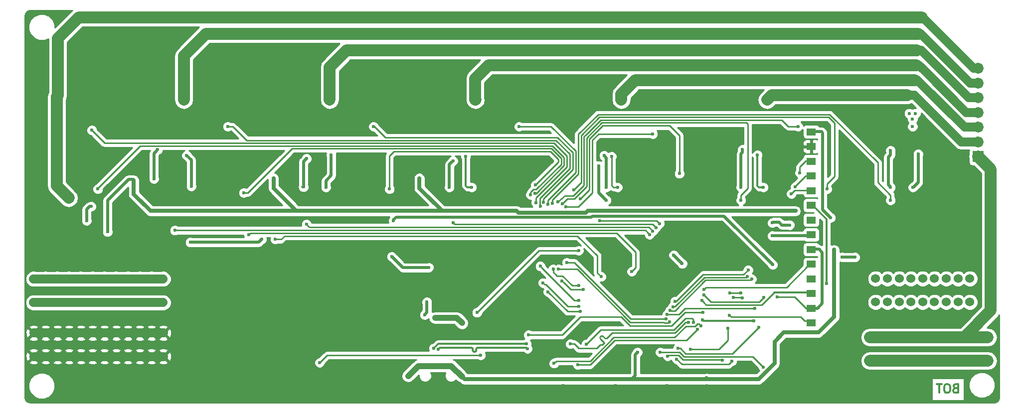
<source format=gbl>
G04 #@! TF.FileFunction,Copper,L2,Bot,Signal*
%FSLAX46Y46*%
G04 Gerber Fmt 4.6, Leading zero omitted, Abs format (unit mm)*
G04 Created by KiCad (PCBNEW 4.0.6) date 09/11/17 10:51:36*
%MOMM*%
%LPD*%
G01*
G04 APERTURE LIST*
%ADD10C,0.100000*%
%ADD11C,0.300000*%
%ADD12C,1.524000*%
%ADD13R,1.850000X1.850000*%
%ADD14C,1.850000*%
%ADD15R,1.600000X1.200000*%
%ADD16C,0.600000*%
%ADD17C,1.200000*%
%ADD18C,1.500000*%
%ADD19C,0.500000*%
%ADD20C,0.270000*%
%ADD21C,0.700000*%
%ADD22C,1.000000*%
%ADD23C,2.000000*%
%ADD24C,0.254000*%
G04 APERTURE END LIST*
D10*
D11*
X223754000Y-95269857D02*
X223539714Y-95341286D01*
X223468286Y-95412714D01*
X223396857Y-95555571D01*
X223396857Y-95769857D01*
X223468286Y-95912714D01*
X223539714Y-95984143D01*
X223682572Y-96055571D01*
X224254000Y-96055571D01*
X224254000Y-94555571D01*
X223754000Y-94555571D01*
X223611143Y-94627000D01*
X223539714Y-94698429D01*
X223468286Y-94841286D01*
X223468286Y-94984143D01*
X223539714Y-95127000D01*
X223611143Y-95198429D01*
X223754000Y-95269857D01*
X224254000Y-95269857D01*
X222468286Y-94555571D02*
X222182572Y-94555571D01*
X222039714Y-94627000D01*
X221896857Y-94769857D01*
X221825429Y-95055571D01*
X221825429Y-95555571D01*
X221896857Y-95841286D01*
X222039714Y-95984143D01*
X222182572Y-96055571D01*
X222468286Y-96055571D01*
X222611143Y-95984143D01*
X222754000Y-95841286D01*
X222825429Y-95555571D01*
X222825429Y-95055571D01*
X222754000Y-94769857D01*
X222611143Y-94627000D01*
X222468286Y-94555571D01*
X221396857Y-94555571D02*
X220539714Y-94555571D01*
X220968285Y-96055571D02*
X220968285Y-94555571D01*
D12*
X67184000Y-80708000D03*
X69184000Y-80708000D03*
X71184000Y-80708000D03*
X73184000Y-80708000D03*
X75184000Y-80708000D03*
X77184000Y-80708000D03*
X79184000Y-80708000D03*
X81184000Y-80708000D03*
X83184000Y-80708000D03*
X85184000Y-80708000D03*
X87184000Y-80708000D03*
X89184000Y-80708000D03*
X89184000Y-76708000D03*
X87184000Y-76708000D03*
X85184000Y-76708000D03*
X83184000Y-76708000D03*
X81184000Y-76708000D03*
X79184000Y-76708000D03*
X77184000Y-76708000D03*
X75184000Y-76708000D03*
X73184000Y-76708000D03*
X71184000Y-76708000D03*
X69184000Y-76708000D03*
X67184000Y-76708000D03*
D13*
X227584000Y-55927000D03*
D14*
X227584000Y-53427000D03*
X227584000Y-50927000D03*
X227584000Y-48427000D03*
X227584000Y-45927000D03*
X227584000Y-43427000D03*
X227584000Y-40927000D03*
D12*
X210187000Y-80645000D03*
X212187000Y-80645000D03*
X214187000Y-80645000D03*
X216187000Y-80645000D03*
X218187000Y-80645000D03*
X220187000Y-80645000D03*
X222187000Y-80645000D03*
X224187000Y-80645000D03*
X226187000Y-80645000D03*
X226187000Y-76645000D03*
X224187000Y-76645000D03*
X222187000Y-76645000D03*
X220187000Y-76645000D03*
X218187000Y-76645000D03*
X216187000Y-76645000D03*
X214187000Y-76645000D03*
X212187000Y-76645000D03*
X210187000Y-76645000D03*
X67232000Y-89884000D03*
X69232000Y-89884000D03*
X71232000Y-89884000D03*
X73232000Y-89884000D03*
X75232000Y-89884000D03*
X77232000Y-89884000D03*
X79232000Y-89884000D03*
X81232000Y-89884000D03*
X83232000Y-89884000D03*
X85232000Y-89884000D03*
X87232000Y-89884000D03*
X89232000Y-89884000D03*
X89232000Y-85884000D03*
X87232000Y-85884000D03*
X85232000Y-85884000D03*
X83232000Y-85884000D03*
X81232000Y-85884000D03*
X79232000Y-85884000D03*
X77232000Y-85884000D03*
X75232000Y-85884000D03*
X73232000Y-85884000D03*
X71232000Y-85884000D03*
X69232000Y-85884000D03*
X67232000Y-85884000D03*
X209235000Y-90614000D03*
X211235000Y-90614000D03*
X213235000Y-90614000D03*
X215235000Y-90614000D03*
X217235000Y-90614000D03*
X219235000Y-90614000D03*
X221235000Y-90614000D03*
X223235000Y-90614000D03*
X225235000Y-90614000D03*
X227235000Y-90614000D03*
X229235000Y-90614000D03*
X209235000Y-86614000D03*
X211235000Y-86614000D03*
X213235000Y-86614000D03*
X215235000Y-86614000D03*
X217235000Y-86614000D03*
X219235000Y-86614000D03*
X221235000Y-86614000D03*
X223235000Y-86614000D03*
X225235000Y-86614000D03*
X227235000Y-86614000D03*
X229235000Y-86614000D03*
D15*
X199263000Y-51696600D03*
X199263000Y-54196600D03*
X199263000Y-56696600D03*
X199263000Y-59196600D03*
X199263000Y-61696600D03*
X199263000Y-64196600D03*
X199263000Y-66696600D03*
X199263000Y-69196600D03*
X199263000Y-71696600D03*
X199263000Y-74196600D03*
X199263000Y-76696600D03*
X199263000Y-79196600D03*
X199263000Y-81696600D03*
X199263000Y-84196600D03*
D16*
X216979500Y-48577500D03*
X215900000Y-48577500D03*
X216471500Y-49530000D03*
X216471500Y-49530000D03*
X216471500Y-50800000D03*
X136144000Y-93471994D03*
X143256000Y-86741000D03*
X165735000Y-90297000D03*
X167556000Y-89154000D03*
X176276000Y-45847000D03*
X73152012Y-59436000D03*
X80645000Y-60452000D03*
X129667000Y-57912000D03*
X104521001Y-57784999D03*
X120904000Y-87376000D03*
X122428000Y-87376000D03*
X187198000Y-91186000D03*
X197612000Y-63754000D03*
X165760400Y-89204800D03*
X152146000Y-90109000D03*
X174815500Y-94869000D03*
X183515000Y-92583000D03*
X197104000Y-89535000D03*
X199009000Y-86995000D03*
X199009000Y-88646000D03*
X220218000Y-63330000D03*
X203708000Y-63246000D03*
X189611000Y-52197000D03*
X187452000Y-51587000D03*
X163576000Y-53213006D03*
X159639000Y-49695010D03*
X116713000Y-58674000D03*
X111011000Y-62484000D03*
X166052500Y-94869000D03*
X157162500Y-94868990D03*
X170180000Y-63330000D03*
X197104000Y-87757000D03*
X197104000Y-86995000D03*
X197104000Y-88646000D03*
X199009000Y-87757000D03*
X199009000Y-89598500D03*
X203454000Y-67142000D03*
X197294500Y-52197000D03*
X168402000Y-73660000D03*
X171132500Y-73152000D03*
X131440000Y-87895000D03*
X193040000Y-63330000D03*
X194691000Y-62230000D03*
X177990500Y-76962000D03*
X122428000Y-88392000D03*
X195326000Y-89852500D03*
X195326000Y-87312500D03*
X195326000Y-88582500D03*
X140340000Y-96145000D03*
X111411000Y-96139000D03*
X158115000Y-88806000D03*
X151511000Y-84963000D03*
X179451000Y-92202000D03*
X205400000Y-69908000D03*
X205400000Y-68628000D03*
X205400000Y-67358000D03*
X107950000Y-71501000D03*
X191008000Y-69426000D03*
X195580000Y-72931000D03*
X161333000Y-86360000D03*
X161333000Y-84836000D03*
X153543000Y-57150000D03*
X188849000Y-68834000D03*
X185166000Y-73193000D03*
X176997000Y-68961000D03*
X179197000Y-67183000D03*
X168275000Y-63330000D03*
X146685000Y-59370000D03*
X147615000Y-63500000D03*
X143510000Y-63330000D03*
X179356000Y-59563000D03*
X125984000Y-73867000D03*
X116586000Y-79588000D03*
X126078000Y-85344000D03*
X214630000Y-52390000D03*
X218440000Y-63330000D03*
X214630000Y-58735000D03*
X207010000Y-63690000D03*
X204470000Y-58547000D03*
X196215000Y-59370000D03*
X191135000Y-58885000D03*
X175260000Y-52875000D03*
X171450000Y-59370000D03*
X173355000Y-52875000D03*
X166370000Y-58885000D03*
X152400000Y-49530000D03*
X139700000Y-58735000D03*
X141605000Y-58885000D03*
X132715000Y-63595000D03*
X120904000Y-88392000D03*
X128905000Y-96985000D03*
X131440000Y-96145000D03*
X135368000Y-86462000D03*
X107950000Y-63595000D03*
X127492000Y-49657000D03*
X122850000Y-63500000D03*
X109898000Y-85598000D03*
X103632000Y-84582000D03*
X106091500Y-79616000D03*
X105632000Y-76454000D03*
X105664000Y-73914000D03*
X98890000Y-67310000D03*
X102743000Y-49784000D03*
X114935000Y-58735000D03*
X114935000Y-52197000D03*
X121920000Y-59370000D03*
X118745000Y-63330000D03*
X86490000Y-68580000D03*
X88265000Y-68750000D03*
X97155000Y-59370000D03*
X74295000Y-52875000D03*
X76200000Y-52875000D03*
X90170000Y-52390000D03*
X90170000Y-58735000D03*
X92075000Y-58885000D03*
X93980000Y-63330000D03*
X98890000Y-63500000D03*
X131440000Y-96145000D03*
X152400000Y-82931000D03*
X136572000Y-77470000D03*
X149606000Y-95250000D03*
X149860000Y-73565000D03*
X143510000Y-74100000D03*
X147574000Y-71925000D03*
X201422000Y-50292000D03*
X216535000Y-52240000D03*
X77978000Y-50165000D03*
X93980000Y-60959984D03*
X93195011Y-55713786D03*
X117729000Y-55626008D03*
X116840000Y-61130000D03*
X140589000Y-55880000D03*
X141605000Y-61130000D03*
X165354000Y-55880000D03*
X166370000Y-61130000D03*
X190119000Y-55626000D03*
X191135000Y-61130000D03*
X217424000Y-55499000D03*
X216535000Y-61130000D03*
X196596000Y-65151000D03*
X149225000Y-65151000D03*
X161290000Y-65151000D03*
X186055000Y-65151000D03*
X84201000Y-59944000D03*
X132715000Y-59595000D03*
X107950000Y-59595000D03*
X79756000Y-68707000D03*
X135382000Y-83312000D03*
X139954000Y-84201000D03*
X169756000Y-89154000D03*
X202565000Y-66294000D03*
X203136500Y-71748500D03*
X199263000Y-69175000D03*
X177355500Y-74104500D03*
X175895000Y-72644000D03*
X192659000Y-69383000D03*
X153162000Y-93726000D03*
X160020000Y-93726000D03*
X163830000Y-93726000D03*
X172339000Y-93726000D03*
X181483004Y-93599000D03*
X130810000Y-93218000D03*
X150876000Y-87741990D03*
X135128000Y-88519000D03*
X151066493Y-88554487D03*
X135917117Y-88650519D03*
D17*
X71120000Y-45719958D03*
X73152000Y-62945000D03*
D16*
X71120000Y-50800000D03*
D17*
X92710000Y-46275000D03*
X117475000Y-46275000D03*
X142176500Y-46211500D03*
X167005000Y-46275000D03*
X191770000Y-46275000D03*
D16*
X153237970Y-74540928D03*
X159790000Y-80367000D03*
X152526996Y-63754000D03*
X77089000Y-51435000D03*
X153707981Y-77356294D03*
X159806000Y-81367000D03*
X153230020Y-64320980D03*
X100160000Y-50800000D03*
X160020000Y-82231990D03*
X154547835Y-78878165D03*
X153797012Y-63717035D03*
X124925000Y-50800000D03*
X154524693Y-64049450D03*
X149647000Y-50800000D03*
X174601848Y-83504673D03*
X157734000Y-73914000D03*
X157610919Y-64452698D03*
X172353041Y-52063444D03*
X156250784Y-63625055D03*
X197020000Y-50800000D03*
X175212807Y-84021149D03*
X156336995Y-75056995D03*
X164465000Y-63330000D03*
X163195000Y-57467500D03*
X212725000Y-61130000D03*
X212725000Y-54864000D03*
X187579000Y-54737000D03*
X187325000Y-61130000D03*
X164081551Y-55735052D03*
X164465000Y-61130000D03*
X138430000Y-56642000D03*
X137795000Y-61130000D03*
X113538000Y-56261000D03*
X113030008Y-61087000D03*
X88265000Y-54737010D03*
X87630000Y-59690000D03*
X163385500Y-66802000D03*
X173481996Y-67310000D03*
X172916306Y-68002694D03*
X138430000Y-67183000D03*
X113538000Y-67436996D03*
X172350612Y-68568388D03*
X171798105Y-69146968D03*
X91186000Y-68453000D03*
X152442177Y-60709504D03*
X127635000Y-61425000D03*
X151587043Y-62410067D03*
X102870000Y-62060000D03*
X152366985Y-62142831D03*
X78105000Y-61425000D03*
X158963751Y-61545710D03*
X201930000Y-61425000D03*
X160067890Y-63077741D03*
X176868000Y-58801000D03*
X155448000Y-75057000D03*
X159766000Y-77851000D03*
X155291185Y-63820301D03*
X212725000Y-63330000D03*
X156972010Y-63971228D03*
X156932741Y-77015518D03*
X160527999Y-78502000D03*
X187325000Y-63330000D03*
X168783000Y-75438000D03*
X103759000Y-69215000D03*
X76962000Y-64389000D03*
X76200000Y-66802000D03*
X105918000Y-69977000D03*
X93810000Y-70485000D03*
X159639000Y-91313000D03*
X179953372Y-85230053D03*
X155574996Y-91059000D03*
X180523208Y-84668532D03*
X185801000Y-90678000D03*
X176403000Y-90334979D03*
X184213500Y-90551010D03*
X174879000Y-89826979D03*
X185102500Y-85090000D03*
X178744587Y-88632752D03*
X180848000Y-82422986D03*
X151257000Y-86233000D03*
X133604000Y-82804000D03*
X133985000Y-80645000D03*
X191233214Y-79839246D03*
X193484500Y-79756000D03*
X181038500Y-79438500D03*
X201866500Y-77470000D03*
X199263000Y-79175000D03*
X180721000Y-80391000D03*
X187543930Y-79890487D03*
X186055000Y-79819500D03*
X199326500Y-66675000D03*
X199072500Y-74168000D03*
X181038500Y-78486000D03*
X197294500Y-58674000D03*
X189166500Y-76708000D03*
X175267296Y-82084503D03*
X196561074Y-61039990D03*
X188404500Y-76263500D03*
X175777080Y-81467949D03*
X195897500Y-62230000D03*
X188544198Y-75184000D03*
X176129633Y-80498633D03*
X189674500Y-81724510D03*
X199211487Y-76623487D03*
X174791131Y-82727376D03*
X173609000Y-89153972D03*
X191135000Y-91694000D03*
X187325012Y-79121010D03*
X185444400Y-79075166D03*
X185356500Y-82867500D03*
X206692500Y-73025000D03*
X204533500Y-73025000D03*
X192722500Y-74295000D03*
X128333500Y-66802000D03*
X128016000Y-72898000D03*
X134315200Y-74777600D03*
X192659000Y-67183000D03*
X195580000Y-67531000D03*
X180784500Y-83693000D03*
X189547500Y-83802499D03*
X176612819Y-88518990D03*
X190373000Y-84920000D03*
X163576000Y-76327000D03*
X108245000Y-69977000D03*
X142494000Y-82423000D03*
X115760500Y-90932000D03*
X143129000Y-89662000D03*
X159766000Y-71892694D03*
X158369000Y-87757000D03*
X178434901Y-84073996D03*
X161099500Y-87780019D03*
X179234010Y-84111979D03*
D18*
X67232000Y-89884000D02*
X89232000Y-89884000D01*
X67232000Y-85884000D02*
X89232000Y-85884000D01*
D19*
X129667000Y-58336264D02*
X129667000Y-57912000D01*
X130175000Y-58844264D02*
X129667000Y-58336264D01*
X121920000Y-59436000D02*
X121920000Y-59309000D01*
X121920000Y-59309000D02*
X121920000Y-59370000D01*
X149606000Y-95250000D02*
X149860000Y-95504000D01*
X93980000Y-56498775D02*
X93980000Y-60535720D01*
X93980000Y-60535720D02*
X93980000Y-60959984D01*
X93195011Y-55713786D02*
X93980000Y-56498775D01*
X116840000Y-60030000D02*
X117729000Y-59141000D01*
X117729000Y-59141000D02*
X117729000Y-55626008D01*
X116840000Y-61130000D02*
X116840000Y-60030000D01*
D11*
X140589000Y-55880000D02*
X140589000Y-60864000D01*
X140589000Y-60864000D02*
X140855000Y-61130000D01*
X140855000Y-61130000D02*
X141605000Y-61130000D01*
D20*
X165354000Y-55880000D02*
X165354000Y-60834000D01*
X165354000Y-60834000D02*
X165650000Y-61130000D01*
X165650000Y-61130000D02*
X166370000Y-61130000D01*
D11*
X190119000Y-55626000D02*
X190119000Y-60864000D01*
X190119000Y-60864000D02*
X190385000Y-61130000D01*
X190385000Y-61130000D02*
X191135000Y-61130000D01*
D19*
X217424000Y-55499000D02*
X217424000Y-60325000D01*
X216619000Y-61130000D02*
X216535000Y-61130000D01*
X217424000Y-60325000D02*
X216619000Y-61130000D01*
D21*
X186055000Y-65151000D02*
X196596000Y-65151000D01*
X161290000Y-65151000D02*
X160990001Y-65450999D01*
X149524999Y-65450999D02*
X149225000Y-65151000D01*
X160990001Y-65450999D02*
X149524999Y-65450999D01*
X137541000Y-65151000D02*
X149225000Y-65151000D01*
X161290000Y-65151000D02*
X161874990Y-65151000D01*
X161874990Y-65151000D02*
X186055000Y-65151000D01*
D19*
X79756000Y-68707000D02*
X79756000Y-63373000D01*
X79756000Y-63373000D02*
X83312000Y-59817000D01*
X83312000Y-59817000D02*
X84201000Y-59817000D01*
D21*
X84201000Y-59944000D02*
X84201000Y-62311000D01*
X84201000Y-62311000D02*
X87041000Y-65151000D01*
X87041000Y-65151000D02*
X112649000Y-65151000D01*
X161874990Y-65151000D02*
X161936994Y-65151000D01*
X132715000Y-59595000D02*
X132715000Y-61295000D01*
X132715000Y-61295000D02*
X136571000Y-65151000D01*
X112649000Y-65151000D02*
X137541000Y-65151000D01*
X136571000Y-65151000D02*
X137541000Y-65151000D01*
X111806000Y-65151000D02*
X112649000Y-65151000D01*
X107950000Y-59595000D02*
X107950000Y-61295000D01*
X107950000Y-61295000D02*
X111806000Y-65151000D01*
D22*
X135806264Y-83312000D02*
X135382000Y-83312000D01*
X139065000Y-83312000D02*
X135806264Y-83312000D01*
X139954000Y-84201000D02*
X139065000Y-83312000D01*
D19*
X175895000Y-72644000D02*
X177355500Y-74104500D01*
X168783000Y-93726000D02*
X169375000Y-93134000D01*
X169375000Y-93134000D02*
X169375000Y-89578000D01*
X169375000Y-89578000D02*
X169756000Y-89197000D01*
X169756000Y-89197000D02*
X169756000Y-89154000D01*
D21*
X139954000Y-93306998D02*
X140373002Y-93726000D01*
X140373002Y-93726000D02*
X153162000Y-93726000D01*
X181483004Y-93599000D02*
X181356004Y-93726000D01*
X181356004Y-93726000D02*
X172339000Y-93726000D01*
X181483004Y-93599000D02*
X181610004Y-93726000D01*
X193040000Y-87376000D02*
X194627500Y-85788500D01*
X181610004Y-93726000D02*
X190361002Y-93726000D01*
X190361002Y-93726000D02*
X193040000Y-91047002D01*
X193040000Y-91047002D02*
X193040000Y-87376000D01*
X194627500Y-85788500D02*
X200533000Y-85788500D01*
X200533000Y-85788500D02*
X203136500Y-83185000D01*
X203136500Y-83185000D02*
X203136500Y-71748500D01*
D19*
X199263000Y-51675000D02*
X200987498Y-51675000D01*
X200987498Y-51675000D02*
X201179999Y-51867501D01*
X202565000Y-66294000D02*
X201179999Y-64908999D01*
X201179999Y-64908999D02*
X201179999Y-51867501D01*
D22*
X139954000Y-93306998D02*
X138150502Y-91503500D01*
X138150502Y-91503500D02*
X132524500Y-91503500D01*
X132524500Y-91503500D02*
X130810000Y-93218000D01*
D19*
X192659000Y-69383000D02*
X199055000Y-69383000D01*
X199055000Y-69383000D02*
X199263000Y-69175000D01*
D21*
X160020000Y-93726000D02*
X153162000Y-93726000D01*
D19*
X168971000Y-93726000D02*
X168783000Y-93726000D01*
X168783000Y-93726000D02*
X167767000Y-93726000D01*
D21*
X160782000Y-93726000D02*
X160020000Y-93726000D01*
X160782000Y-93726000D02*
X163830000Y-93726000D01*
X163830000Y-93726000D02*
X167767000Y-93726000D01*
X167767000Y-93726000D02*
X172339000Y-93726000D01*
X172466000Y-93726000D02*
X172339000Y-93726000D01*
X172212000Y-93726000D02*
X172339000Y-93726000D01*
D19*
X162451000Y-93726000D02*
X160782000Y-93726000D01*
D23*
X229235000Y-90614000D02*
X209235000Y-90614000D01*
X209235000Y-86614000D02*
X229235000Y-86614000D01*
X227584000Y-84201000D02*
X227584000Y-84265000D01*
X227584000Y-84265000D02*
X225235000Y-86614000D01*
X227584000Y-55927000D02*
X229743000Y-58086000D01*
X229743000Y-58086000D02*
X229743000Y-82042000D01*
X229743000Y-82042000D02*
X227584000Y-84201000D01*
D11*
X150451736Y-87741990D02*
X150876000Y-87741990D01*
X135128000Y-88519000D02*
X135905010Y-87741990D01*
X135905010Y-87741990D02*
X150451736Y-87741990D01*
X135917117Y-88650519D02*
X136175636Y-88392000D01*
X136175636Y-88392000D02*
X141478000Y-88392000D01*
X142490953Y-88457450D02*
X142547834Y-88421709D01*
X141478000Y-88392000D02*
X141544756Y-88399521D01*
X141544756Y-88399521D02*
X141608165Y-88421709D01*
X141890953Y-89021396D02*
X141947834Y-89057137D01*
X142370478Y-88853603D02*
X142378000Y-88786847D01*
X141608165Y-88421709D02*
X141665046Y-88457450D01*
X141665046Y-88457450D02*
X141712549Y-88504953D01*
X142443450Y-88504953D02*
X142490953Y-88457450D01*
X141712549Y-88504953D02*
X141748290Y-88561834D01*
X141748290Y-88561834D02*
X141770478Y-88625243D01*
X141785521Y-88853603D02*
X141807709Y-88917012D01*
X141770478Y-88625243D02*
X141778000Y-88692000D01*
X141778000Y-88692000D02*
X141778000Y-88786847D01*
X141947834Y-89057137D02*
X142011243Y-89079325D01*
X141778000Y-88786847D02*
X141785521Y-88853603D01*
X150904006Y-88392000D02*
X151066493Y-88554487D01*
X142208165Y-89057137D02*
X142265046Y-89021396D01*
X141807709Y-88917012D02*
X141843450Y-88973893D01*
X141843450Y-88973893D02*
X141890953Y-89021396D01*
X142011243Y-89079325D02*
X142078000Y-89086847D01*
X142378000Y-88692000D02*
X142385521Y-88625243D01*
X142078000Y-89086847D02*
X142144756Y-89079325D01*
X142144756Y-89079325D02*
X142208165Y-89057137D01*
X142265046Y-89021396D02*
X142312549Y-88973893D01*
X142348290Y-88917012D02*
X142370478Y-88853603D01*
X142407709Y-88561834D02*
X142443450Y-88504953D01*
X142385521Y-88625243D02*
X142407709Y-88561834D01*
X142312549Y-88973893D02*
X142348290Y-88917012D01*
X142378000Y-88786847D02*
X142378000Y-88692000D01*
X142611243Y-88399521D02*
X142678000Y-88392000D01*
X142547834Y-88421709D02*
X142611243Y-88399521D01*
X142678000Y-88392000D02*
X150904006Y-88392000D01*
D23*
X218059000Y-32258000D02*
X74866500Y-32258000D01*
X74866500Y-32258000D02*
X71310500Y-35814000D01*
X71310500Y-35814000D02*
X71310500Y-45529458D01*
X71310500Y-45529458D02*
X71120000Y-45719958D01*
D18*
X227584000Y-40927000D02*
X226855000Y-40927000D01*
X226855000Y-40927000D02*
X218186000Y-32258000D01*
X218186000Y-32258000D02*
X217932000Y-32258000D01*
D23*
X71120000Y-46144222D02*
X71120000Y-45719958D01*
X73152000Y-62945000D02*
X71120000Y-60913000D01*
X71120000Y-60913000D02*
X71120000Y-50800000D01*
X71120000Y-50800000D02*
X71120000Y-46144222D01*
X217424000Y-35052000D02*
X96456500Y-35052000D01*
X96456500Y-35052000D02*
X92710000Y-38798500D01*
X92710000Y-38798500D02*
X92710000Y-46275000D01*
D18*
X227584000Y-43427000D02*
X226275853Y-43427000D01*
X226275853Y-43427000D02*
X217900853Y-35052000D01*
X217900853Y-35052000D02*
X217551000Y-35052000D01*
D23*
X217170000Y-37846000D02*
X216154000Y-37846000D01*
X216154000Y-37846000D02*
X120332500Y-37846000D01*
D18*
X217932000Y-37846000D02*
X216154000Y-37846000D01*
X217932000Y-37846000D02*
X217424000Y-37846000D01*
D23*
X120332500Y-37846000D02*
X117475000Y-40703500D01*
X117475000Y-40703500D02*
X117475000Y-42275000D01*
X117475000Y-42275000D02*
X117475000Y-46275000D01*
D18*
X227584000Y-45927000D02*
X226013000Y-45927000D01*
X226013000Y-45927000D02*
X217932000Y-37846000D01*
D23*
X217106500Y-40386000D02*
X144462500Y-40386000D01*
X144462500Y-40386000D02*
X142176500Y-42672000D01*
X142176500Y-42672000D02*
X142176500Y-46211500D01*
D18*
X218440000Y-41275000D02*
X217551000Y-40386000D01*
X217551000Y-40386000D02*
X216281000Y-40386000D01*
X227584000Y-48427000D02*
X225592000Y-48427000D01*
X225592000Y-48427000D02*
X218440000Y-41275000D01*
D23*
X142176500Y-46211500D02*
X142240000Y-46275000D01*
D18*
X227584000Y-50927000D02*
X225298000Y-50927000D01*
X225298000Y-50927000D02*
X217297000Y-42926000D01*
X217297000Y-42926000D02*
X215646000Y-42926000D01*
D23*
X216852500Y-42926000D02*
X215646000Y-42926000D01*
X215646000Y-42926000D02*
X169354500Y-42926000D01*
X169354500Y-42926000D02*
X167005000Y-45275500D01*
X167005000Y-45275500D02*
X167005000Y-46275000D01*
D18*
X215582500Y-45466000D02*
X216789000Y-45466000D01*
X224750000Y-53427000D02*
X226275853Y-53427000D01*
X216789000Y-45466000D02*
X224750000Y-53427000D01*
X226275853Y-53427000D02*
X227584000Y-53427000D01*
D23*
X215582500Y-45466000D02*
X192579000Y-45466000D01*
X192579000Y-45466000D02*
X191770000Y-46275000D01*
D20*
X159064042Y-80367000D02*
X153537969Y-74840927D01*
X153537969Y-74840927D02*
X153237970Y-74540928D01*
X159790000Y-80367000D02*
X159064042Y-80367000D01*
X152526996Y-63329736D02*
X152526996Y-63754000D01*
X152526996Y-62908268D02*
X152526996Y-63329736D01*
X157747033Y-57688231D02*
X152526996Y-62908268D01*
X77089000Y-51435000D02*
X79261033Y-53607033D01*
X157747033Y-55766032D02*
X157747033Y-57688231D01*
X79261033Y-53607033D02*
X155588034Y-53607033D01*
X155588034Y-53607033D02*
X157747033Y-55766032D01*
X154007980Y-77656293D02*
X153707981Y-77356294D01*
X154223989Y-77656293D02*
X154007980Y-77656293D01*
X157934696Y-81367000D02*
X154223989Y-77656293D01*
X159806000Y-81367000D02*
X157934696Y-81367000D01*
X153162000Y-62992000D02*
X153162000Y-64252960D01*
X158242000Y-55499000D02*
X158242000Y-57912000D01*
X103367022Y-53137022D02*
X155880022Y-53137022D01*
X155880022Y-53137022D02*
X158242000Y-55499000D01*
X158242000Y-57912000D02*
X153162000Y-62992000D01*
X101030000Y-50800000D02*
X103367022Y-53137022D01*
X153162000Y-64252960D02*
X153230020Y-64320980D01*
X100160000Y-50800000D02*
X101030000Y-50800000D01*
X159595736Y-82231990D02*
X160020000Y-82231990D01*
X157901660Y-82231990D02*
X159595736Y-82231990D01*
X154547835Y-78878165D02*
X157901660Y-82231990D01*
X158750000Y-55245000D02*
X158750000Y-58122736D01*
X156158982Y-52653982D02*
X158750000Y-55245000D01*
X143518368Y-52653982D02*
X156158982Y-52653982D01*
X153797012Y-63075724D02*
X153797012Y-63292771D01*
X158750000Y-58122736D02*
X153797012Y-63075724D01*
X153797012Y-63292771D02*
X153797012Y-63717035D01*
X143518368Y-52653982D02*
X143518370Y-52653982D01*
X126928980Y-52653980D02*
X143518368Y-52653982D01*
X124925000Y-50800000D02*
X125075000Y-50800000D01*
X125075000Y-50800000D02*
X126928980Y-52653980D01*
X149647000Y-50800000D02*
X155067000Y-50800000D01*
X159257998Y-58600921D02*
X154524693Y-63334226D01*
X154524693Y-63334226D02*
X154524693Y-63625186D01*
X154524693Y-63625186D02*
X154524693Y-64049450D01*
X159257998Y-54990998D02*
X159257998Y-58600921D01*
X155067000Y-50800000D02*
X159257998Y-54990998D01*
X168624367Y-83504673D02*
X174177584Y-83504673D01*
X159033694Y-73914000D02*
X168624367Y-83504673D01*
X157734000Y-73914000D02*
X159033694Y-73914000D01*
X174177584Y-83504673D02*
X174601848Y-83504673D01*
X162078060Y-62058921D02*
X159684283Y-64452698D01*
X163133944Y-52063444D02*
X162078060Y-53119328D01*
X172353041Y-52063444D02*
X163133944Y-52063444D01*
X162078060Y-53119328D02*
X162078060Y-62058921D01*
X159684283Y-64452698D02*
X158035183Y-64452698D01*
X158035183Y-64452698D02*
X157610919Y-64452698D01*
X157405136Y-62598300D02*
X156250784Y-63625055D01*
X156337000Y-63666436D02*
X156292165Y-63666436D01*
X156292165Y-63666436D02*
X156250784Y-63625055D01*
X158850963Y-62598300D02*
X157405136Y-62598300D01*
X160668031Y-52535274D02*
X160668029Y-60781234D01*
X160668029Y-60781234D02*
X158850963Y-62598300D01*
X197020000Y-50800000D02*
X195369180Y-50800000D01*
X195369180Y-50800000D02*
X194264171Y-49694991D01*
X194264171Y-49694991D02*
X163508314Y-49694991D01*
X163508314Y-49694991D02*
X160934400Y-52268905D01*
X160934400Y-52268905D02*
X160668031Y-52535274D01*
X175094282Y-84139674D02*
X175212807Y-84021149D01*
X174231373Y-84074000D02*
X174297047Y-84139674D01*
X168529000Y-84074000D02*
X174231373Y-84074000D01*
X159511995Y-75056995D02*
X168529000Y-84074000D01*
X174297047Y-84139674D02*
X175094282Y-84139674D01*
X156336995Y-75056995D02*
X159511995Y-75056995D01*
D19*
X163195000Y-62103000D02*
X164422000Y-63330000D01*
X164422000Y-63330000D02*
X164465000Y-63330000D01*
X163195000Y-57467500D02*
X163195000Y-62103000D01*
X212725000Y-54864000D02*
X212725000Y-55626000D01*
X212725000Y-55626000D02*
X212344000Y-56007000D01*
X212344000Y-56007000D02*
X212344000Y-60706000D01*
X212344000Y-60706000D02*
X212725000Y-61087000D01*
X212725000Y-61087000D02*
X212725000Y-61130000D01*
X187325000Y-61130000D02*
X187325000Y-55499000D01*
X187325000Y-55499000D02*
X187579000Y-55245000D01*
X187579000Y-55245000D02*
X187579000Y-54737000D01*
X164381550Y-56035051D02*
X164081551Y-55735052D01*
X164465000Y-56118501D02*
X164381550Y-56035051D01*
X164465000Y-61130000D02*
X164465000Y-56118501D01*
X138130001Y-56941999D02*
X138430000Y-56642000D01*
X137795000Y-57277000D02*
X138130001Y-56941999D01*
X137795000Y-61130000D02*
X137795000Y-57277000D01*
X113030008Y-56768992D02*
X113538000Y-56261000D01*
X113030008Y-61087000D02*
X113030008Y-56768992D01*
X113030008Y-56768992D02*
X113111001Y-56687999D01*
X112903000Y-61087000D02*
X113030008Y-61087000D01*
X87630000Y-55372010D02*
X87965001Y-55037009D01*
X87630000Y-59690000D02*
X87630000Y-55372010D01*
X87965001Y-55037009D02*
X88265000Y-54737010D01*
D20*
X163809764Y-66802000D02*
X163385500Y-66802000D01*
X172973996Y-66802000D02*
X163809764Y-66802000D01*
X173481996Y-67310000D02*
X172973996Y-66802000D01*
X138684000Y-67437000D02*
X172350612Y-67437000D01*
X138430000Y-67183000D02*
X138684000Y-67437000D01*
X172350612Y-67437000D02*
X172616307Y-67702695D01*
X172616307Y-67702695D02*
X172916306Y-68002694D01*
X114046004Y-67945000D02*
X113837999Y-67736995D01*
X171727224Y-67945000D02*
X114046004Y-67945000D01*
X172350612Y-68568388D02*
X171727224Y-67945000D01*
X113837999Y-67736995D02*
X113538000Y-67436996D01*
X91186000Y-68453000D02*
X171104137Y-68453000D01*
X171498106Y-68846969D02*
X171798105Y-69146968D01*
X171104137Y-68453000D02*
X171498106Y-68846969D01*
X154936372Y-55017066D02*
X156337000Y-56417694D01*
X127635000Y-61425000D02*
X127635000Y-55766030D01*
X156337000Y-56417694D02*
X156337000Y-56814681D01*
X152742176Y-60409505D02*
X152442177Y-60709504D01*
X127635000Y-55766030D02*
X128383964Y-55017066D01*
X128383964Y-55017066D02*
X154936372Y-55017066D01*
X156337000Y-56814681D02*
X152742176Y-60409505D01*
X103590000Y-62060000D02*
X111102945Y-54547055D01*
X156807011Y-56223010D02*
X156807011Y-57242710D01*
X152066870Y-61505976D02*
X151587043Y-61985803D01*
X102870000Y-62060000D02*
X103590000Y-62060000D01*
X156807011Y-57242710D02*
X152543745Y-61505976D01*
X152543745Y-61505976D02*
X152066870Y-61505976D01*
X111102945Y-54547055D02*
X155131056Y-54547055D01*
X155131056Y-54547055D02*
X156807011Y-56223010D01*
X151587043Y-61985803D02*
X151587043Y-62410067D01*
X85302956Y-54077044D02*
X155325740Y-54077044D01*
X157277022Y-56028326D02*
X157277022Y-57437394D01*
X155325740Y-54077044D02*
X157277022Y-56028326D01*
X157277022Y-57437394D02*
X152571585Y-62142831D01*
X152571585Y-62142831D02*
X152366985Y-62142831D01*
X78105000Y-61275000D02*
X85302956Y-54077044D01*
X78105000Y-61425000D02*
X78105000Y-61275000D01*
X152527000Y-62230000D02*
X152454154Y-62230000D01*
X152454154Y-62230000D02*
X152366985Y-62142831D01*
X160198020Y-60311441D02*
X159263750Y-61245711D01*
X160198020Y-52302674D02*
X160198020Y-60311441D01*
X163275714Y-49224980D02*
X160198020Y-52302674D01*
X202183781Y-49224979D02*
X163275714Y-49224980D01*
X203200000Y-50241198D02*
X202183781Y-49224979D01*
X159263750Y-61245711D02*
X158963751Y-61545710D01*
X201930000Y-60555000D02*
X203200000Y-59285000D01*
X203200000Y-59285000D02*
X203200000Y-50241198D01*
X201930000Y-61425000D02*
X201930000Y-60555000D01*
X163859694Y-50673000D02*
X161608050Y-52924644D01*
X160367889Y-62777742D02*
X160067890Y-63077741D01*
X161608050Y-61537581D02*
X160367889Y-62777742D01*
X169926000Y-50673000D02*
X163859694Y-50673000D01*
X161608050Y-52924644D02*
X161608050Y-61537581D01*
X169926000Y-50673000D02*
X169799000Y-50673000D01*
X171577000Y-50673000D02*
X169926000Y-50673000D01*
X176868000Y-58801000D02*
X176868000Y-52310694D01*
X176868000Y-52310694D02*
X175230306Y-50673000D01*
X175230306Y-50673000D02*
X171577000Y-50673000D01*
X210566000Y-56942503D02*
X202378465Y-48754968D01*
X155291185Y-63396037D02*
X155291185Y-63820301D01*
X159728009Y-58818547D02*
X155291185Y-63255371D01*
X163081029Y-48754971D02*
X159728009Y-52107990D01*
X159728009Y-52107990D02*
X159728009Y-58818547D01*
X202378465Y-48754968D02*
X163081029Y-48754971D01*
X210566000Y-60301000D02*
X210566000Y-56942503D01*
X212725000Y-62460000D02*
X210566000Y-60301000D01*
X155291185Y-63255371D02*
X155291185Y-63396037D01*
X212725000Y-63330000D02*
X212725000Y-62460000D01*
X159766000Y-77851000D02*
X158666264Y-77851000D01*
X158666264Y-77851000D02*
X157015264Y-76200000D01*
X157015264Y-76200000D02*
X156083000Y-76200000D01*
X156083000Y-76200000D02*
X155448000Y-75565000D01*
X155448000Y-75565000D02*
X155448000Y-75057000D01*
X187325000Y-63330000D02*
X187325000Y-62460000D01*
X187325000Y-62460000D02*
X188468000Y-61317000D01*
X157819136Y-63124102D02*
X157272009Y-63671229D01*
X157272009Y-63671229D02*
X156972010Y-63971228D01*
X188468000Y-61317000D02*
X188468000Y-50419000D01*
X188468000Y-50419000D02*
X188214001Y-50165001D01*
X188214001Y-50165001D02*
X163702999Y-50165001D01*
X163702999Y-50165001D02*
X161138041Y-52729958D01*
X161138041Y-52729958D02*
X161138041Y-61006326D01*
X161138041Y-61006326D02*
X159020265Y-63124102D01*
X159020265Y-63124102D02*
X157819136Y-63124102D01*
X157232740Y-77315517D02*
X156932741Y-77015518D01*
X158419223Y-78502000D02*
X157232740Y-77315517D01*
X160527999Y-78502000D02*
X158419223Y-78502000D01*
X169418000Y-74803000D02*
X168783000Y-75438000D01*
X169418000Y-72136000D02*
X169418000Y-74803000D01*
X169037000Y-71755000D02*
X169418000Y-72136000D01*
X166205010Y-68923010D02*
X169037000Y-71755000D01*
X165989000Y-68923010D02*
X166205010Y-68923010D01*
X163665010Y-68923010D02*
X165989000Y-68923010D01*
X163195000Y-68923010D02*
X163347510Y-68923010D01*
X152781000Y-68923010D02*
X163195000Y-68923010D01*
X163195000Y-68923010D02*
X163665010Y-68923010D01*
X103759000Y-69215000D02*
X104050990Y-68923010D01*
X104050990Y-68923010D02*
X152781000Y-68923010D01*
D19*
X76200000Y-66802000D02*
X76200000Y-64897000D01*
X76200000Y-64897000D02*
X76708000Y-64389000D01*
X76708000Y-64389000D02*
X76962000Y-64389000D01*
X105410000Y-70485000D02*
X105918000Y-69977000D01*
X93810000Y-70485000D02*
X105410000Y-70485000D01*
D20*
X160063264Y-91313000D02*
X159639000Y-91313000D01*
X161730390Y-91313000D02*
X160063264Y-91313000D01*
X165921389Y-87122001D02*
X161730390Y-91313000D01*
X178061424Y-87122001D02*
X165921389Y-87122001D01*
X179953372Y-85230053D02*
X178061424Y-87122001D01*
X155874995Y-90759001D02*
X155574996Y-91059000D01*
X161700694Y-90678000D02*
X155955996Y-90678000D01*
X176081316Y-86651990D02*
X165726704Y-86651990D01*
X177986316Y-84746989D02*
X176081316Y-86651990D01*
X179540858Y-84746989D02*
X177986316Y-84746989D01*
X165726704Y-86651990D02*
X161700694Y-90678000D01*
X180523208Y-84668532D02*
X180223209Y-84368533D01*
X180223209Y-84368533D02*
X179919314Y-84368533D01*
X179919314Y-84368533D02*
X179540858Y-84746989D01*
X155955996Y-90678000D02*
X155874995Y-90759001D01*
X177300020Y-91231999D02*
X185247001Y-91231999D01*
X185247001Y-91231999D02*
X185501001Y-90977999D01*
X176403000Y-90334979D02*
X177300020Y-91231999D01*
X185501001Y-90977999D02*
X185801000Y-90678000D01*
X174879000Y-89826979D02*
X174879000Y-89789000D01*
X174968022Y-89699978D02*
X176745792Y-89699978D01*
X174879000Y-89789000D02*
X174968022Y-89699978D01*
X177469818Y-90424004D02*
X184086494Y-90424004D01*
X176745792Y-89699978D02*
X177469818Y-90424004D01*
X184086494Y-90424004D02*
X184213500Y-90551010D01*
X178744587Y-88632752D02*
X183591748Y-88632752D01*
X183591748Y-88632752D02*
X185102500Y-87122000D01*
X185102500Y-87122000D02*
X185102500Y-85090000D01*
X180848000Y-82422986D02*
X177800014Y-82422986D01*
X177800014Y-82422986D02*
X175514000Y-84709000D01*
X175514000Y-84709000D02*
X168499307Y-84709001D01*
X168499307Y-84709001D02*
X166975306Y-83185000D01*
X166975306Y-83185000D02*
X160006792Y-83185000D01*
X160006792Y-83185000D02*
X156958792Y-86233000D01*
X156958792Y-86233000D02*
X151257000Y-86233000D01*
D18*
X87184000Y-80708000D02*
X89184000Y-80708000D01*
X87184000Y-76708000D02*
X89184000Y-76708000D01*
X67184000Y-76708000D02*
X87184000Y-76708000D01*
X67184000Y-80708000D02*
X87184000Y-80708000D01*
D19*
X133903999Y-82504001D02*
X133604000Y-82804000D01*
X133985000Y-82423000D02*
X133903999Y-82504001D01*
X133985000Y-80645000D02*
X133985000Y-82423000D01*
D20*
X199263000Y-81675000D02*
X198388000Y-81675000D01*
X198388000Y-81675000D02*
X196469000Y-79756000D01*
X196469000Y-79756000D02*
X193484500Y-79756000D01*
D19*
X199263000Y-71675000D02*
X200563000Y-71675000D01*
X200563000Y-71675000D02*
X201104500Y-72216500D01*
X201104500Y-72216500D02*
X201104500Y-80899000D01*
X201104500Y-80899000D02*
X200328500Y-81675000D01*
X200328500Y-81675000D02*
X199263000Y-81675000D01*
D20*
X190452971Y-80619489D02*
X190933215Y-80139245D01*
X190933215Y-80139245D02*
X191233214Y-79839246D01*
X182219489Y-80619489D02*
X190452971Y-80619489D01*
X181038500Y-79438500D02*
X182219489Y-80619489D01*
D11*
X192976500Y-78994000D02*
X199082000Y-78994000D01*
X199082000Y-78994000D02*
X199263000Y-79175000D01*
X201866500Y-66578500D02*
X201866500Y-77045736D01*
X199463000Y-64175000D02*
X201866500Y-66578500D01*
X199263000Y-64175000D02*
X199463000Y-64175000D01*
X201866500Y-77045736D02*
X201866500Y-77470000D01*
D20*
X192976500Y-78994000D02*
X190881000Y-81089500D01*
X190881000Y-81089500D02*
X181419500Y-81089500D01*
X181419500Y-81089500D02*
X181020999Y-80690999D01*
X181020999Y-80690999D02*
X180721000Y-80391000D01*
X187472943Y-79819500D02*
X187543930Y-79890487D01*
X186055000Y-79819500D02*
X187472943Y-79819500D01*
X181338499Y-78186001D02*
X195054499Y-78186001D01*
X181038500Y-78486000D02*
X181338499Y-78186001D01*
X198772501Y-74467999D02*
X199072500Y-74168000D01*
X195054499Y-78186001D02*
X198772501Y-74467999D01*
X197294500Y-58674000D02*
X197294500Y-57658000D01*
X197294500Y-57658000D02*
X198277500Y-56675000D01*
X198277500Y-56675000D02*
X199263000Y-56675000D01*
X188976000Y-76898500D02*
X189166500Y-76708000D01*
X184207538Y-76898500D02*
X188976000Y-76898500D01*
X175285743Y-82102950D02*
X176088050Y-82102950D01*
X175267296Y-82084503D02*
X175285743Y-82102950D01*
X176088050Y-82102950D02*
X181292500Y-76898500D01*
X181292500Y-76898500D02*
X184207538Y-76898500D01*
X199263000Y-59175000D02*
X198317500Y-59175000D01*
X198317500Y-59175000D02*
X196561074Y-60931426D01*
X196561074Y-60931426D02*
X196561074Y-61039990D01*
X185932184Y-76428490D02*
X188239510Y-76428490D01*
X188239510Y-76428490D02*
X188404500Y-76263500D01*
X184402222Y-76428489D02*
X185932182Y-76428488D01*
X185932182Y-76428488D02*
X185932184Y-76428490D01*
X175777080Y-81467949D02*
X175838029Y-81407000D01*
X175838029Y-81407000D02*
X176119305Y-81407000D01*
X176119305Y-81407000D02*
X181097816Y-76428489D01*
X181097816Y-76428489D02*
X184402222Y-76428489D01*
X195897500Y-62230000D02*
X196452500Y-61675000D01*
X196452500Y-61675000D02*
X198193000Y-61675000D01*
X198193000Y-61675000D02*
X199263000Y-61675000D01*
X185737498Y-75958478D02*
X187769720Y-75958478D01*
X187769720Y-75958478D02*
X188544198Y-75184000D01*
X185737498Y-75958478D02*
X180899022Y-75958478D01*
X180899022Y-75958478D02*
X176339500Y-80518000D01*
X176339500Y-80518000D02*
X176149000Y-80518000D01*
X176149000Y-80518000D02*
X176129633Y-80498633D01*
X176830930Y-82727376D02*
X177833796Y-81724510D01*
X174791131Y-82727376D02*
X176830930Y-82727376D01*
X189250236Y-81724510D02*
X189674500Y-81724510D01*
X177833796Y-81724510D02*
X189250236Y-81724510D01*
X176864509Y-89154000D02*
X173863000Y-89154000D01*
X177626509Y-89916000D02*
X176864509Y-89154000D01*
X191135000Y-91694000D02*
X189357000Y-89916000D01*
X189357000Y-89916000D02*
X177626509Y-89916000D01*
X173863000Y-89154000D02*
X173862972Y-89153972D01*
X173862972Y-89153972D02*
X173609000Y-89153972D01*
X185444400Y-79075166D02*
X187279168Y-79075166D01*
X187279168Y-79075166D02*
X187325012Y-79121010D01*
X185356500Y-82867500D02*
X185656499Y-83167499D01*
X185656499Y-83167499D02*
X197467499Y-83167499D01*
X197467499Y-83167499D02*
X198120000Y-83820000D01*
X198120000Y-83820000D02*
X198908000Y-83820000D01*
X198908000Y-83820000D02*
X199263000Y-84175000D01*
D19*
X192722500Y-74295000D02*
X184467500Y-66040000D01*
X184467500Y-66040000D02*
X162115500Y-66040000D01*
X162115500Y-66040000D02*
X161904491Y-66251009D01*
X161904491Y-66251009D02*
X128757491Y-66251009D01*
X128333500Y-66675000D02*
X128333500Y-66802000D01*
X128757491Y-66251009D02*
X128333500Y-66675000D01*
X206692500Y-73025000D02*
X204533500Y-73025000D01*
X128315999Y-73197999D02*
X128016000Y-72898000D01*
X129895600Y-74777600D02*
X128315999Y-73197999D01*
X134315200Y-74777600D02*
X129895600Y-74777600D01*
X193805000Y-67056000D02*
X192786000Y-67056000D01*
X192786000Y-67056000D02*
X192659000Y-67183000D01*
X195580000Y-67531000D02*
X194280000Y-67531000D01*
X194280000Y-67531000D02*
X193805000Y-67056000D01*
D11*
X180893999Y-83802499D02*
X180784500Y-83693000D01*
X189547500Y-83802499D02*
X180893999Y-83802499D01*
D20*
X177037083Y-88518990D02*
X176612819Y-88518990D01*
X177926093Y-89408000D02*
X177037083Y-88518990D01*
X190373000Y-84920000D02*
X185885000Y-89408000D01*
X185885000Y-89408000D02*
X177926093Y-89408000D01*
X162941000Y-75692000D02*
X163576000Y-76327000D01*
X162941000Y-72771000D02*
X162941000Y-75692000D01*
X159563020Y-69393020D02*
X162941000Y-72771000D01*
X158206128Y-69393020D02*
X159563020Y-69393020D01*
X151689020Y-69393020D02*
X158206128Y-69393020D01*
X108245000Y-69977000D02*
X109220000Y-69977000D01*
X109220000Y-69977000D02*
X109803980Y-69393020D01*
X109803980Y-69393020D02*
X151689020Y-69393020D01*
X142793999Y-82123001D02*
X142494000Y-82423000D01*
X153024306Y-71892694D02*
X142793999Y-82123001D01*
X159766000Y-71892694D02*
X153024306Y-71892694D01*
X143129000Y-89662000D02*
X117030500Y-89662000D01*
X117030500Y-89662000D02*
X116060499Y-90632001D01*
X116060499Y-90632001D02*
X115760500Y-90932000D01*
X163374646Y-86703878D02*
X163389595Y-86769372D01*
X178434901Y-84073996D02*
X177927004Y-84073996D01*
X164079819Y-87568169D02*
X164073590Y-87595458D01*
X163572627Y-87860452D02*
X163545337Y-87854225D01*
X177927004Y-84073996D02*
X176149000Y-85852000D01*
X163513150Y-86416272D02*
X163460628Y-86458157D01*
X164413457Y-86826981D02*
X164346278Y-86826981D01*
X164280784Y-86812032D02*
X164220258Y-86782885D01*
X176149000Y-85852000D02*
X165481000Y-85852000D01*
X164043994Y-87642561D02*
X163796506Y-87890050D01*
X164220258Y-86782885D02*
X164167735Y-86741000D01*
X165481000Y-85852000D02*
X164592000Y-86741000D01*
X164167735Y-86741000D02*
X163884892Y-86458157D01*
X164592000Y-86741000D02*
X164539477Y-86782885D01*
X163706349Y-86372175D02*
X163639170Y-86372175D01*
X164073590Y-87595458D02*
X164061445Y-87620677D01*
X164539477Y-86782885D02*
X164478951Y-86812032D01*
X164346278Y-86826981D02*
X164280784Y-86812032D01*
X164043993Y-87465785D02*
X164061445Y-87487669D01*
X164478951Y-86812032D02*
X164413457Y-86826981D01*
X163884892Y-86458157D02*
X163832369Y-86416272D01*
X164073590Y-87512888D02*
X164079820Y-87540177D01*
X163832369Y-86416272D02*
X163771843Y-86387124D01*
X163490057Y-87860452D02*
X163464838Y-87872597D01*
X163460628Y-86458157D02*
X163418742Y-86510679D01*
X163771843Y-86387124D02*
X163706349Y-86372175D01*
X163418742Y-86829898D02*
X163460628Y-86882421D01*
X163639170Y-86372175D02*
X163573676Y-86387124D01*
X163573676Y-86387124D02*
X163513150Y-86416272D01*
X163418742Y-86510679D02*
X163389595Y-86571205D01*
X163464838Y-87872597D02*
X163442954Y-87890049D01*
X163389595Y-86769372D02*
X163418742Y-86829898D01*
X163389595Y-86571205D02*
X163374646Y-86636699D01*
X163460628Y-86882421D02*
X164043993Y-87465785D01*
X163374646Y-86636699D02*
X163374646Y-86703878D01*
X163666833Y-87919647D02*
X163641614Y-87907502D01*
X164061445Y-87487669D02*
X164073590Y-87512888D01*
X164079820Y-87540177D02*
X164079819Y-87568169D01*
X164061445Y-87620677D02*
X164043994Y-87642561D01*
X163796506Y-87890050D02*
X163774622Y-87907502D01*
X163774622Y-87907502D02*
X163749403Y-87919647D01*
X163749403Y-87919647D02*
X163722114Y-87925875D01*
X159766000Y-88519000D02*
X159004000Y-87757000D01*
X159004000Y-87757000D02*
X158369000Y-87757000D01*
X163722114Y-87925875D02*
X163694122Y-87925876D01*
X163694122Y-87925876D02*
X163666833Y-87919647D01*
X163641614Y-87907502D02*
X163597846Y-87872597D01*
X163545337Y-87854225D02*
X163517347Y-87854224D01*
X163597846Y-87872597D02*
X163572627Y-87860452D01*
X163517347Y-87854224D02*
X163490057Y-87860452D01*
X163442954Y-87890049D02*
X162814000Y-88519000D01*
X162814000Y-88519000D02*
X159766000Y-88519000D01*
X163497530Y-85381989D02*
X161399499Y-87480020D01*
X175954317Y-85381989D02*
X163497530Y-85381989D01*
X177897311Y-83438995D02*
X175954317Y-85381989D01*
X178985290Y-83438995D02*
X177897311Y-83438995D01*
X179234010Y-84111979D02*
X179234010Y-83687715D01*
X179234010Y-83687715D02*
X178985290Y-83438995D01*
X161399499Y-87480020D02*
X161099500Y-87780019D01*
D24*
G36*
X66548000Y-31088000D02*
X73731153Y-31088000D01*
X73710380Y-31101880D01*
X73710378Y-31101883D01*
X70814924Y-33997337D01*
X70815387Y-33466381D01*
X70475845Y-32644628D01*
X69847679Y-32015364D01*
X69026519Y-31674389D01*
X68137381Y-31673613D01*
X67315628Y-32013155D01*
X66686364Y-32641321D01*
X66345389Y-33462481D01*
X66344613Y-34351619D01*
X66684155Y-35173372D01*
X67312321Y-35802636D01*
X68133481Y-36143611D01*
X69022619Y-36144387D01*
X69675500Y-35874622D01*
X69675500Y-44995430D01*
X69609457Y-45094270D01*
X69484999Y-45719958D01*
X69485000Y-45719963D01*
X69485000Y-60912995D01*
X69484999Y-60913000D01*
X69609457Y-61538688D01*
X69963880Y-62069120D01*
X71995880Y-64101120D01*
X72526312Y-64455543D01*
X73152000Y-64580001D01*
X73777688Y-64455543D01*
X74308120Y-64101120D01*
X74662543Y-63570688D01*
X74787001Y-62945000D01*
X74662543Y-62319312D01*
X74308120Y-61788880D01*
X72755000Y-60235760D01*
X72755000Y-51620167D01*
X76153838Y-51620167D01*
X76295883Y-51963943D01*
X76558673Y-52227192D01*
X76902201Y-52369838D01*
X76934922Y-52369867D01*
X78716561Y-54151506D01*
X78966367Y-54318420D01*
X79261033Y-54377033D01*
X83914023Y-54377033D01*
X77717698Y-60573358D01*
X77576057Y-60631883D01*
X77312808Y-60894673D01*
X77170162Y-61238201D01*
X77169838Y-61610167D01*
X77311883Y-61953943D01*
X77574673Y-62217192D01*
X77918201Y-62359838D01*
X78290167Y-62360162D01*
X78633943Y-62218117D01*
X78897192Y-61955327D01*
X79039838Y-61611799D01*
X79039997Y-61428947D01*
X85621900Y-54847044D01*
X86936842Y-54847044D01*
X86812367Y-55033335D01*
X86812367Y-55033336D01*
X86744999Y-55372010D01*
X86745000Y-55372015D01*
X86745000Y-59383178D01*
X86695162Y-59503201D01*
X86694838Y-59875167D01*
X86836883Y-60218943D01*
X87099673Y-60482192D01*
X87443201Y-60624838D01*
X87815167Y-60625162D01*
X88158943Y-60483117D01*
X88422192Y-60220327D01*
X88564838Y-59876799D01*
X88565162Y-59504833D01*
X88515000Y-59383431D01*
X88515000Y-55738589D01*
X88590788Y-55662801D01*
X88590791Y-55662799D01*
X88673835Y-55579754D01*
X88793943Y-55530127D01*
X89057192Y-55267337D01*
X89199838Y-54923809D01*
X89199905Y-54847044D01*
X92844255Y-54847044D01*
X92666068Y-54920669D01*
X92402819Y-55183459D01*
X92260173Y-55526987D01*
X92259849Y-55898953D01*
X92401894Y-56242729D01*
X92664684Y-56505978D01*
X92785997Y-56556352D01*
X93095000Y-56865354D01*
X93095000Y-60653162D01*
X93045162Y-60773185D01*
X93044838Y-61145151D01*
X93186883Y-61488927D01*
X93449673Y-61752176D01*
X93793201Y-61894822D01*
X94165167Y-61895146D01*
X94508943Y-61753101D01*
X94772192Y-61490311D01*
X94914838Y-61146783D01*
X94915162Y-60774817D01*
X94865000Y-60653415D01*
X94865000Y-56498780D01*
X94865001Y-56498775D01*
X94797633Y-56160100D01*
X94772862Y-56123028D01*
X94605790Y-55872985D01*
X94605787Y-55872983D01*
X94037755Y-55304951D01*
X93988128Y-55184843D01*
X93725338Y-54921594D01*
X93545803Y-54847044D01*
X109714012Y-54847044D01*
X103324666Y-61236390D01*
X103056799Y-61125162D01*
X102684833Y-61124838D01*
X102341057Y-61266883D01*
X102077808Y-61529673D01*
X101935162Y-61873201D01*
X101934838Y-62245167D01*
X102076883Y-62588943D01*
X102339673Y-62852192D01*
X102683201Y-62994838D01*
X103055167Y-62995162D01*
X103398943Y-62853117D01*
X103422100Y-62830000D01*
X103590000Y-62830000D01*
X103884666Y-62771387D01*
X104134472Y-62604472D01*
X106965000Y-59773944D01*
X106965000Y-61295000D01*
X107039979Y-61671943D01*
X107253500Y-61991500D01*
X109427999Y-64166000D01*
X87449001Y-64166000D01*
X85186000Y-61903000D01*
X85186000Y-59944000D01*
X85111021Y-59567057D01*
X84897500Y-59247500D01*
X84837706Y-59207547D01*
X84826790Y-59191210D01*
X84539675Y-58999367D01*
X84201000Y-58932000D01*
X83312000Y-58932000D01*
X82973325Y-58999367D01*
X82686210Y-59191210D01*
X82686208Y-59191213D01*
X79130210Y-62747210D01*
X78938367Y-63034325D01*
X78938367Y-63034326D01*
X78870999Y-63373000D01*
X78871000Y-63373005D01*
X78871000Y-68400178D01*
X78821162Y-68520201D01*
X78820838Y-68892167D01*
X78962883Y-69235943D01*
X79225673Y-69499192D01*
X79569201Y-69641838D01*
X79941167Y-69642162D01*
X80284943Y-69500117D01*
X80548192Y-69237327D01*
X80690838Y-68893799D01*
X80691162Y-68521833D01*
X80641000Y-68400431D01*
X80641000Y-63739580D01*
X83216000Y-61164579D01*
X83216000Y-62311000D01*
X83290979Y-62687943D01*
X83504500Y-63007500D01*
X86344500Y-65847501D01*
X86664057Y-66061021D01*
X87041000Y-66136000D01*
X127649719Y-66136000D01*
X127594636Y-66218438D01*
X127541308Y-66271673D01*
X127398662Y-66615201D01*
X127398338Y-66987167D01*
X127475949Y-67175000D01*
X114441417Y-67175000D01*
X114331117Y-66908053D01*
X114068327Y-66644804D01*
X113724799Y-66502158D01*
X113352833Y-66501834D01*
X113009057Y-66643879D01*
X112745808Y-66906669D01*
X112603162Y-67250197D01*
X112602838Y-67622163D01*
X112627975Y-67683000D01*
X91738480Y-67683000D01*
X91716327Y-67660808D01*
X91372799Y-67518162D01*
X91000833Y-67517838D01*
X90657057Y-67659883D01*
X90393808Y-67922673D01*
X90251162Y-68266201D01*
X90250838Y-68638167D01*
X90392883Y-68981943D01*
X90655673Y-69245192D01*
X90999201Y-69387838D01*
X91371167Y-69388162D01*
X91714943Y-69246117D01*
X91738100Y-69223000D01*
X102823992Y-69223000D01*
X102823838Y-69400167D01*
X102906407Y-69600000D01*
X94116822Y-69600000D01*
X93996799Y-69550162D01*
X93624833Y-69549838D01*
X93281057Y-69691883D01*
X93017808Y-69954673D01*
X92875162Y-70298201D01*
X92874838Y-70670167D01*
X93016883Y-71013943D01*
X93279673Y-71277192D01*
X93623201Y-71419838D01*
X93995167Y-71420162D01*
X94116569Y-71370000D01*
X105409995Y-71370000D01*
X105410000Y-71370001D01*
X105692484Y-71313810D01*
X105748675Y-71302633D01*
X106035790Y-71110790D01*
X106326835Y-70819745D01*
X106446943Y-70770117D01*
X106710192Y-70507327D01*
X106852838Y-70163799D01*
X106853162Y-69791833D01*
X106812329Y-69693010D01*
X107350519Y-69693010D01*
X107310162Y-69790201D01*
X107309838Y-70162167D01*
X107451883Y-70505943D01*
X107714673Y-70769192D01*
X108058201Y-70911838D01*
X108430167Y-70912162D01*
X108773943Y-70770117D01*
X108797100Y-70747000D01*
X109220000Y-70747000D01*
X109514666Y-70688387D01*
X109764472Y-70521472D01*
X110122925Y-70163020D01*
X159244076Y-70163020D01*
X160100061Y-71019005D01*
X159952799Y-70957856D01*
X159580833Y-70957532D01*
X159237057Y-71099577D01*
X159213900Y-71122694D01*
X153024306Y-71122694D01*
X152729640Y-71181307D01*
X152479834Y-71348222D01*
X142340191Y-81487865D01*
X142308833Y-81487838D01*
X141965057Y-81629883D01*
X141701808Y-81892673D01*
X141559162Y-82236201D01*
X141558838Y-82608167D01*
X141700883Y-82951943D01*
X141963673Y-83215192D01*
X142307201Y-83357838D01*
X142679167Y-83358162D01*
X143022943Y-83216117D01*
X143286192Y-82953327D01*
X143428838Y-82609799D01*
X143428867Y-82577077D01*
X153343250Y-72662694D01*
X159213520Y-72662694D01*
X159235673Y-72684886D01*
X159579201Y-72827532D01*
X159951167Y-72827856D01*
X160294943Y-72685811D01*
X160558192Y-72423021D01*
X160700838Y-72079493D01*
X160701162Y-71707527D01*
X160639606Y-71558550D01*
X162171000Y-73089944D01*
X162171000Y-75692000D01*
X162229613Y-75986666D01*
X162298700Y-76090062D01*
X159578166Y-73369528D01*
X159328360Y-73202613D01*
X159033694Y-73144000D01*
X158286480Y-73144000D01*
X158264327Y-73121808D01*
X157920799Y-72979162D01*
X157548833Y-72978838D01*
X157205057Y-73120883D01*
X156941808Y-73383673D01*
X156799162Y-73727201D01*
X156798838Y-74099167D01*
X156867268Y-74264781D01*
X156523794Y-74122157D01*
X156151828Y-74121833D01*
X155892277Y-74229077D01*
X155634799Y-74122162D01*
X155262833Y-74121838D01*
X154919057Y-74263883D01*
X154655808Y-74526673D01*
X154555126Y-74769140D01*
X154173105Y-74387119D01*
X154173132Y-74355761D01*
X154031087Y-74011985D01*
X153768297Y-73748736D01*
X153424769Y-73606090D01*
X153052803Y-73605766D01*
X152709027Y-73747811D01*
X152445778Y-74010601D01*
X152303132Y-74354129D01*
X152302808Y-74726095D01*
X152444853Y-75069871D01*
X152707643Y-75333120D01*
X153051171Y-75475766D01*
X153083893Y-75475795D01*
X154125257Y-76517159D01*
X153894780Y-76421456D01*
X153522814Y-76421132D01*
X153179038Y-76563177D01*
X152915789Y-76825967D01*
X152773143Y-77169495D01*
X152772819Y-77541461D01*
X152914864Y-77885237D01*
X153177654Y-78148486D01*
X153521182Y-78291132D01*
X153598853Y-78291200D01*
X153713314Y-78367680D01*
X153744803Y-78373944D01*
X153612997Y-78691366D01*
X153612673Y-79063332D01*
X153754718Y-79407108D01*
X154017508Y-79670357D01*
X154361036Y-79813003D01*
X154393758Y-79813032D01*
X157357188Y-82776462D01*
X157606994Y-82943377D01*
X157901660Y-83001990D01*
X159100858Y-83001990D01*
X156639848Y-85463000D01*
X151809480Y-85463000D01*
X151787327Y-85440808D01*
X151443799Y-85298162D01*
X151071833Y-85297838D01*
X150728057Y-85439883D01*
X150464808Y-85702673D01*
X150322162Y-86046201D01*
X150321838Y-86418167D01*
X150463883Y-86761943D01*
X150561879Y-86860110D01*
X150347057Y-86948873D01*
X150338926Y-86956990D01*
X135905010Y-86956990D01*
X135604603Y-87016745D01*
X135349931Y-87186911D01*
X134952995Y-87583847D01*
X134942833Y-87583838D01*
X134599057Y-87725883D01*
X134335808Y-87988673D01*
X134193162Y-88332201D01*
X134192838Y-88704167D01*
X134270449Y-88892000D01*
X117030500Y-88892000D01*
X116735834Y-88950613D01*
X116486028Y-89117527D01*
X115606691Y-89996865D01*
X115575333Y-89996838D01*
X115231557Y-90138883D01*
X114968308Y-90401673D01*
X114825662Y-90745201D01*
X114825338Y-91117167D01*
X114967383Y-91460943D01*
X115230173Y-91724192D01*
X115573701Y-91866838D01*
X115945667Y-91867162D01*
X116289443Y-91725117D01*
X116552692Y-91462327D01*
X116695338Y-91118799D01*
X116695367Y-91086078D01*
X117349445Y-90432000D01*
X132205265Y-90432000D01*
X132090154Y-90454897D01*
X131817118Y-90637334D01*
X131721934Y-90700934D01*
X130007434Y-92415434D01*
X129761397Y-92783655D01*
X129675000Y-93218000D01*
X129761397Y-93652345D01*
X130007434Y-94020566D01*
X130375655Y-94266603D01*
X130810000Y-94353000D01*
X131244345Y-94266603D01*
X131612566Y-94020566D01*
X132605102Y-93028030D01*
X132604812Y-93359873D01*
X132769646Y-93758800D01*
X133074595Y-94064282D01*
X133473233Y-94229811D01*
X133904873Y-94230188D01*
X134303800Y-94065354D01*
X134609282Y-93760405D01*
X134774811Y-93361767D01*
X134775188Y-92930127D01*
X134654690Y-92638500D01*
X137125497Y-92638500D01*
X137005189Y-92928233D01*
X137004812Y-93359873D01*
X137169646Y-93758800D01*
X137474595Y-94064282D01*
X137873233Y-94229811D01*
X138304873Y-94230188D01*
X138703800Y-94065354D01*
X138905688Y-93863818D01*
X139151434Y-94109564D01*
X139519654Y-94355601D01*
X139631937Y-94377935D01*
X139676502Y-94422500D01*
X139996059Y-94636021D01*
X140373002Y-94711000D01*
X181356004Y-94711000D01*
X181483004Y-94685738D01*
X181610004Y-94711000D01*
X190361002Y-94711000D01*
X190737945Y-94636021D01*
X191057502Y-94422500D01*
X191938002Y-93542000D01*
X219761857Y-93542000D01*
X219761857Y-97362000D01*
X225246143Y-97362000D01*
X225246143Y-95184619D01*
X225983613Y-95184619D01*
X226323155Y-96006372D01*
X226951321Y-96635636D01*
X227772481Y-96976611D01*
X228661619Y-96977387D01*
X229483372Y-96637845D01*
X230112636Y-96009679D01*
X230453611Y-95188519D01*
X230454387Y-94299381D01*
X230114845Y-93477628D01*
X229486679Y-92848364D01*
X228665519Y-92507389D01*
X227776381Y-92506613D01*
X226954628Y-92846155D01*
X226325364Y-93474321D01*
X225984389Y-94295481D01*
X225983613Y-95184619D01*
X225246143Y-95184619D01*
X225246143Y-93542000D01*
X219761857Y-93542000D01*
X191938002Y-93542000D01*
X193736500Y-91743502D01*
X193950021Y-91423945D01*
X194025000Y-91047002D01*
X194025000Y-90614000D01*
X207600000Y-90614000D01*
X207724457Y-91239687D01*
X208078880Y-91770120D01*
X208609313Y-92124543D01*
X209235000Y-92249000D01*
X229235000Y-92249000D01*
X229860687Y-92124543D01*
X230391120Y-91770120D01*
X230745543Y-91239687D01*
X230870000Y-90614000D01*
X230745543Y-89988313D01*
X230391120Y-89457880D01*
X229860687Y-89103457D01*
X229235000Y-88979000D01*
X209235000Y-88979000D01*
X208609313Y-89103457D01*
X208078880Y-89457880D01*
X207724457Y-89988313D01*
X207600000Y-90614000D01*
X194025000Y-90614000D01*
X194025000Y-87784000D01*
X195035500Y-86773500D01*
X200533000Y-86773500D01*
X200909943Y-86698521D01*
X201229500Y-86485000D01*
X203833000Y-83881500D01*
X204046521Y-83561943D01*
X204121500Y-83185000D01*
X204121500Y-80921661D01*
X208789758Y-80921661D01*
X209001990Y-81435303D01*
X209394630Y-81828629D01*
X209907900Y-82041757D01*
X210463661Y-82042242D01*
X210977303Y-81830010D01*
X211187021Y-81620658D01*
X211394630Y-81828629D01*
X211907900Y-82041757D01*
X212463661Y-82042242D01*
X212977303Y-81830010D01*
X213187021Y-81620658D01*
X213394630Y-81828629D01*
X213907900Y-82041757D01*
X214463661Y-82042242D01*
X214977303Y-81830010D01*
X215187021Y-81620658D01*
X215394630Y-81828629D01*
X215907900Y-82041757D01*
X216463661Y-82042242D01*
X216977303Y-81830010D01*
X217187021Y-81620658D01*
X217394630Y-81828629D01*
X217907900Y-82041757D01*
X218463661Y-82042242D01*
X218977303Y-81830010D01*
X219187021Y-81620658D01*
X219394630Y-81828629D01*
X219907900Y-82041757D01*
X220463661Y-82042242D01*
X220977303Y-81830010D01*
X221187021Y-81620658D01*
X221394630Y-81828629D01*
X221907900Y-82041757D01*
X222463661Y-82042242D01*
X222977303Y-81830010D01*
X223187021Y-81620658D01*
X223394630Y-81828629D01*
X223907900Y-82041757D01*
X224463661Y-82042242D01*
X224977303Y-81830010D01*
X225187021Y-81620658D01*
X225394630Y-81828629D01*
X225907900Y-82041757D01*
X226463661Y-82042242D01*
X226977303Y-81830010D01*
X227370629Y-81437370D01*
X227583757Y-80924100D01*
X227584242Y-80368339D01*
X227372010Y-79854697D01*
X226979370Y-79461371D01*
X226466100Y-79248243D01*
X225910339Y-79247758D01*
X225396697Y-79459990D01*
X225186979Y-79669342D01*
X224979370Y-79461371D01*
X224466100Y-79248243D01*
X223910339Y-79247758D01*
X223396697Y-79459990D01*
X223186979Y-79669342D01*
X222979370Y-79461371D01*
X222466100Y-79248243D01*
X221910339Y-79247758D01*
X221396697Y-79459990D01*
X221186979Y-79669342D01*
X220979370Y-79461371D01*
X220466100Y-79248243D01*
X219910339Y-79247758D01*
X219396697Y-79459990D01*
X219186979Y-79669342D01*
X218979370Y-79461371D01*
X218466100Y-79248243D01*
X217910339Y-79247758D01*
X217396697Y-79459990D01*
X217186979Y-79669342D01*
X216979370Y-79461371D01*
X216466100Y-79248243D01*
X215910339Y-79247758D01*
X215396697Y-79459990D01*
X215186979Y-79669342D01*
X214979370Y-79461371D01*
X214466100Y-79248243D01*
X213910339Y-79247758D01*
X213396697Y-79459990D01*
X213186979Y-79669342D01*
X212979370Y-79461371D01*
X212466100Y-79248243D01*
X211910339Y-79247758D01*
X211396697Y-79459990D01*
X211186979Y-79669342D01*
X210979370Y-79461371D01*
X210466100Y-79248243D01*
X209910339Y-79247758D01*
X209396697Y-79459990D01*
X209003371Y-79852630D01*
X208790243Y-80365900D01*
X208789758Y-80921661D01*
X204121500Y-80921661D01*
X204121500Y-76921661D01*
X208789758Y-76921661D01*
X209001990Y-77435303D01*
X209394630Y-77828629D01*
X209907900Y-78041757D01*
X210463661Y-78042242D01*
X210977303Y-77830010D01*
X211187021Y-77620658D01*
X211394630Y-77828629D01*
X211907900Y-78041757D01*
X212463661Y-78042242D01*
X212977303Y-77830010D01*
X213187021Y-77620658D01*
X213394630Y-77828629D01*
X213907900Y-78041757D01*
X214463661Y-78042242D01*
X214977303Y-77830010D01*
X215187021Y-77620658D01*
X215394630Y-77828629D01*
X215907900Y-78041757D01*
X216463661Y-78042242D01*
X216977303Y-77830010D01*
X217187021Y-77620658D01*
X217394630Y-77828629D01*
X217907900Y-78041757D01*
X218463661Y-78042242D01*
X218977303Y-77830010D01*
X219187021Y-77620658D01*
X219394630Y-77828629D01*
X219907900Y-78041757D01*
X220463661Y-78042242D01*
X220977303Y-77830010D01*
X221187021Y-77620658D01*
X221394630Y-77828629D01*
X221907900Y-78041757D01*
X222463661Y-78042242D01*
X222977303Y-77830010D01*
X223187021Y-77620658D01*
X223394630Y-77828629D01*
X223907900Y-78041757D01*
X224463661Y-78042242D01*
X224977303Y-77830010D01*
X225187021Y-77620658D01*
X225394630Y-77828629D01*
X225907900Y-78041757D01*
X226463661Y-78042242D01*
X226977303Y-77830010D01*
X227370629Y-77437370D01*
X227583757Y-76924100D01*
X227584242Y-76368339D01*
X227372010Y-75854697D01*
X226979370Y-75461371D01*
X226466100Y-75248243D01*
X225910339Y-75247758D01*
X225396697Y-75459990D01*
X225186979Y-75669342D01*
X224979370Y-75461371D01*
X224466100Y-75248243D01*
X223910339Y-75247758D01*
X223396697Y-75459990D01*
X223186979Y-75669342D01*
X222979370Y-75461371D01*
X222466100Y-75248243D01*
X221910339Y-75247758D01*
X221396697Y-75459990D01*
X221186979Y-75669342D01*
X220979370Y-75461371D01*
X220466100Y-75248243D01*
X219910339Y-75247758D01*
X219396697Y-75459990D01*
X219186979Y-75669342D01*
X218979370Y-75461371D01*
X218466100Y-75248243D01*
X217910339Y-75247758D01*
X217396697Y-75459990D01*
X217186979Y-75669342D01*
X216979370Y-75461371D01*
X216466100Y-75248243D01*
X215910339Y-75247758D01*
X215396697Y-75459990D01*
X215186979Y-75669342D01*
X214979370Y-75461371D01*
X214466100Y-75248243D01*
X213910339Y-75247758D01*
X213396697Y-75459990D01*
X213186979Y-75669342D01*
X212979370Y-75461371D01*
X212466100Y-75248243D01*
X211910339Y-75247758D01*
X211396697Y-75459990D01*
X211186979Y-75669342D01*
X210979370Y-75461371D01*
X210466100Y-75248243D01*
X209910339Y-75247758D01*
X209396697Y-75459990D01*
X209003371Y-75852630D01*
X208790243Y-76365900D01*
X208789758Y-76921661D01*
X204121500Y-76921661D01*
X204121500Y-73866326D01*
X204346701Y-73959838D01*
X204718667Y-73960162D01*
X204840069Y-73910000D01*
X206385678Y-73910000D01*
X206505701Y-73959838D01*
X206877667Y-73960162D01*
X207221443Y-73818117D01*
X207484692Y-73555327D01*
X207627338Y-73211799D01*
X207627662Y-72839833D01*
X207485617Y-72496057D01*
X207222827Y-72232808D01*
X206879299Y-72090162D01*
X206507333Y-72089838D01*
X206385931Y-72140000D01*
X204840322Y-72140000D01*
X204720299Y-72090162D01*
X204348333Y-72089838D01*
X204121500Y-72183563D01*
X204121500Y-71748500D01*
X204046521Y-71371557D01*
X203833000Y-71052000D01*
X203513443Y-70838479D01*
X203136500Y-70763500D01*
X202759557Y-70838479D01*
X202651500Y-70910680D01*
X202651500Y-67229076D01*
X202750167Y-67229162D01*
X203093943Y-67087117D01*
X203357192Y-66824327D01*
X203499838Y-66480799D01*
X203500162Y-66108833D01*
X203358117Y-65765057D01*
X203095327Y-65501808D01*
X202974013Y-65451434D01*
X202064999Y-64542419D01*
X202064999Y-62360118D01*
X202115167Y-62360162D01*
X202458943Y-62218117D01*
X202722192Y-61955327D01*
X202864838Y-61611799D01*
X202865162Y-61239833D01*
X202723117Y-60896057D01*
X202700522Y-60873422D01*
X203744472Y-59829472D01*
X203911387Y-59579666D01*
X203970000Y-59285000D01*
X203970000Y-51435447D01*
X209796000Y-57261447D01*
X209796000Y-60301000D01*
X209854613Y-60595666D01*
X210021528Y-60845472D01*
X211954287Y-62778231D01*
X211932808Y-62799673D01*
X211790162Y-63143201D01*
X211789838Y-63515167D01*
X211931883Y-63858943D01*
X212194673Y-64122192D01*
X212538201Y-64264838D01*
X212910167Y-64265162D01*
X213253943Y-64123117D01*
X213517192Y-63860327D01*
X213659838Y-63516799D01*
X213660162Y-63144833D01*
X213518117Y-62801057D01*
X213495000Y-62777900D01*
X213495000Y-62460000D01*
X213436387Y-62165334D01*
X213269472Y-61915528D01*
X213265512Y-61911568D01*
X213517192Y-61660327D01*
X213659838Y-61316799D01*
X213659839Y-61315167D01*
X215599838Y-61315167D01*
X215741883Y-61658943D01*
X216004673Y-61922192D01*
X216348201Y-62064838D01*
X216720167Y-62065162D01*
X217063943Y-61923117D01*
X217204786Y-61782520D01*
X217244790Y-61755790D01*
X218049787Y-60950792D01*
X218049790Y-60950790D01*
X218241633Y-60663675D01*
X218255161Y-60595666D01*
X218309001Y-60325000D01*
X218309000Y-60324995D01*
X218309000Y-55805822D01*
X218358838Y-55685799D01*
X218359162Y-55313833D01*
X218217117Y-54970057D01*
X217954327Y-54706808D01*
X217610799Y-54564162D01*
X217238833Y-54563838D01*
X216895057Y-54705883D01*
X216631808Y-54968673D01*
X216489162Y-55312201D01*
X216488838Y-55684167D01*
X216539000Y-55805569D01*
X216539000Y-59958421D01*
X216269312Y-60228109D01*
X216006057Y-60336883D01*
X215742808Y-60599673D01*
X215600162Y-60943201D01*
X215599838Y-61315167D01*
X213659839Y-61315167D01*
X213660162Y-60944833D01*
X213518117Y-60601057D01*
X213255327Y-60337808D01*
X213229000Y-60326876D01*
X213229000Y-56373579D01*
X213350787Y-56251792D01*
X213350790Y-56251790D01*
X213542633Y-55964675D01*
X213610000Y-55626000D01*
X213610000Y-55170822D01*
X213659838Y-55050799D01*
X213660162Y-54678833D01*
X213518117Y-54335057D01*
X213255327Y-54071808D01*
X212911799Y-53929162D01*
X212539833Y-53928838D01*
X212196057Y-54070883D01*
X211932808Y-54333673D01*
X211790162Y-54677201D01*
X211789838Y-55049167D01*
X211840000Y-55170569D01*
X211840000Y-55259420D01*
X211718210Y-55381210D01*
X211526367Y-55668325D01*
X211523818Y-55681142D01*
X211458999Y-56007000D01*
X211459000Y-56007005D01*
X211459000Y-60105056D01*
X211336000Y-59982056D01*
X211336000Y-56942503D01*
X211277387Y-56647837D01*
X211110472Y-56398031D01*
X202922937Y-48210496D01*
X202673131Y-48043581D01*
X202378465Y-47984968D01*
X163081029Y-47984971D01*
X162786363Y-48043584D01*
X162536557Y-48210498D01*
X159183537Y-51563518D01*
X159016622Y-51813324D01*
X158958009Y-52107990D01*
X158958009Y-53602065D01*
X155611472Y-50255528D01*
X155361666Y-50088613D01*
X155067000Y-50030000D01*
X150199480Y-50030000D01*
X150177327Y-50007808D01*
X149833799Y-49865162D01*
X149461833Y-49864838D01*
X149118057Y-50006883D01*
X148854808Y-50269673D01*
X148712162Y-50613201D01*
X148711838Y-50985167D01*
X148853883Y-51328943D01*
X149116673Y-51592192D01*
X149460201Y-51734838D01*
X149832167Y-51735162D01*
X150175943Y-51593117D01*
X150199100Y-51570000D01*
X154748056Y-51570000D01*
X155062038Y-51883982D01*
X143518368Y-51883982D01*
X127247924Y-51883980D01*
X125776642Y-50412698D01*
X125718117Y-50271057D01*
X125455327Y-50007808D01*
X125111799Y-49865162D01*
X124739833Y-49864838D01*
X124396057Y-50006883D01*
X124132808Y-50269673D01*
X123990162Y-50613201D01*
X123989838Y-50985167D01*
X124131883Y-51328943D01*
X124394673Y-51592192D01*
X124738201Y-51734838D01*
X124921053Y-51734997D01*
X125553078Y-52367022D01*
X103685966Y-52367022D01*
X101574472Y-50255528D01*
X101324666Y-50088613D01*
X101030000Y-50030000D01*
X100712480Y-50030000D01*
X100690327Y-50007808D01*
X100346799Y-49865162D01*
X99974833Y-49864838D01*
X99631057Y-50006883D01*
X99367808Y-50269673D01*
X99225162Y-50613201D01*
X99224838Y-50985167D01*
X99366883Y-51328943D01*
X99629673Y-51592192D01*
X99973201Y-51734838D01*
X100345167Y-51735162D01*
X100688943Y-51593117D01*
X100711578Y-51570522D01*
X101978089Y-52837033D01*
X79579978Y-52837033D01*
X78024135Y-51281191D01*
X78024162Y-51249833D01*
X77882117Y-50906057D01*
X77619327Y-50642808D01*
X77275799Y-50500162D01*
X76903833Y-50499838D01*
X76560057Y-50641883D01*
X76296808Y-50904673D01*
X76154162Y-51248201D01*
X76153838Y-51620167D01*
X72755000Y-51620167D01*
X72755000Y-46253986D01*
X72821043Y-46155145D01*
X72858912Y-45964766D01*
X72945501Y-45529458D01*
X72945500Y-45529453D01*
X72945500Y-36491240D01*
X75543739Y-33893000D01*
X95304690Y-33893000D01*
X95300380Y-33895880D01*
X91553880Y-37642380D01*
X91199457Y-38172812D01*
X91074999Y-38798500D01*
X91075000Y-38798505D01*
X91075000Y-46275000D01*
X91199457Y-46900687D01*
X91553880Y-47431120D01*
X92084313Y-47785543D01*
X92710000Y-47910000D01*
X93335687Y-47785543D01*
X93866120Y-47431120D01*
X94220543Y-46900687D01*
X94345000Y-46275000D01*
X94345000Y-39475740D01*
X97133740Y-36687000D01*
X119180690Y-36687000D01*
X119176380Y-36689880D01*
X119176378Y-36689883D01*
X116318880Y-39547380D01*
X115964457Y-40077812D01*
X115839999Y-40703500D01*
X115840000Y-40703505D01*
X115840000Y-46275000D01*
X115964457Y-46900687D01*
X116318880Y-47431120D01*
X116849313Y-47785543D01*
X117475000Y-47910000D01*
X118100687Y-47785543D01*
X118631120Y-47431120D01*
X118985543Y-46900687D01*
X119110000Y-46275000D01*
X119110000Y-41380740D01*
X121009739Y-39481000D01*
X143055261Y-39481000D01*
X141020380Y-41515880D01*
X140665957Y-42046312D01*
X140541499Y-42672000D01*
X140541500Y-42672005D01*
X140541500Y-46211495D01*
X140541499Y-46211500D01*
X140665957Y-46837188D01*
X141020380Y-47367620D01*
X141083881Y-47431120D01*
X141614313Y-47785543D01*
X142240000Y-47910001D01*
X142865688Y-47785543D01*
X143396120Y-47431120D01*
X143750543Y-46900688D01*
X143875001Y-46275000D01*
X143811500Y-45955762D01*
X143811500Y-43349240D01*
X145139739Y-42021000D01*
X167947261Y-42021000D01*
X165848880Y-44119380D01*
X165494457Y-44649812D01*
X165369999Y-45275500D01*
X165370000Y-45275505D01*
X165370000Y-46275000D01*
X165494457Y-46900687D01*
X165848880Y-47431120D01*
X166379313Y-47785543D01*
X167005000Y-47910000D01*
X167630687Y-47785543D01*
X168161120Y-47431120D01*
X168515543Y-46900687D01*
X168640000Y-46275000D01*
X168640000Y-45952740D01*
X170031739Y-44561000D01*
X191171761Y-44561000D01*
X190613880Y-45118880D01*
X190259457Y-45649312D01*
X190134999Y-46275000D01*
X190259457Y-46900688D01*
X190613880Y-47431120D01*
X191144312Y-47785543D01*
X191770000Y-47910001D01*
X192395688Y-47785543D01*
X192926120Y-47431120D01*
X193256240Y-47101000D01*
X215582500Y-47101000D01*
X216208187Y-46976543D01*
X216287717Y-46923403D01*
X217006837Y-47642523D01*
X216794333Y-47642338D01*
X216450557Y-47784383D01*
X216439962Y-47794960D01*
X216430327Y-47785308D01*
X216086799Y-47642662D01*
X215714833Y-47642338D01*
X215371057Y-47784383D01*
X215107808Y-48047173D01*
X214965162Y-48390701D01*
X214964838Y-48762667D01*
X215106883Y-49106443D01*
X215369673Y-49369692D01*
X215536579Y-49438998D01*
X215536338Y-49715167D01*
X215678383Y-50058943D01*
X215784210Y-50164954D01*
X215679308Y-50269673D01*
X215536662Y-50613201D01*
X215536338Y-50985167D01*
X215678383Y-51328943D01*
X215941173Y-51592192D01*
X216284701Y-51734838D01*
X216656667Y-51735162D01*
X217000443Y-51593117D01*
X217263692Y-51330327D01*
X217406338Y-50986799D01*
X217406662Y-50614833D01*
X217264617Y-50271057D01*
X217158790Y-50165046D01*
X217263692Y-50060327D01*
X217406338Y-49716799D01*
X217406603Y-49412696D01*
X217508443Y-49370617D01*
X217771692Y-49107827D01*
X217914338Y-48764299D01*
X217914524Y-48550210D01*
X223770657Y-54406343D01*
X224219983Y-54706573D01*
X224750000Y-54812000D01*
X226050036Y-54812000D01*
X226011560Y-55002000D01*
X226011560Y-55612487D01*
X225948999Y-55927000D01*
X226011560Y-56241513D01*
X226011560Y-56852000D01*
X226055838Y-57087317D01*
X226194910Y-57303441D01*
X226407110Y-57448431D01*
X226659000Y-57499440D01*
X226844200Y-57499440D01*
X228108000Y-58763240D01*
X228108000Y-81364760D01*
X226427880Y-83044880D01*
X226299004Y-83237757D01*
X224557760Y-84979000D01*
X209235000Y-84979000D01*
X208609313Y-85103457D01*
X208078880Y-85457880D01*
X207724457Y-85988313D01*
X207600000Y-86614000D01*
X207724457Y-87239687D01*
X208078880Y-87770120D01*
X208609313Y-88124543D01*
X209235000Y-88249000D01*
X225234995Y-88249000D01*
X225235000Y-88249001D01*
X225235005Y-88249000D01*
X229235000Y-88249000D01*
X229860687Y-88124543D01*
X230391120Y-87770120D01*
X230745543Y-87239687D01*
X230870000Y-86614000D01*
X230745543Y-85988313D01*
X230391120Y-85457880D01*
X229860687Y-85103457D01*
X229235000Y-84979000D01*
X229118240Y-84979000D01*
X230899120Y-83198120D01*
X231167000Y-82797209D01*
X231167000Y-96828609D01*
X231093637Y-97197428D01*
X230925726Y-97448725D01*
X230674428Y-97616637D01*
X230305609Y-97690000D01*
X66620391Y-97690000D01*
X66251572Y-97616637D01*
X66000275Y-97448726D01*
X65832363Y-97197428D01*
X65759000Y-96828609D01*
X65759000Y-95311619D01*
X66344613Y-95311619D01*
X66684155Y-96133372D01*
X67312321Y-96762636D01*
X68133481Y-97103611D01*
X69022619Y-97104387D01*
X69844372Y-96764845D01*
X70473636Y-96136679D01*
X70814611Y-95315519D01*
X70815387Y-94426381D01*
X70475845Y-93604628D01*
X69847679Y-92975364D01*
X69026519Y-92634389D01*
X68137381Y-92633613D01*
X67315628Y-92973155D01*
X66686364Y-93601321D01*
X66345389Y-94422481D01*
X66344613Y-95311619D01*
X65759000Y-95311619D01*
X65759000Y-90864213D01*
X66431392Y-90864213D01*
X66500857Y-91106397D01*
X67024302Y-91293144D01*
X67579368Y-91265362D01*
X67963143Y-91106397D01*
X68032608Y-90864213D01*
X68431392Y-90864213D01*
X68500857Y-91106397D01*
X69024302Y-91293144D01*
X69579368Y-91265362D01*
X69963143Y-91106397D01*
X70032608Y-90864213D01*
X70431392Y-90864213D01*
X70500857Y-91106397D01*
X71024302Y-91293144D01*
X71579368Y-91265362D01*
X71963143Y-91106397D01*
X72032608Y-90864213D01*
X72431392Y-90864213D01*
X72500857Y-91106397D01*
X73024302Y-91293144D01*
X73579368Y-91265362D01*
X73963143Y-91106397D01*
X74032608Y-90864213D01*
X74431392Y-90864213D01*
X74500857Y-91106397D01*
X75024302Y-91293144D01*
X75579368Y-91265362D01*
X75963143Y-91106397D01*
X76032608Y-90864213D01*
X76431392Y-90864213D01*
X76500857Y-91106397D01*
X77024302Y-91293144D01*
X77579368Y-91265362D01*
X77963143Y-91106397D01*
X78032608Y-90864213D01*
X78431392Y-90864213D01*
X78500857Y-91106397D01*
X79024302Y-91293144D01*
X79579368Y-91265362D01*
X79963143Y-91106397D01*
X80032608Y-90864213D01*
X80431392Y-90864213D01*
X80500857Y-91106397D01*
X81024302Y-91293144D01*
X81579368Y-91265362D01*
X81963143Y-91106397D01*
X82032608Y-90864213D01*
X82431392Y-90864213D01*
X82500857Y-91106397D01*
X83024302Y-91293144D01*
X83579368Y-91265362D01*
X83963143Y-91106397D01*
X84032608Y-90864213D01*
X84431392Y-90864213D01*
X84500857Y-91106397D01*
X85024302Y-91293144D01*
X85579368Y-91265362D01*
X85963143Y-91106397D01*
X86032608Y-90864213D01*
X86431392Y-90864213D01*
X86500857Y-91106397D01*
X87024302Y-91293144D01*
X87579368Y-91265362D01*
X87963143Y-91106397D01*
X88032608Y-90864213D01*
X88431392Y-90864213D01*
X88500857Y-91106397D01*
X89024302Y-91293144D01*
X89579368Y-91265362D01*
X89963143Y-91106397D01*
X90032608Y-90864213D01*
X89232000Y-90063605D01*
X88431392Y-90864213D01*
X88032608Y-90864213D01*
X87232000Y-90063605D01*
X86431392Y-90864213D01*
X86032608Y-90864213D01*
X85232000Y-90063605D01*
X84431392Y-90864213D01*
X84032608Y-90864213D01*
X83232000Y-90063605D01*
X82431392Y-90864213D01*
X82032608Y-90864213D01*
X81232000Y-90063605D01*
X80431392Y-90864213D01*
X80032608Y-90864213D01*
X79232000Y-90063605D01*
X78431392Y-90864213D01*
X78032608Y-90864213D01*
X77232000Y-90063605D01*
X76431392Y-90864213D01*
X76032608Y-90864213D01*
X75232000Y-90063605D01*
X74431392Y-90864213D01*
X74032608Y-90864213D01*
X73232000Y-90063605D01*
X72431392Y-90864213D01*
X72032608Y-90864213D01*
X71232000Y-90063605D01*
X70431392Y-90864213D01*
X70032608Y-90864213D01*
X69232000Y-90063605D01*
X68431392Y-90864213D01*
X68032608Y-90864213D01*
X67232000Y-90063605D01*
X66431392Y-90864213D01*
X65759000Y-90864213D01*
X65759000Y-89676302D01*
X65822856Y-89676302D01*
X65850638Y-90231368D01*
X66009603Y-90615143D01*
X66251787Y-90684608D01*
X67052395Y-89884000D01*
X67411605Y-89884000D01*
X67915455Y-90387850D01*
X68009603Y-90615143D01*
X68196297Y-90668692D01*
X68212213Y-90684608D01*
X68232000Y-90678933D01*
X68251787Y-90684608D01*
X68267703Y-90668692D01*
X68454397Y-90615143D01*
X68528245Y-90408150D01*
X69052395Y-89884000D01*
X69411605Y-89884000D01*
X69915455Y-90387850D01*
X70009603Y-90615143D01*
X70196297Y-90668692D01*
X70212213Y-90684608D01*
X70232000Y-90678933D01*
X70251787Y-90684608D01*
X70267703Y-90668692D01*
X70454397Y-90615143D01*
X70528245Y-90408150D01*
X71052395Y-89884000D01*
X71411605Y-89884000D01*
X71915455Y-90387850D01*
X72009603Y-90615143D01*
X72196297Y-90668692D01*
X72212213Y-90684608D01*
X72232000Y-90678933D01*
X72251787Y-90684608D01*
X72267703Y-90668692D01*
X72454397Y-90615143D01*
X72528245Y-90408150D01*
X73052395Y-89884000D01*
X73411605Y-89884000D01*
X73915455Y-90387850D01*
X74009603Y-90615143D01*
X74196297Y-90668692D01*
X74212213Y-90684608D01*
X74232000Y-90678933D01*
X74251787Y-90684608D01*
X74267703Y-90668692D01*
X74454397Y-90615143D01*
X74528245Y-90408150D01*
X75052395Y-89884000D01*
X75411605Y-89884000D01*
X75915455Y-90387850D01*
X76009603Y-90615143D01*
X76196297Y-90668692D01*
X76212213Y-90684608D01*
X76232000Y-90678933D01*
X76251787Y-90684608D01*
X76267703Y-90668692D01*
X76454397Y-90615143D01*
X76528245Y-90408150D01*
X77052395Y-89884000D01*
X77411605Y-89884000D01*
X77915455Y-90387850D01*
X78009603Y-90615143D01*
X78196297Y-90668692D01*
X78212213Y-90684608D01*
X78232000Y-90678933D01*
X78251787Y-90684608D01*
X78267703Y-90668692D01*
X78454397Y-90615143D01*
X78528245Y-90408150D01*
X79052395Y-89884000D01*
X79411605Y-89884000D01*
X79915455Y-90387850D01*
X80009603Y-90615143D01*
X80196297Y-90668692D01*
X80212213Y-90684608D01*
X80232000Y-90678933D01*
X80251787Y-90684608D01*
X80267703Y-90668692D01*
X80454397Y-90615143D01*
X80528245Y-90408150D01*
X81052395Y-89884000D01*
X81411605Y-89884000D01*
X81915455Y-90387850D01*
X82009603Y-90615143D01*
X82196297Y-90668692D01*
X82212213Y-90684608D01*
X82232000Y-90678933D01*
X82251787Y-90684608D01*
X82267703Y-90668692D01*
X82454397Y-90615143D01*
X82528245Y-90408150D01*
X83052395Y-89884000D01*
X83411605Y-89884000D01*
X83915455Y-90387850D01*
X84009603Y-90615143D01*
X84196297Y-90668692D01*
X84212213Y-90684608D01*
X84232000Y-90678933D01*
X84251787Y-90684608D01*
X84267703Y-90668692D01*
X84454397Y-90615143D01*
X84528245Y-90408150D01*
X85052395Y-89884000D01*
X85411605Y-89884000D01*
X85915455Y-90387850D01*
X86009603Y-90615143D01*
X86196297Y-90668692D01*
X86212213Y-90684608D01*
X86232000Y-90678933D01*
X86251787Y-90684608D01*
X86267703Y-90668692D01*
X86454397Y-90615143D01*
X86528245Y-90408150D01*
X87052395Y-89884000D01*
X87411605Y-89884000D01*
X87915455Y-90387850D01*
X88009603Y-90615143D01*
X88196297Y-90668692D01*
X88212213Y-90684608D01*
X88232000Y-90678933D01*
X88251787Y-90684608D01*
X88267703Y-90668692D01*
X88454397Y-90615143D01*
X88528245Y-90408150D01*
X89052395Y-89884000D01*
X89411605Y-89884000D01*
X90212213Y-90684608D01*
X90454397Y-90615143D01*
X90641144Y-90091698D01*
X90613362Y-89536632D01*
X90454397Y-89152857D01*
X90212213Y-89083392D01*
X89411605Y-89884000D01*
X89052395Y-89884000D01*
X88548545Y-89380150D01*
X88454397Y-89152857D01*
X88267703Y-89099308D01*
X88251787Y-89083392D01*
X88232000Y-89089067D01*
X88212213Y-89083392D01*
X88196297Y-89099308D01*
X88009603Y-89152857D01*
X87935755Y-89359850D01*
X87411605Y-89884000D01*
X87052395Y-89884000D01*
X86548545Y-89380150D01*
X86454397Y-89152857D01*
X86267703Y-89099308D01*
X86251787Y-89083392D01*
X86232000Y-89089067D01*
X86212213Y-89083392D01*
X86196297Y-89099308D01*
X86009603Y-89152857D01*
X85935755Y-89359850D01*
X85411605Y-89884000D01*
X85052395Y-89884000D01*
X84548545Y-89380150D01*
X84454397Y-89152857D01*
X84267703Y-89099308D01*
X84251787Y-89083392D01*
X84232000Y-89089067D01*
X84212213Y-89083392D01*
X84196297Y-89099308D01*
X84009603Y-89152857D01*
X83935755Y-89359850D01*
X83411605Y-89884000D01*
X83052395Y-89884000D01*
X82548545Y-89380150D01*
X82454397Y-89152857D01*
X82267703Y-89099308D01*
X82251787Y-89083392D01*
X82232000Y-89089067D01*
X82212213Y-89083392D01*
X82196297Y-89099308D01*
X82009603Y-89152857D01*
X81935755Y-89359850D01*
X81411605Y-89884000D01*
X81052395Y-89884000D01*
X80548545Y-89380150D01*
X80454397Y-89152857D01*
X80267703Y-89099308D01*
X80251787Y-89083392D01*
X80232000Y-89089067D01*
X80212213Y-89083392D01*
X80196297Y-89099308D01*
X80009603Y-89152857D01*
X79935755Y-89359850D01*
X79411605Y-89884000D01*
X79052395Y-89884000D01*
X78548545Y-89380150D01*
X78454397Y-89152857D01*
X78267703Y-89099308D01*
X78251787Y-89083392D01*
X78232000Y-89089067D01*
X78212213Y-89083392D01*
X78196297Y-89099308D01*
X78009603Y-89152857D01*
X77935755Y-89359850D01*
X77411605Y-89884000D01*
X77052395Y-89884000D01*
X76548545Y-89380150D01*
X76454397Y-89152857D01*
X76267703Y-89099308D01*
X76251787Y-89083392D01*
X76232000Y-89089067D01*
X76212213Y-89083392D01*
X76196297Y-89099308D01*
X76009603Y-89152857D01*
X75935755Y-89359850D01*
X75411605Y-89884000D01*
X75052395Y-89884000D01*
X74548545Y-89380150D01*
X74454397Y-89152857D01*
X74267703Y-89099308D01*
X74251787Y-89083392D01*
X74232000Y-89089067D01*
X74212213Y-89083392D01*
X74196297Y-89099308D01*
X74009603Y-89152857D01*
X73935755Y-89359850D01*
X73411605Y-89884000D01*
X73052395Y-89884000D01*
X72548545Y-89380150D01*
X72454397Y-89152857D01*
X72267703Y-89099308D01*
X72251787Y-89083392D01*
X72232000Y-89089067D01*
X72212213Y-89083392D01*
X72196297Y-89099308D01*
X72009603Y-89152857D01*
X71935755Y-89359850D01*
X71411605Y-89884000D01*
X71052395Y-89884000D01*
X70548545Y-89380150D01*
X70454397Y-89152857D01*
X70267703Y-89099308D01*
X70251787Y-89083392D01*
X70232000Y-89089067D01*
X70212213Y-89083392D01*
X70196297Y-89099308D01*
X70009603Y-89152857D01*
X69935755Y-89359850D01*
X69411605Y-89884000D01*
X69052395Y-89884000D01*
X68548545Y-89380150D01*
X68454397Y-89152857D01*
X68267703Y-89099308D01*
X68251787Y-89083392D01*
X68232000Y-89089067D01*
X68212213Y-89083392D01*
X68196297Y-89099308D01*
X68009603Y-89152857D01*
X67935755Y-89359850D01*
X67411605Y-89884000D01*
X67052395Y-89884000D01*
X66251787Y-89083392D01*
X66009603Y-89152857D01*
X65822856Y-89676302D01*
X65759000Y-89676302D01*
X65759000Y-88903787D01*
X66431392Y-88903787D01*
X67232000Y-89704395D01*
X68032608Y-88903787D01*
X68431392Y-88903787D01*
X69232000Y-89704395D01*
X70032608Y-88903787D01*
X70431392Y-88903787D01*
X71232000Y-89704395D01*
X72032608Y-88903787D01*
X72431392Y-88903787D01*
X73232000Y-89704395D01*
X74032608Y-88903787D01*
X74431392Y-88903787D01*
X75232000Y-89704395D01*
X76032608Y-88903787D01*
X76431392Y-88903787D01*
X77232000Y-89704395D01*
X78032608Y-88903787D01*
X78431392Y-88903787D01*
X79232000Y-89704395D01*
X80032608Y-88903787D01*
X80431392Y-88903787D01*
X81232000Y-89704395D01*
X82032608Y-88903787D01*
X82431392Y-88903787D01*
X83232000Y-89704395D01*
X84032608Y-88903787D01*
X84431392Y-88903787D01*
X85232000Y-89704395D01*
X86032608Y-88903787D01*
X86431392Y-88903787D01*
X87232000Y-89704395D01*
X88032608Y-88903787D01*
X88431392Y-88903787D01*
X89232000Y-89704395D01*
X90032608Y-88903787D01*
X89963143Y-88661603D01*
X89439698Y-88474856D01*
X88884632Y-88502638D01*
X88500857Y-88661603D01*
X88431392Y-88903787D01*
X88032608Y-88903787D01*
X87963143Y-88661603D01*
X87439698Y-88474856D01*
X86884632Y-88502638D01*
X86500857Y-88661603D01*
X86431392Y-88903787D01*
X86032608Y-88903787D01*
X85963143Y-88661603D01*
X85439698Y-88474856D01*
X84884632Y-88502638D01*
X84500857Y-88661603D01*
X84431392Y-88903787D01*
X84032608Y-88903787D01*
X83963143Y-88661603D01*
X83439698Y-88474856D01*
X82884632Y-88502638D01*
X82500857Y-88661603D01*
X82431392Y-88903787D01*
X82032608Y-88903787D01*
X81963143Y-88661603D01*
X81439698Y-88474856D01*
X80884632Y-88502638D01*
X80500857Y-88661603D01*
X80431392Y-88903787D01*
X80032608Y-88903787D01*
X79963143Y-88661603D01*
X79439698Y-88474856D01*
X78884632Y-88502638D01*
X78500857Y-88661603D01*
X78431392Y-88903787D01*
X78032608Y-88903787D01*
X77963143Y-88661603D01*
X77439698Y-88474856D01*
X76884632Y-88502638D01*
X76500857Y-88661603D01*
X76431392Y-88903787D01*
X76032608Y-88903787D01*
X75963143Y-88661603D01*
X75439698Y-88474856D01*
X74884632Y-88502638D01*
X74500857Y-88661603D01*
X74431392Y-88903787D01*
X74032608Y-88903787D01*
X73963143Y-88661603D01*
X73439698Y-88474856D01*
X72884632Y-88502638D01*
X72500857Y-88661603D01*
X72431392Y-88903787D01*
X72032608Y-88903787D01*
X71963143Y-88661603D01*
X71439698Y-88474856D01*
X70884632Y-88502638D01*
X70500857Y-88661603D01*
X70431392Y-88903787D01*
X70032608Y-88903787D01*
X69963143Y-88661603D01*
X69439698Y-88474856D01*
X68884632Y-88502638D01*
X68500857Y-88661603D01*
X68431392Y-88903787D01*
X68032608Y-88903787D01*
X67963143Y-88661603D01*
X67439698Y-88474856D01*
X66884632Y-88502638D01*
X66500857Y-88661603D01*
X66431392Y-88903787D01*
X65759000Y-88903787D01*
X65759000Y-86864213D01*
X66431392Y-86864213D01*
X66500857Y-87106397D01*
X67024302Y-87293144D01*
X67579368Y-87265362D01*
X67963143Y-87106397D01*
X68032608Y-86864213D01*
X68431392Y-86864213D01*
X68500857Y-87106397D01*
X69024302Y-87293144D01*
X69579368Y-87265362D01*
X69963143Y-87106397D01*
X70032608Y-86864213D01*
X70431392Y-86864213D01*
X70500857Y-87106397D01*
X71024302Y-87293144D01*
X71579368Y-87265362D01*
X71963143Y-87106397D01*
X72032608Y-86864213D01*
X72431392Y-86864213D01*
X72500857Y-87106397D01*
X73024302Y-87293144D01*
X73579368Y-87265362D01*
X73963143Y-87106397D01*
X74032608Y-86864213D01*
X74431392Y-86864213D01*
X74500857Y-87106397D01*
X75024302Y-87293144D01*
X75579368Y-87265362D01*
X75963143Y-87106397D01*
X76032608Y-86864213D01*
X76431392Y-86864213D01*
X76500857Y-87106397D01*
X77024302Y-87293144D01*
X77579368Y-87265362D01*
X77963143Y-87106397D01*
X78032608Y-86864213D01*
X78431392Y-86864213D01*
X78500857Y-87106397D01*
X79024302Y-87293144D01*
X79579368Y-87265362D01*
X79963143Y-87106397D01*
X80032608Y-86864213D01*
X80431392Y-86864213D01*
X80500857Y-87106397D01*
X81024302Y-87293144D01*
X81579368Y-87265362D01*
X81963143Y-87106397D01*
X82032608Y-86864213D01*
X82431392Y-86864213D01*
X82500857Y-87106397D01*
X83024302Y-87293144D01*
X83579368Y-87265362D01*
X83963143Y-87106397D01*
X84032608Y-86864213D01*
X84431392Y-86864213D01*
X84500857Y-87106397D01*
X85024302Y-87293144D01*
X85579368Y-87265362D01*
X85963143Y-87106397D01*
X86032608Y-86864213D01*
X86431392Y-86864213D01*
X86500857Y-87106397D01*
X87024302Y-87293144D01*
X87579368Y-87265362D01*
X87963143Y-87106397D01*
X88032608Y-86864213D01*
X88431392Y-86864213D01*
X88500857Y-87106397D01*
X89024302Y-87293144D01*
X89579368Y-87265362D01*
X89963143Y-87106397D01*
X90032608Y-86864213D01*
X89232000Y-86063605D01*
X88431392Y-86864213D01*
X88032608Y-86864213D01*
X87232000Y-86063605D01*
X86431392Y-86864213D01*
X86032608Y-86864213D01*
X85232000Y-86063605D01*
X84431392Y-86864213D01*
X84032608Y-86864213D01*
X83232000Y-86063605D01*
X82431392Y-86864213D01*
X82032608Y-86864213D01*
X81232000Y-86063605D01*
X80431392Y-86864213D01*
X80032608Y-86864213D01*
X79232000Y-86063605D01*
X78431392Y-86864213D01*
X78032608Y-86864213D01*
X77232000Y-86063605D01*
X76431392Y-86864213D01*
X76032608Y-86864213D01*
X75232000Y-86063605D01*
X74431392Y-86864213D01*
X74032608Y-86864213D01*
X73232000Y-86063605D01*
X72431392Y-86864213D01*
X72032608Y-86864213D01*
X71232000Y-86063605D01*
X70431392Y-86864213D01*
X70032608Y-86864213D01*
X69232000Y-86063605D01*
X68431392Y-86864213D01*
X68032608Y-86864213D01*
X67232000Y-86063605D01*
X66431392Y-86864213D01*
X65759000Y-86864213D01*
X65759000Y-85676302D01*
X65822856Y-85676302D01*
X65850638Y-86231368D01*
X66009603Y-86615143D01*
X66251787Y-86684608D01*
X67052395Y-85884000D01*
X67411605Y-85884000D01*
X67915455Y-86387850D01*
X68009603Y-86615143D01*
X68196297Y-86668692D01*
X68212213Y-86684608D01*
X68232000Y-86678933D01*
X68251787Y-86684608D01*
X68267703Y-86668692D01*
X68454397Y-86615143D01*
X68528245Y-86408150D01*
X69052395Y-85884000D01*
X69411605Y-85884000D01*
X69915455Y-86387850D01*
X70009603Y-86615143D01*
X70196297Y-86668692D01*
X70212213Y-86684608D01*
X70232000Y-86678933D01*
X70251787Y-86684608D01*
X70267703Y-86668692D01*
X70454397Y-86615143D01*
X70528245Y-86408150D01*
X71052395Y-85884000D01*
X71411605Y-85884000D01*
X71915455Y-86387850D01*
X72009603Y-86615143D01*
X72196297Y-86668692D01*
X72212213Y-86684608D01*
X72232000Y-86678933D01*
X72251787Y-86684608D01*
X72267703Y-86668692D01*
X72454397Y-86615143D01*
X72528245Y-86408150D01*
X73052395Y-85884000D01*
X73411605Y-85884000D01*
X73915455Y-86387850D01*
X74009603Y-86615143D01*
X74196297Y-86668692D01*
X74212213Y-86684608D01*
X74232000Y-86678933D01*
X74251787Y-86684608D01*
X74267703Y-86668692D01*
X74454397Y-86615143D01*
X74528245Y-86408150D01*
X75052395Y-85884000D01*
X75411605Y-85884000D01*
X75915455Y-86387850D01*
X76009603Y-86615143D01*
X76196297Y-86668692D01*
X76212213Y-86684608D01*
X76232000Y-86678933D01*
X76251787Y-86684608D01*
X76267703Y-86668692D01*
X76454397Y-86615143D01*
X76528245Y-86408150D01*
X77052395Y-85884000D01*
X77411605Y-85884000D01*
X77915455Y-86387850D01*
X78009603Y-86615143D01*
X78196297Y-86668692D01*
X78212213Y-86684608D01*
X78232000Y-86678933D01*
X78251787Y-86684608D01*
X78267703Y-86668692D01*
X78454397Y-86615143D01*
X78528245Y-86408150D01*
X79052395Y-85884000D01*
X79411605Y-85884000D01*
X79915455Y-86387850D01*
X80009603Y-86615143D01*
X80196297Y-86668692D01*
X80212213Y-86684608D01*
X80232000Y-86678933D01*
X80251787Y-86684608D01*
X80267703Y-86668692D01*
X80454397Y-86615143D01*
X80528245Y-86408150D01*
X81052395Y-85884000D01*
X81411605Y-85884000D01*
X81915455Y-86387850D01*
X82009603Y-86615143D01*
X82196297Y-86668692D01*
X82212213Y-86684608D01*
X82232000Y-86678933D01*
X82251787Y-86684608D01*
X82267703Y-86668692D01*
X82454397Y-86615143D01*
X82528245Y-86408150D01*
X83052395Y-85884000D01*
X83411605Y-85884000D01*
X83915455Y-86387850D01*
X84009603Y-86615143D01*
X84196297Y-86668692D01*
X84212213Y-86684608D01*
X84232000Y-86678933D01*
X84251787Y-86684608D01*
X84267703Y-86668692D01*
X84454397Y-86615143D01*
X84528245Y-86408150D01*
X85052395Y-85884000D01*
X85411605Y-85884000D01*
X85915455Y-86387850D01*
X86009603Y-86615143D01*
X86196297Y-86668692D01*
X86212213Y-86684608D01*
X86232000Y-86678933D01*
X86251787Y-86684608D01*
X86267703Y-86668692D01*
X86454397Y-86615143D01*
X86528245Y-86408150D01*
X87052395Y-85884000D01*
X87411605Y-85884000D01*
X87915455Y-86387850D01*
X88009603Y-86615143D01*
X88196297Y-86668692D01*
X88212213Y-86684608D01*
X88232000Y-86678933D01*
X88251787Y-86684608D01*
X88267703Y-86668692D01*
X88454397Y-86615143D01*
X88528245Y-86408150D01*
X89052395Y-85884000D01*
X89411605Y-85884000D01*
X90212213Y-86684608D01*
X90454397Y-86615143D01*
X90641144Y-86091698D01*
X90613362Y-85536632D01*
X90454397Y-85152857D01*
X90212213Y-85083392D01*
X89411605Y-85884000D01*
X89052395Y-85884000D01*
X88548545Y-85380150D01*
X88454397Y-85152857D01*
X88267703Y-85099308D01*
X88251787Y-85083392D01*
X88232000Y-85089067D01*
X88212213Y-85083392D01*
X88196297Y-85099308D01*
X88009603Y-85152857D01*
X87935755Y-85359850D01*
X87411605Y-85884000D01*
X87052395Y-85884000D01*
X86548545Y-85380150D01*
X86454397Y-85152857D01*
X86267703Y-85099308D01*
X86251787Y-85083392D01*
X86232000Y-85089067D01*
X86212213Y-85083392D01*
X86196297Y-85099308D01*
X86009603Y-85152857D01*
X85935755Y-85359850D01*
X85411605Y-85884000D01*
X85052395Y-85884000D01*
X84548545Y-85380150D01*
X84454397Y-85152857D01*
X84267703Y-85099308D01*
X84251787Y-85083392D01*
X84232000Y-85089067D01*
X84212213Y-85083392D01*
X84196297Y-85099308D01*
X84009603Y-85152857D01*
X83935755Y-85359850D01*
X83411605Y-85884000D01*
X83052395Y-85884000D01*
X82548545Y-85380150D01*
X82454397Y-85152857D01*
X82267703Y-85099308D01*
X82251787Y-85083392D01*
X82232000Y-85089067D01*
X82212213Y-85083392D01*
X82196297Y-85099308D01*
X82009603Y-85152857D01*
X81935755Y-85359850D01*
X81411605Y-85884000D01*
X81052395Y-85884000D01*
X80548545Y-85380150D01*
X80454397Y-85152857D01*
X80267703Y-85099308D01*
X80251787Y-85083392D01*
X80232000Y-85089067D01*
X80212213Y-85083392D01*
X80196297Y-85099308D01*
X80009603Y-85152857D01*
X79935755Y-85359850D01*
X79411605Y-85884000D01*
X79052395Y-85884000D01*
X78548545Y-85380150D01*
X78454397Y-85152857D01*
X78267703Y-85099308D01*
X78251787Y-85083392D01*
X78232000Y-85089067D01*
X78212213Y-85083392D01*
X78196297Y-85099308D01*
X78009603Y-85152857D01*
X77935755Y-85359850D01*
X77411605Y-85884000D01*
X77052395Y-85884000D01*
X76548545Y-85380150D01*
X76454397Y-85152857D01*
X76267703Y-85099308D01*
X76251787Y-85083392D01*
X76232000Y-85089067D01*
X76212213Y-85083392D01*
X76196297Y-85099308D01*
X76009603Y-85152857D01*
X75935755Y-85359850D01*
X75411605Y-85884000D01*
X75052395Y-85884000D01*
X74548545Y-85380150D01*
X74454397Y-85152857D01*
X74267703Y-85099308D01*
X74251787Y-85083392D01*
X74232000Y-85089067D01*
X74212213Y-85083392D01*
X74196297Y-85099308D01*
X74009603Y-85152857D01*
X73935755Y-85359850D01*
X73411605Y-85884000D01*
X73052395Y-85884000D01*
X72548545Y-85380150D01*
X72454397Y-85152857D01*
X72267703Y-85099308D01*
X72251787Y-85083392D01*
X72232000Y-85089067D01*
X72212213Y-85083392D01*
X72196297Y-85099308D01*
X72009603Y-85152857D01*
X71935755Y-85359850D01*
X71411605Y-85884000D01*
X71052395Y-85884000D01*
X70548545Y-85380150D01*
X70454397Y-85152857D01*
X70267703Y-85099308D01*
X70251787Y-85083392D01*
X70232000Y-85089067D01*
X70212213Y-85083392D01*
X70196297Y-85099308D01*
X70009603Y-85152857D01*
X69935755Y-85359850D01*
X69411605Y-85884000D01*
X69052395Y-85884000D01*
X68548545Y-85380150D01*
X68454397Y-85152857D01*
X68267703Y-85099308D01*
X68251787Y-85083392D01*
X68232000Y-85089067D01*
X68212213Y-85083392D01*
X68196297Y-85099308D01*
X68009603Y-85152857D01*
X67935755Y-85359850D01*
X67411605Y-85884000D01*
X67052395Y-85884000D01*
X66251787Y-85083392D01*
X66009603Y-85152857D01*
X65822856Y-85676302D01*
X65759000Y-85676302D01*
X65759000Y-84903787D01*
X66431392Y-84903787D01*
X67232000Y-85704395D01*
X68032608Y-84903787D01*
X68431392Y-84903787D01*
X69232000Y-85704395D01*
X70032608Y-84903787D01*
X70431392Y-84903787D01*
X71232000Y-85704395D01*
X72032608Y-84903787D01*
X72431392Y-84903787D01*
X73232000Y-85704395D01*
X74032608Y-84903787D01*
X74431392Y-84903787D01*
X75232000Y-85704395D01*
X76032608Y-84903787D01*
X76431392Y-84903787D01*
X77232000Y-85704395D01*
X78032608Y-84903787D01*
X78431392Y-84903787D01*
X79232000Y-85704395D01*
X80032608Y-84903787D01*
X80431392Y-84903787D01*
X81232000Y-85704395D01*
X82032608Y-84903787D01*
X82431392Y-84903787D01*
X83232000Y-85704395D01*
X84032608Y-84903787D01*
X84431392Y-84903787D01*
X85232000Y-85704395D01*
X86032608Y-84903787D01*
X86431392Y-84903787D01*
X87232000Y-85704395D01*
X88032608Y-84903787D01*
X88431392Y-84903787D01*
X89232000Y-85704395D01*
X90032608Y-84903787D01*
X89963143Y-84661603D01*
X89439698Y-84474856D01*
X88884632Y-84502638D01*
X88500857Y-84661603D01*
X88431392Y-84903787D01*
X88032608Y-84903787D01*
X87963143Y-84661603D01*
X87439698Y-84474856D01*
X86884632Y-84502638D01*
X86500857Y-84661603D01*
X86431392Y-84903787D01*
X86032608Y-84903787D01*
X85963143Y-84661603D01*
X85439698Y-84474856D01*
X84884632Y-84502638D01*
X84500857Y-84661603D01*
X84431392Y-84903787D01*
X84032608Y-84903787D01*
X83963143Y-84661603D01*
X83439698Y-84474856D01*
X82884632Y-84502638D01*
X82500857Y-84661603D01*
X82431392Y-84903787D01*
X82032608Y-84903787D01*
X81963143Y-84661603D01*
X81439698Y-84474856D01*
X80884632Y-84502638D01*
X80500857Y-84661603D01*
X80431392Y-84903787D01*
X80032608Y-84903787D01*
X79963143Y-84661603D01*
X79439698Y-84474856D01*
X78884632Y-84502638D01*
X78500857Y-84661603D01*
X78431392Y-84903787D01*
X78032608Y-84903787D01*
X77963143Y-84661603D01*
X77439698Y-84474856D01*
X76884632Y-84502638D01*
X76500857Y-84661603D01*
X76431392Y-84903787D01*
X76032608Y-84903787D01*
X75963143Y-84661603D01*
X75439698Y-84474856D01*
X74884632Y-84502638D01*
X74500857Y-84661603D01*
X74431392Y-84903787D01*
X74032608Y-84903787D01*
X73963143Y-84661603D01*
X73439698Y-84474856D01*
X72884632Y-84502638D01*
X72500857Y-84661603D01*
X72431392Y-84903787D01*
X72032608Y-84903787D01*
X71963143Y-84661603D01*
X71439698Y-84474856D01*
X70884632Y-84502638D01*
X70500857Y-84661603D01*
X70431392Y-84903787D01*
X70032608Y-84903787D01*
X69963143Y-84661603D01*
X69439698Y-84474856D01*
X68884632Y-84502638D01*
X68500857Y-84661603D01*
X68431392Y-84903787D01*
X68032608Y-84903787D01*
X67963143Y-84661603D01*
X67439698Y-84474856D01*
X66884632Y-84502638D01*
X66500857Y-84661603D01*
X66431392Y-84903787D01*
X65759000Y-84903787D01*
X65759000Y-82989167D01*
X132668838Y-82989167D01*
X132810883Y-83332943D01*
X133073673Y-83596192D01*
X133417201Y-83738838D01*
X133789167Y-83739162D01*
X134132943Y-83597117D01*
X134275422Y-83454886D01*
X134333397Y-83746346D01*
X134579434Y-84114566D01*
X134947654Y-84360603D01*
X135382000Y-84447000D01*
X138594868Y-84447000D01*
X139151434Y-85003566D01*
X139519655Y-85249603D01*
X139954000Y-85336000D01*
X140388345Y-85249603D01*
X140756566Y-85003566D01*
X141002603Y-84635345D01*
X141089000Y-84201000D01*
X141002603Y-83766655D01*
X140756566Y-83398434D01*
X139867566Y-82509434D01*
X139845231Y-82494510D01*
X139499346Y-82263397D01*
X139065000Y-82177000D01*
X135382000Y-82177000D01*
X134947654Y-82263397D01*
X134870000Y-82315284D01*
X134870000Y-80951822D01*
X134919838Y-80831799D01*
X134920162Y-80459833D01*
X134778117Y-80116057D01*
X134515327Y-79852808D01*
X134171799Y-79710162D01*
X133799833Y-79709838D01*
X133456057Y-79851883D01*
X133192808Y-80114673D01*
X133050162Y-80458201D01*
X133049838Y-80830167D01*
X133100000Y-80951569D01*
X133100000Y-82000577D01*
X133075057Y-82010883D01*
X132811808Y-82273673D01*
X132669162Y-82617201D01*
X132668838Y-82989167D01*
X65759000Y-82989167D01*
X65759000Y-80984661D01*
X65786758Y-80984661D01*
X65998990Y-81498303D01*
X66391630Y-81891629D01*
X66904900Y-82104757D01*
X67460661Y-82105242D01*
X67490289Y-82093000D01*
X68876586Y-82093000D01*
X68904900Y-82104757D01*
X69460661Y-82105242D01*
X69490289Y-82093000D01*
X70876586Y-82093000D01*
X70904900Y-82104757D01*
X71460661Y-82105242D01*
X71490289Y-82093000D01*
X72876586Y-82093000D01*
X72904900Y-82104757D01*
X73460661Y-82105242D01*
X73490289Y-82093000D01*
X74876586Y-82093000D01*
X74904900Y-82104757D01*
X75460661Y-82105242D01*
X75490289Y-82093000D01*
X76876586Y-82093000D01*
X76904900Y-82104757D01*
X77460661Y-82105242D01*
X77490289Y-82093000D01*
X78876586Y-82093000D01*
X78904900Y-82104757D01*
X79460661Y-82105242D01*
X79490289Y-82093000D01*
X80876586Y-82093000D01*
X80904900Y-82104757D01*
X81460661Y-82105242D01*
X81490289Y-82093000D01*
X82876586Y-82093000D01*
X82904900Y-82104757D01*
X83460661Y-82105242D01*
X83490289Y-82093000D01*
X84876586Y-82093000D01*
X84904900Y-82104757D01*
X85460661Y-82105242D01*
X85490289Y-82093000D01*
X86876586Y-82093000D01*
X86904900Y-82104757D01*
X87460661Y-82105242D01*
X87490289Y-82093000D01*
X88876586Y-82093000D01*
X88904900Y-82104757D01*
X89460661Y-82105242D01*
X89974303Y-81893010D01*
X90367629Y-81500370D01*
X90580757Y-80987100D01*
X90581242Y-80431339D01*
X90369010Y-79917697D01*
X89976370Y-79524371D01*
X89463100Y-79311243D01*
X88907339Y-79310758D01*
X88877711Y-79323000D01*
X87491414Y-79323000D01*
X87463100Y-79311243D01*
X86907339Y-79310758D01*
X86877711Y-79323000D01*
X85491414Y-79323000D01*
X85463100Y-79311243D01*
X84907339Y-79310758D01*
X84877711Y-79323000D01*
X83491414Y-79323000D01*
X83463100Y-79311243D01*
X82907339Y-79310758D01*
X82877711Y-79323000D01*
X81491414Y-79323000D01*
X81463100Y-79311243D01*
X80907339Y-79310758D01*
X80877711Y-79323000D01*
X79491414Y-79323000D01*
X79463100Y-79311243D01*
X78907339Y-79310758D01*
X78877711Y-79323000D01*
X77491414Y-79323000D01*
X77463100Y-79311243D01*
X76907339Y-79310758D01*
X76877711Y-79323000D01*
X75491414Y-79323000D01*
X75463100Y-79311243D01*
X74907339Y-79310758D01*
X74877711Y-79323000D01*
X73491414Y-79323000D01*
X73463100Y-79311243D01*
X72907339Y-79310758D01*
X72877711Y-79323000D01*
X71491414Y-79323000D01*
X71463100Y-79311243D01*
X70907339Y-79310758D01*
X70877711Y-79323000D01*
X69491414Y-79323000D01*
X69463100Y-79311243D01*
X68907339Y-79310758D01*
X68877711Y-79323000D01*
X67491414Y-79323000D01*
X67463100Y-79311243D01*
X66907339Y-79310758D01*
X66393697Y-79522990D01*
X66000371Y-79915630D01*
X65787243Y-80428900D01*
X65786758Y-80984661D01*
X65759000Y-80984661D01*
X65759000Y-76984661D01*
X65786758Y-76984661D01*
X65998990Y-77498303D01*
X66391630Y-77891629D01*
X66904900Y-78104757D01*
X67460661Y-78105242D01*
X67490289Y-78093000D01*
X68876586Y-78093000D01*
X68904900Y-78104757D01*
X69460661Y-78105242D01*
X69490289Y-78093000D01*
X70876586Y-78093000D01*
X70904900Y-78104757D01*
X71460661Y-78105242D01*
X71490289Y-78093000D01*
X72876586Y-78093000D01*
X72904900Y-78104757D01*
X73460661Y-78105242D01*
X73490289Y-78093000D01*
X74876586Y-78093000D01*
X74904900Y-78104757D01*
X75460661Y-78105242D01*
X75490289Y-78093000D01*
X76876586Y-78093000D01*
X76904900Y-78104757D01*
X77460661Y-78105242D01*
X77490289Y-78093000D01*
X78876586Y-78093000D01*
X78904900Y-78104757D01*
X79460661Y-78105242D01*
X79490289Y-78093000D01*
X80876586Y-78093000D01*
X80904900Y-78104757D01*
X81460661Y-78105242D01*
X81490289Y-78093000D01*
X82876586Y-78093000D01*
X82904900Y-78104757D01*
X83460661Y-78105242D01*
X83490289Y-78093000D01*
X84876586Y-78093000D01*
X84904900Y-78104757D01*
X85460661Y-78105242D01*
X85490289Y-78093000D01*
X86876586Y-78093000D01*
X86904900Y-78104757D01*
X87460661Y-78105242D01*
X87490289Y-78093000D01*
X88876586Y-78093000D01*
X88904900Y-78104757D01*
X89460661Y-78105242D01*
X89974303Y-77893010D01*
X90367629Y-77500370D01*
X90580757Y-76987100D01*
X90581242Y-76431339D01*
X90369010Y-75917697D01*
X89976370Y-75524371D01*
X89463100Y-75311243D01*
X88907339Y-75310758D01*
X88877711Y-75323000D01*
X87491414Y-75323000D01*
X87463100Y-75311243D01*
X86907339Y-75310758D01*
X86877711Y-75323000D01*
X85491414Y-75323000D01*
X85463100Y-75311243D01*
X84907339Y-75310758D01*
X84877711Y-75323000D01*
X83491414Y-75323000D01*
X83463100Y-75311243D01*
X82907339Y-75310758D01*
X82877711Y-75323000D01*
X81491414Y-75323000D01*
X81463100Y-75311243D01*
X80907339Y-75310758D01*
X80877711Y-75323000D01*
X79491414Y-75323000D01*
X79463100Y-75311243D01*
X78907339Y-75310758D01*
X78877711Y-75323000D01*
X77491414Y-75323000D01*
X77463100Y-75311243D01*
X76907339Y-75310758D01*
X76877711Y-75323000D01*
X75491414Y-75323000D01*
X75463100Y-75311243D01*
X74907339Y-75310758D01*
X74877711Y-75323000D01*
X73491414Y-75323000D01*
X73463100Y-75311243D01*
X72907339Y-75310758D01*
X72877711Y-75323000D01*
X71491414Y-75323000D01*
X71463100Y-75311243D01*
X70907339Y-75310758D01*
X70877711Y-75323000D01*
X69491414Y-75323000D01*
X69463100Y-75311243D01*
X68907339Y-75310758D01*
X68877711Y-75323000D01*
X67491414Y-75323000D01*
X67463100Y-75311243D01*
X66907339Y-75310758D01*
X66393697Y-75522990D01*
X66000371Y-75915630D01*
X65787243Y-76428900D01*
X65786758Y-76984661D01*
X65759000Y-76984661D01*
X65759000Y-73083167D01*
X127080838Y-73083167D01*
X127222883Y-73426943D01*
X127485673Y-73690192D01*
X127606987Y-73740566D01*
X127690207Y-73823786D01*
X127690209Y-73823789D01*
X129269808Y-75403387D01*
X129269810Y-75403390D01*
X129545085Y-75587322D01*
X129556925Y-75595233D01*
X129895600Y-75662601D01*
X129895605Y-75662600D01*
X134008378Y-75662600D01*
X134128401Y-75712438D01*
X134500367Y-75712762D01*
X134844143Y-75570717D01*
X135107392Y-75307927D01*
X135250038Y-74964399D01*
X135250362Y-74592433D01*
X135108317Y-74248657D01*
X134845527Y-73985408D01*
X134501999Y-73842762D01*
X134130033Y-73842438D01*
X134008631Y-73892600D01*
X130262179Y-73892600D01*
X128941789Y-72572209D01*
X128941786Y-72572207D01*
X128858745Y-72489165D01*
X128809117Y-72369057D01*
X128546327Y-72105808D01*
X128202799Y-71963162D01*
X127830833Y-71962838D01*
X127487057Y-72104883D01*
X127223808Y-72367673D01*
X127081162Y-72711201D01*
X127080838Y-73083167D01*
X65759000Y-73083167D01*
X65759000Y-66987167D01*
X75264838Y-66987167D01*
X75406883Y-67330943D01*
X75669673Y-67594192D01*
X76013201Y-67736838D01*
X76385167Y-67737162D01*
X76728943Y-67595117D01*
X76992192Y-67332327D01*
X77134838Y-66988799D01*
X77135162Y-66616833D01*
X77085000Y-66495431D01*
X77085000Y-65324108D01*
X77147167Y-65324162D01*
X77490943Y-65182117D01*
X77754192Y-64919327D01*
X77896838Y-64575799D01*
X77897162Y-64203833D01*
X77755117Y-63860057D01*
X77492327Y-63596808D01*
X77148799Y-63454162D01*
X76776833Y-63453838D01*
X76606632Y-63524163D01*
X76369325Y-63571367D01*
X76082210Y-63763210D01*
X76082208Y-63763213D01*
X75574210Y-64271210D01*
X75382367Y-64558325D01*
X75382367Y-64558326D01*
X75314999Y-64897000D01*
X75315000Y-64897005D01*
X75315000Y-66495178D01*
X75265162Y-66615201D01*
X75264838Y-66987167D01*
X65759000Y-66987167D01*
X65759000Y-32045648D01*
X65805186Y-31639418D01*
X65952647Y-31373242D01*
X66190749Y-31183755D01*
X66534052Y-31085226D01*
X66548000Y-31088000D01*
X66548000Y-31088000D01*
G37*
X66548000Y-31088000D02*
X73731153Y-31088000D01*
X73710380Y-31101880D01*
X73710378Y-31101883D01*
X70814924Y-33997337D01*
X70815387Y-33466381D01*
X70475845Y-32644628D01*
X69847679Y-32015364D01*
X69026519Y-31674389D01*
X68137381Y-31673613D01*
X67315628Y-32013155D01*
X66686364Y-32641321D01*
X66345389Y-33462481D01*
X66344613Y-34351619D01*
X66684155Y-35173372D01*
X67312321Y-35802636D01*
X68133481Y-36143611D01*
X69022619Y-36144387D01*
X69675500Y-35874622D01*
X69675500Y-44995430D01*
X69609457Y-45094270D01*
X69484999Y-45719958D01*
X69485000Y-45719963D01*
X69485000Y-60912995D01*
X69484999Y-60913000D01*
X69609457Y-61538688D01*
X69963880Y-62069120D01*
X71995880Y-64101120D01*
X72526312Y-64455543D01*
X73152000Y-64580001D01*
X73777688Y-64455543D01*
X74308120Y-64101120D01*
X74662543Y-63570688D01*
X74787001Y-62945000D01*
X74662543Y-62319312D01*
X74308120Y-61788880D01*
X72755000Y-60235760D01*
X72755000Y-51620167D01*
X76153838Y-51620167D01*
X76295883Y-51963943D01*
X76558673Y-52227192D01*
X76902201Y-52369838D01*
X76934922Y-52369867D01*
X78716561Y-54151506D01*
X78966367Y-54318420D01*
X79261033Y-54377033D01*
X83914023Y-54377033D01*
X77717698Y-60573358D01*
X77576057Y-60631883D01*
X77312808Y-60894673D01*
X77170162Y-61238201D01*
X77169838Y-61610167D01*
X77311883Y-61953943D01*
X77574673Y-62217192D01*
X77918201Y-62359838D01*
X78290167Y-62360162D01*
X78633943Y-62218117D01*
X78897192Y-61955327D01*
X79039838Y-61611799D01*
X79039997Y-61428947D01*
X85621900Y-54847044D01*
X86936842Y-54847044D01*
X86812367Y-55033335D01*
X86812367Y-55033336D01*
X86744999Y-55372010D01*
X86745000Y-55372015D01*
X86745000Y-59383178D01*
X86695162Y-59503201D01*
X86694838Y-59875167D01*
X86836883Y-60218943D01*
X87099673Y-60482192D01*
X87443201Y-60624838D01*
X87815167Y-60625162D01*
X88158943Y-60483117D01*
X88422192Y-60220327D01*
X88564838Y-59876799D01*
X88565162Y-59504833D01*
X88515000Y-59383431D01*
X88515000Y-55738589D01*
X88590788Y-55662801D01*
X88590791Y-55662799D01*
X88673835Y-55579754D01*
X88793943Y-55530127D01*
X89057192Y-55267337D01*
X89199838Y-54923809D01*
X89199905Y-54847044D01*
X92844255Y-54847044D01*
X92666068Y-54920669D01*
X92402819Y-55183459D01*
X92260173Y-55526987D01*
X92259849Y-55898953D01*
X92401894Y-56242729D01*
X92664684Y-56505978D01*
X92785997Y-56556352D01*
X93095000Y-56865354D01*
X93095000Y-60653162D01*
X93045162Y-60773185D01*
X93044838Y-61145151D01*
X93186883Y-61488927D01*
X93449673Y-61752176D01*
X93793201Y-61894822D01*
X94165167Y-61895146D01*
X94508943Y-61753101D01*
X94772192Y-61490311D01*
X94914838Y-61146783D01*
X94915162Y-60774817D01*
X94865000Y-60653415D01*
X94865000Y-56498780D01*
X94865001Y-56498775D01*
X94797633Y-56160100D01*
X94772862Y-56123028D01*
X94605790Y-55872985D01*
X94605787Y-55872983D01*
X94037755Y-55304951D01*
X93988128Y-55184843D01*
X93725338Y-54921594D01*
X93545803Y-54847044D01*
X109714012Y-54847044D01*
X103324666Y-61236390D01*
X103056799Y-61125162D01*
X102684833Y-61124838D01*
X102341057Y-61266883D01*
X102077808Y-61529673D01*
X101935162Y-61873201D01*
X101934838Y-62245167D01*
X102076883Y-62588943D01*
X102339673Y-62852192D01*
X102683201Y-62994838D01*
X103055167Y-62995162D01*
X103398943Y-62853117D01*
X103422100Y-62830000D01*
X103590000Y-62830000D01*
X103884666Y-62771387D01*
X104134472Y-62604472D01*
X106965000Y-59773944D01*
X106965000Y-61295000D01*
X107039979Y-61671943D01*
X107253500Y-61991500D01*
X109427999Y-64166000D01*
X87449001Y-64166000D01*
X85186000Y-61903000D01*
X85186000Y-59944000D01*
X85111021Y-59567057D01*
X84897500Y-59247500D01*
X84837706Y-59207547D01*
X84826790Y-59191210D01*
X84539675Y-58999367D01*
X84201000Y-58932000D01*
X83312000Y-58932000D01*
X82973325Y-58999367D01*
X82686210Y-59191210D01*
X82686208Y-59191213D01*
X79130210Y-62747210D01*
X78938367Y-63034325D01*
X78938367Y-63034326D01*
X78870999Y-63373000D01*
X78871000Y-63373005D01*
X78871000Y-68400178D01*
X78821162Y-68520201D01*
X78820838Y-68892167D01*
X78962883Y-69235943D01*
X79225673Y-69499192D01*
X79569201Y-69641838D01*
X79941167Y-69642162D01*
X80284943Y-69500117D01*
X80548192Y-69237327D01*
X80690838Y-68893799D01*
X80691162Y-68521833D01*
X80641000Y-68400431D01*
X80641000Y-63739580D01*
X83216000Y-61164579D01*
X83216000Y-62311000D01*
X83290979Y-62687943D01*
X83504500Y-63007500D01*
X86344500Y-65847501D01*
X86664057Y-66061021D01*
X87041000Y-66136000D01*
X127649719Y-66136000D01*
X127594636Y-66218438D01*
X127541308Y-66271673D01*
X127398662Y-66615201D01*
X127398338Y-66987167D01*
X127475949Y-67175000D01*
X114441417Y-67175000D01*
X114331117Y-66908053D01*
X114068327Y-66644804D01*
X113724799Y-66502158D01*
X113352833Y-66501834D01*
X113009057Y-66643879D01*
X112745808Y-66906669D01*
X112603162Y-67250197D01*
X112602838Y-67622163D01*
X112627975Y-67683000D01*
X91738480Y-67683000D01*
X91716327Y-67660808D01*
X91372799Y-67518162D01*
X91000833Y-67517838D01*
X90657057Y-67659883D01*
X90393808Y-67922673D01*
X90251162Y-68266201D01*
X90250838Y-68638167D01*
X90392883Y-68981943D01*
X90655673Y-69245192D01*
X90999201Y-69387838D01*
X91371167Y-69388162D01*
X91714943Y-69246117D01*
X91738100Y-69223000D01*
X102823992Y-69223000D01*
X102823838Y-69400167D01*
X102906407Y-69600000D01*
X94116822Y-69600000D01*
X93996799Y-69550162D01*
X93624833Y-69549838D01*
X93281057Y-69691883D01*
X93017808Y-69954673D01*
X92875162Y-70298201D01*
X92874838Y-70670167D01*
X93016883Y-71013943D01*
X93279673Y-71277192D01*
X93623201Y-71419838D01*
X93995167Y-71420162D01*
X94116569Y-71370000D01*
X105409995Y-71370000D01*
X105410000Y-71370001D01*
X105692484Y-71313810D01*
X105748675Y-71302633D01*
X106035790Y-71110790D01*
X106326835Y-70819745D01*
X106446943Y-70770117D01*
X106710192Y-70507327D01*
X106852838Y-70163799D01*
X106853162Y-69791833D01*
X106812329Y-69693010D01*
X107350519Y-69693010D01*
X107310162Y-69790201D01*
X107309838Y-70162167D01*
X107451883Y-70505943D01*
X107714673Y-70769192D01*
X108058201Y-70911838D01*
X108430167Y-70912162D01*
X108773943Y-70770117D01*
X108797100Y-70747000D01*
X109220000Y-70747000D01*
X109514666Y-70688387D01*
X109764472Y-70521472D01*
X110122925Y-70163020D01*
X159244076Y-70163020D01*
X160100061Y-71019005D01*
X159952799Y-70957856D01*
X159580833Y-70957532D01*
X159237057Y-71099577D01*
X159213900Y-71122694D01*
X153024306Y-71122694D01*
X152729640Y-71181307D01*
X152479834Y-71348222D01*
X142340191Y-81487865D01*
X142308833Y-81487838D01*
X141965057Y-81629883D01*
X141701808Y-81892673D01*
X141559162Y-82236201D01*
X141558838Y-82608167D01*
X141700883Y-82951943D01*
X141963673Y-83215192D01*
X142307201Y-83357838D01*
X142679167Y-83358162D01*
X143022943Y-83216117D01*
X143286192Y-82953327D01*
X143428838Y-82609799D01*
X143428867Y-82577077D01*
X153343250Y-72662694D01*
X159213520Y-72662694D01*
X159235673Y-72684886D01*
X159579201Y-72827532D01*
X159951167Y-72827856D01*
X160294943Y-72685811D01*
X160558192Y-72423021D01*
X160700838Y-72079493D01*
X160701162Y-71707527D01*
X160639606Y-71558550D01*
X162171000Y-73089944D01*
X162171000Y-75692000D01*
X162229613Y-75986666D01*
X162298700Y-76090062D01*
X159578166Y-73369528D01*
X159328360Y-73202613D01*
X159033694Y-73144000D01*
X158286480Y-73144000D01*
X158264327Y-73121808D01*
X157920799Y-72979162D01*
X157548833Y-72978838D01*
X157205057Y-73120883D01*
X156941808Y-73383673D01*
X156799162Y-73727201D01*
X156798838Y-74099167D01*
X156867268Y-74264781D01*
X156523794Y-74122157D01*
X156151828Y-74121833D01*
X155892277Y-74229077D01*
X155634799Y-74122162D01*
X155262833Y-74121838D01*
X154919057Y-74263883D01*
X154655808Y-74526673D01*
X154555126Y-74769140D01*
X154173105Y-74387119D01*
X154173132Y-74355761D01*
X154031087Y-74011985D01*
X153768297Y-73748736D01*
X153424769Y-73606090D01*
X153052803Y-73605766D01*
X152709027Y-73747811D01*
X152445778Y-74010601D01*
X152303132Y-74354129D01*
X152302808Y-74726095D01*
X152444853Y-75069871D01*
X152707643Y-75333120D01*
X153051171Y-75475766D01*
X153083893Y-75475795D01*
X154125257Y-76517159D01*
X153894780Y-76421456D01*
X153522814Y-76421132D01*
X153179038Y-76563177D01*
X152915789Y-76825967D01*
X152773143Y-77169495D01*
X152772819Y-77541461D01*
X152914864Y-77885237D01*
X153177654Y-78148486D01*
X153521182Y-78291132D01*
X153598853Y-78291200D01*
X153713314Y-78367680D01*
X153744803Y-78373944D01*
X153612997Y-78691366D01*
X153612673Y-79063332D01*
X153754718Y-79407108D01*
X154017508Y-79670357D01*
X154361036Y-79813003D01*
X154393758Y-79813032D01*
X157357188Y-82776462D01*
X157606994Y-82943377D01*
X157901660Y-83001990D01*
X159100858Y-83001990D01*
X156639848Y-85463000D01*
X151809480Y-85463000D01*
X151787327Y-85440808D01*
X151443799Y-85298162D01*
X151071833Y-85297838D01*
X150728057Y-85439883D01*
X150464808Y-85702673D01*
X150322162Y-86046201D01*
X150321838Y-86418167D01*
X150463883Y-86761943D01*
X150561879Y-86860110D01*
X150347057Y-86948873D01*
X150338926Y-86956990D01*
X135905010Y-86956990D01*
X135604603Y-87016745D01*
X135349931Y-87186911D01*
X134952995Y-87583847D01*
X134942833Y-87583838D01*
X134599057Y-87725883D01*
X134335808Y-87988673D01*
X134193162Y-88332201D01*
X134192838Y-88704167D01*
X134270449Y-88892000D01*
X117030500Y-88892000D01*
X116735834Y-88950613D01*
X116486028Y-89117527D01*
X115606691Y-89996865D01*
X115575333Y-89996838D01*
X115231557Y-90138883D01*
X114968308Y-90401673D01*
X114825662Y-90745201D01*
X114825338Y-91117167D01*
X114967383Y-91460943D01*
X115230173Y-91724192D01*
X115573701Y-91866838D01*
X115945667Y-91867162D01*
X116289443Y-91725117D01*
X116552692Y-91462327D01*
X116695338Y-91118799D01*
X116695367Y-91086078D01*
X117349445Y-90432000D01*
X132205265Y-90432000D01*
X132090154Y-90454897D01*
X131817118Y-90637334D01*
X131721934Y-90700934D01*
X130007434Y-92415434D01*
X129761397Y-92783655D01*
X129675000Y-93218000D01*
X129761397Y-93652345D01*
X130007434Y-94020566D01*
X130375655Y-94266603D01*
X130810000Y-94353000D01*
X131244345Y-94266603D01*
X131612566Y-94020566D01*
X132605102Y-93028030D01*
X132604812Y-93359873D01*
X132769646Y-93758800D01*
X133074595Y-94064282D01*
X133473233Y-94229811D01*
X133904873Y-94230188D01*
X134303800Y-94065354D01*
X134609282Y-93760405D01*
X134774811Y-93361767D01*
X134775188Y-92930127D01*
X134654690Y-92638500D01*
X137125497Y-92638500D01*
X137005189Y-92928233D01*
X137004812Y-93359873D01*
X137169646Y-93758800D01*
X137474595Y-94064282D01*
X137873233Y-94229811D01*
X138304873Y-94230188D01*
X138703800Y-94065354D01*
X138905688Y-93863818D01*
X139151434Y-94109564D01*
X139519654Y-94355601D01*
X139631937Y-94377935D01*
X139676502Y-94422500D01*
X139996059Y-94636021D01*
X140373002Y-94711000D01*
X181356004Y-94711000D01*
X181483004Y-94685738D01*
X181610004Y-94711000D01*
X190361002Y-94711000D01*
X190737945Y-94636021D01*
X191057502Y-94422500D01*
X191938002Y-93542000D01*
X219761857Y-93542000D01*
X219761857Y-97362000D01*
X225246143Y-97362000D01*
X225246143Y-95184619D01*
X225983613Y-95184619D01*
X226323155Y-96006372D01*
X226951321Y-96635636D01*
X227772481Y-96976611D01*
X228661619Y-96977387D01*
X229483372Y-96637845D01*
X230112636Y-96009679D01*
X230453611Y-95188519D01*
X230454387Y-94299381D01*
X230114845Y-93477628D01*
X229486679Y-92848364D01*
X228665519Y-92507389D01*
X227776381Y-92506613D01*
X226954628Y-92846155D01*
X226325364Y-93474321D01*
X225984389Y-94295481D01*
X225983613Y-95184619D01*
X225246143Y-95184619D01*
X225246143Y-93542000D01*
X219761857Y-93542000D01*
X191938002Y-93542000D01*
X193736500Y-91743502D01*
X193950021Y-91423945D01*
X194025000Y-91047002D01*
X194025000Y-90614000D01*
X207600000Y-90614000D01*
X207724457Y-91239687D01*
X208078880Y-91770120D01*
X208609313Y-92124543D01*
X209235000Y-92249000D01*
X229235000Y-92249000D01*
X229860687Y-92124543D01*
X230391120Y-91770120D01*
X230745543Y-91239687D01*
X230870000Y-90614000D01*
X230745543Y-89988313D01*
X230391120Y-89457880D01*
X229860687Y-89103457D01*
X229235000Y-88979000D01*
X209235000Y-88979000D01*
X208609313Y-89103457D01*
X208078880Y-89457880D01*
X207724457Y-89988313D01*
X207600000Y-90614000D01*
X194025000Y-90614000D01*
X194025000Y-87784000D01*
X195035500Y-86773500D01*
X200533000Y-86773500D01*
X200909943Y-86698521D01*
X201229500Y-86485000D01*
X203833000Y-83881500D01*
X204046521Y-83561943D01*
X204121500Y-83185000D01*
X204121500Y-80921661D01*
X208789758Y-80921661D01*
X209001990Y-81435303D01*
X209394630Y-81828629D01*
X209907900Y-82041757D01*
X210463661Y-82042242D01*
X210977303Y-81830010D01*
X211187021Y-81620658D01*
X211394630Y-81828629D01*
X211907900Y-82041757D01*
X212463661Y-82042242D01*
X212977303Y-81830010D01*
X213187021Y-81620658D01*
X213394630Y-81828629D01*
X213907900Y-82041757D01*
X214463661Y-82042242D01*
X214977303Y-81830010D01*
X215187021Y-81620658D01*
X215394630Y-81828629D01*
X215907900Y-82041757D01*
X216463661Y-82042242D01*
X216977303Y-81830010D01*
X217187021Y-81620658D01*
X217394630Y-81828629D01*
X217907900Y-82041757D01*
X218463661Y-82042242D01*
X218977303Y-81830010D01*
X219187021Y-81620658D01*
X219394630Y-81828629D01*
X219907900Y-82041757D01*
X220463661Y-82042242D01*
X220977303Y-81830010D01*
X221187021Y-81620658D01*
X221394630Y-81828629D01*
X221907900Y-82041757D01*
X222463661Y-82042242D01*
X222977303Y-81830010D01*
X223187021Y-81620658D01*
X223394630Y-81828629D01*
X223907900Y-82041757D01*
X224463661Y-82042242D01*
X224977303Y-81830010D01*
X225187021Y-81620658D01*
X225394630Y-81828629D01*
X225907900Y-82041757D01*
X226463661Y-82042242D01*
X226977303Y-81830010D01*
X227370629Y-81437370D01*
X227583757Y-80924100D01*
X227584242Y-80368339D01*
X227372010Y-79854697D01*
X226979370Y-79461371D01*
X226466100Y-79248243D01*
X225910339Y-79247758D01*
X225396697Y-79459990D01*
X225186979Y-79669342D01*
X224979370Y-79461371D01*
X224466100Y-79248243D01*
X223910339Y-79247758D01*
X223396697Y-79459990D01*
X223186979Y-79669342D01*
X222979370Y-79461371D01*
X222466100Y-79248243D01*
X221910339Y-79247758D01*
X221396697Y-79459990D01*
X221186979Y-79669342D01*
X220979370Y-79461371D01*
X220466100Y-79248243D01*
X219910339Y-79247758D01*
X219396697Y-79459990D01*
X219186979Y-79669342D01*
X218979370Y-79461371D01*
X218466100Y-79248243D01*
X217910339Y-79247758D01*
X217396697Y-79459990D01*
X217186979Y-79669342D01*
X216979370Y-79461371D01*
X216466100Y-79248243D01*
X215910339Y-79247758D01*
X215396697Y-79459990D01*
X215186979Y-79669342D01*
X214979370Y-79461371D01*
X214466100Y-79248243D01*
X213910339Y-79247758D01*
X213396697Y-79459990D01*
X213186979Y-79669342D01*
X212979370Y-79461371D01*
X212466100Y-79248243D01*
X211910339Y-79247758D01*
X211396697Y-79459990D01*
X211186979Y-79669342D01*
X210979370Y-79461371D01*
X210466100Y-79248243D01*
X209910339Y-79247758D01*
X209396697Y-79459990D01*
X209003371Y-79852630D01*
X208790243Y-80365900D01*
X208789758Y-80921661D01*
X204121500Y-80921661D01*
X204121500Y-76921661D01*
X208789758Y-76921661D01*
X209001990Y-77435303D01*
X209394630Y-77828629D01*
X209907900Y-78041757D01*
X210463661Y-78042242D01*
X210977303Y-77830010D01*
X211187021Y-77620658D01*
X211394630Y-77828629D01*
X211907900Y-78041757D01*
X212463661Y-78042242D01*
X212977303Y-77830010D01*
X213187021Y-77620658D01*
X213394630Y-77828629D01*
X213907900Y-78041757D01*
X214463661Y-78042242D01*
X214977303Y-77830010D01*
X215187021Y-77620658D01*
X215394630Y-77828629D01*
X215907900Y-78041757D01*
X216463661Y-78042242D01*
X216977303Y-77830010D01*
X217187021Y-77620658D01*
X217394630Y-77828629D01*
X217907900Y-78041757D01*
X218463661Y-78042242D01*
X218977303Y-77830010D01*
X219187021Y-77620658D01*
X219394630Y-77828629D01*
X219907900Y-78041757D01*
X220463661Y-78042242D01*
X220977303Y-77830010D01*
X221187021Y-77620658D01*
X221394630Y-77828629D01*
X221907900Y-78041757D01*
X222463661Y-78042242D01*
X222977303Y-77830010D01*
X223187021Y-77620658D01*
X223394630Y-77828629D01*
X223907900Y-78041757D01*
X224463661Y-78042242D01*
X224977303Y-77830010D01*
X225187021Y-77620658D01*
X225394630Y-77828629D01*
X225907900Y-78041757D01*
X226463661Y-78042242D01*
X226977303Y-77830010D01*
X227370629Y-77437370D01*
X227583757Y-76924100D01*
X227584242Y-76368339D01*
X227372010Y-75854697D01*
X226979370Y-75461371D01*
X226466100Y-75248243D01*
X225910339Y-75247758D01*
X225396697Y-75459990D01*
X225186979Y-75669342D01*
X224979370Y-75461371D01*
X224466100Y-75248243D01*
X223910339Y-75247758D01*
X223396697Y-75459990D01*
X223186979Y-75669342D01*
X222979370Y-75461371D01*
X222466100Y-75248243D01*
X221910339Y-75247758D01*
X221396697Y-75459990D01*
X221186979Y-75669342D01*
X220979370Y-75461371D01*
X220466100Y-75248243D01*
X219910339Y-75247758D01*
X219396697Y-75459990D01*
X219186979Y-75669342D01*
X218979370Y-75461371D01*
X218466100Y-75248243D01*
X217910339Y-75247758D01*
X217396697Y-75459990D01*
X217186979Y-75669342D01*
X216979370Y-75461371D01*
X216466100Y-75248243D01*
X215910339Y-75247758D01*
X215396697Y-75459990D01*
X215186979Y-75669342D01*
X214979370Y-75461371D01*
X214466100Y-75248243D01*
X213910339Y-75247758D01*
X213396697Y-75459990D01*
X213186979Y-75669342D01*
X212979370Y-75461371D01*
X212466100Y-75248243D01*
X211910339Y-75247758D01*
X211396697Y-75459990D01*
X211186979Y-75669342D01*
X210979370Y-75461371D01*
X210466100Y-75248243D01*
X209910339Y-75247758D01*
X209396697Y-75459990D01*
X209003371Y-75852630D01*
X208790243Y-76365900D01*
X208789758Y-76921661D01*
X204121500Y-76921661D01*
X204121500Y-73866326D01*
X204346701Y-73959838D01*
X204718667Y-73960162D01*
X204840069Y-73910000D01*
X206385678Y-73910000D01*
X206505701Y-73959838D01*
X206877667Y-73960162D01*
X207221443Y-73818117D01*
X207484692Y-73555327D01*
X207627338Y-73211799D01*
X207627662Y-72839833D01*
X207485617Y-72496057D01*
X207222827Y-72232808D01*
X206879299Y-72090162D01*
X206507333Y-72089838D01*
X206385931Y-72140000D01*
X204840322Y-72140000D01*
X204720299Y-72090162D01*
X204348333Y-72089838D01*
X204121500Y-72183563D01*
X204121500Y-71748500D01*
X204046521Y-71371557D01*
X203833000Y-71052000D01*
X203513443Y-70838479D01*
X203136500Y-70763500D01*
X202759557Y-70838479D01*
X202651500Y-70910680D01*
X202651500Y-67229076D01*
X202750167Y-67229162D01*
X203093943Y-67087117D01*
X203357192Y-66824327D01*
X203499838Y-66480799D01*
X203500162Y-66108833D01*
X203358117Y-65765057D01*
X203095327Y-65501808D01*
X202974013Y-65451434D01*
X202064999Y-64542419D01*
X202064999Y-62360118D01*
X202115167Y-62360162D01*
X202458943Y-62218117D01*
X202722192Y-61955327D01*
X202864838Y-61611799D01*
X202865162Y-61239833D01*
X202723117Y-60896057D01*
X202700522Y-60873422D01*
X203744472Y-59829472D01*
X203911387Y-59579666D01*
X203970000Y-59285000D01*
X203970000Y-51435447D01*
X209796000Y-57261447D01*
X209796000Y-60301000D01*
X209854613Y-60595666D01*
X210021528Y-60845472D01*
X211954287Y-62778231D01*
X211932808Y-62799673D01*
X211790162Y-63143201D01*
X211789838Y-63515167D01*
X211931883Y-63858943D01*
X212194673Y-64122192D01*
X212538201Y-64264838D01*
X212910167Y-64265162D01*
X213253943Y-64123117D01*
X213517192Y-63860327D01*
X213659838Y-63516799D01*
X213660162Y-63144833D01*
X213518117Y-62801057D01*
X213495000Y-62777900D01*
X213495000Y-62460000D01*
X213436387Y-62165334D01*
X213269472Y-61915528D01*
X213265512Y-61911568D01*
X213517192Y-61660327D01*
X213659838Y-61316799D01*
X213659839Y-61315167D01*
X215599838Y-61315167D01*
X215741883Y-61658943D01*
X216004673Y-61922192D01*
X216348201Y-62064838D01*
X216720167Y-62065162D01*
X217063943Y-61923117D01*
X217204786Y-61782520D01*
X217244790Y-61755790D01*
X218049787Y-60950792D01*
X218049790Y-60950790D01*
X218241633Y-60663675D01*
X218255161Y-60595666D01*
X218309001Y-60325000D01*
X218309000Y-60324995D01*
X218309000Y-55805822D01*
X218358838Y-55685799D01*
X218359162Y-55313833D01*
X218217117Y-54970057D01*
X217954327Y-54706808D01*
X217610799Y-54564162D01*
X217238833Y-54563838D01*
X216895057Y-54705883D01*
X216631808Y-54968673D01*
X216489162Y-55312201D01*
X216488838Y-55684167D01*
X216539000Y-55805569D01*
X216539000Y-59958421D01*
X216269312Y-60228109D01*
X216006057Y-60336883D01*
X215742808Y-60599673D01*
X215600162Y-60943201D01*
X215599838Y-61315167D01*
X213659839Y-61315167D01*
X213660162Y-60944833D01*
X213518117Y-60601057D01*
X213255327Y-60337808D01*
X213229000Y-60326876D01*
X213229000Y-56373579D01*
X213350787Y-56251792D01*
X213350790Y-56251790D01*
X213542633Y-55964675D01*
X213610000Y-55626000D01*
X213610000Y-55170822D01*
X213659838Y-55050799D01*
X213660162Y-54678833D01*
X213518117Y-54335057D01*
X213255327Y-54071808D01*
X212911799Y-53929162D01*
X212539833Y-53928838D01*
X212196057Y-54070883D01*
X211932808Y-54333673D01*
X211790162Y-54677201D01*
X211789838Y-55049167D01*
X211840000Y-55170569D01*
X211840000Y-55259420D01*
X211718210Y-55381210D01*
X211526367Y-55668325D01*
X211523818Y-55681142D01*
X211458999Y-56007000D01*
X211459000Y-56007005D01*
X211459000Y-60105056D01*
X211336000Y-59982056D01*
X211336000Y-56942503D01*
X211277387Y-56647837D01*
X211110472Y-56398031D01*
X202922937Y-48210496D01*
X202673131Y-48043581D01*
X202378465Y-47984968D01*
X163081029Y-47984971D01*
X162786363Y-48043584D01*
X162536557Y-48210498D01*
X159183537Y-51563518D01*
X159016622Y-51813324D01*
X158958009Y-52107990D01*
X158958009Y-53602065D01*
X155611472Y-50255528D01*
X155361666Y-50088613D01*
X155067000Y-50030000D01*
X150199480Y-50030000D01*
X150177327Y-50007808D01*
X149833799Y-49865162D01*
X149461833Y-49864838D01*
X149118057Y-50006883D01*
X148854808Y-50269673D01*
X148712162Y-50613201D01*
X148711838Y-50985167D01*
X148853883Y-51328943D01*
X149116673Y-51592192D01*
X149460201Y-51734838D01*
X149832167Y-51735162D01*
X150175943Y-51593117D01*
X150199100Y-51570000D01*
X154748056Y-51570000D01*
X155062038Y-51883982D01*
X143518368Y-51883982D01*
X127247924Y-51883980D01*
X125776642Y-50412698D01*
X125718117Y-50271057D01*
X125455327Y-50007808D01*
X125111799Y-49865162D01*
X124739833Y-49864838D01*
X124396057Y-50006883D01*
X124132808Y-50269673D01*
X123990162Y-50613201D01*
X123989838Y-50985167D01*
X124131883Y-51328943D01*
X124394673Y-51592192D01*
X124738201Y-51734838D01*
X124921053Y-51734997D01*
X125553078Y-52367022D01*
X103685966Y-52367022D01*
X101574472Y-50255528D01*
X101324666Y-50088613D01*
X101030000Y-50030000D01*
X100712480Y-50030000D01*
X100690327Y-50007808D01*
X100346799Y-49865162D01*
X99974833Y-49864838D01*
X99631057Y-50006883D01*
X99367808Y-50269673D01*
X99225162Y-50613201D01*
X99224838Y-50985167D01*
X99366883Y-51328943D01*
X99629673Y-51592192D01*
X99973201Y-51734838D01*
X100345167Y-51735162D01*
X100688943Y-51593117D01*
X100711578Y-51570522D01*
X101978089Y-52837033D01*
X79579978Y-52837033D01*
X78024135Y-51281191D01*
X78024162Y-51249833D01*
X77882117Y-50906057D01*
X77619327Y-50642808D01*
X77275799Y-50500162D01*
X76903833Y-50499838D01*
X76560057Y-50641883D01*
X76296808Y-50904673D01*
X76154162Y-51248201D01*
X76153838Y-51620167D01*
X72755000Y-51620167D01*
X72755000Y-46253986D01*
X72821043Y-46155145D01*
X72858912Y-45964766D01*
X72945501Y-45529458D01*
X72945500Y-45529453D01*
X72945500Y-36491240D01*
X75543739Y-33893000D01*
X95304690Y-33893000D01*
X95300380Y-33895880D01*
X91553880Y-37642380D01*
X91199457Y-38172812D01*
X91074999Y-38798500D01*
X91075000Y-38798505D01*
X91075000Y-46275000D01*
X91199457Y-46900687D01*
X91553880Y-47431120D01*
X92084313Y-47785543D01*
X92710000Y-47910000D01*
X93335687Y-47785543D01*
X93866120Y-47431120D01*
X94220543Y-46900687D01*
X94345000Y-46275000D01*
X94345000Y-39475740D01*
X97133740Y-36687000D01*
X119180690Y-36687000D01*
X119176380Y-36689880D01*
X119176378Y-36689883D01*
X116318880Y-39547380D01*
X115964457Y-40077812D01*
X115839999Y-40703500D01*
X115840000Y-40703505D01*
X115840000Y-46275000D01*
X115964457Y-46900687D01*
X116318880Y-47431120D01*
X116849313Y-47785543D01*
X117475000Y-47910000D01*
X118100687Y-47785543D01*
X118631120Y-47431120D01*
X118985543Y-46900687D01*
X119110000Y-46275000D01*
X119110000Y-41380740D01*
X121009739Y-39481000D01*
X143055261Y-39481000D01*
X141020380Y-41515880D01*
X140665957Y-42046312D01*
X140541499Y-42672000D01*
X140541500Y-42672005D01*
X140541500Y-46211495D01*
X140541499Y-46211500D01*
X140665957Y-46837188D01*
X141020380Y-47367620D01*
X141083881Y-47431120D01*
X141614313Y-47785543D01*
X142240000Y-47910001D01*
X142865688Y-47785543D01*
X143396120Y-47431120D01*
X143750543Y-46900688D01*
X143875001Y-46275000D01*
X143811500Y-45955762D01*
X143811500Y-43349240D01*
X145139739Y-42021000D01*
X167947261Y-42021000D01*
X165848880Y-44119380D01*
X165494457Y-44649812D01*
X165369999Y-45275500D01*
X165370000Y-45275505D01*
X165370000Y-46275000D01*
X165494457Y-46900687D01*
X165848880Y-47431120D01*
X166379313Y-47785543D01*
X167005000Y-47910000D01*
X167630687Y-47785543D01*
X168161120Y-47431120D01*
X168515543Y-46900687D01*
X168640000Y-46275000D01*
X168640000Y-45952740D01*
X170031739Y-44561000D01*
X191171761Y-44561000D01*
X190613880Y-45118880D01*
X190259457Y-45649312D01*
X190134999Y-46275000D01*
X190259457Y-46900688D01*
X190613880Y-47431120D01*
X191144312Y-47785543D01*
X191770000Y-47910001D01*
X192395688Y-47785543D01*
X192926120Y-47431120D01*
X193256240Y-47101000D01*
X215582500Y-47101000D01*
X216208187Y-46976543D01*
X216287717Y-46923403D01*
X217006837Y-47642523D01*
X216794333Y-47642338D01*
X216450557Y-47784383D01*
X216439962Y-47794960D01*
X216430327Y-47785308D01*
X216086799Y-47642662D01*
X215714833Y-47642338D01*
X215371057Y-47784383D01*
X215107808Y-48047173D01*
X214965162Y-48390701D01*
X214964838Y-48762667D01*
X215106883Y-49106443D01*
X215369673Y-49369692D01*
X215536579Y-49438998D01*
X215536338Y-49715167D01*
X215678383Y-50058943D01*
X215784210Y-50164954D01*
X215679308Y-50269673D01*
X215536662Y-50613201D01*
X215536338Y-50985167D01*
X215678383Y-51328943D01*
X215941173Y-51592192D01*
X216284701Y-51734838D01*
X216656667Y-51735162D01*
X217000443Y-51593117D01*
X217263692Y-51330327D01*
X217406338Y-50986799D01*
X217406662Y-50614833D01*
X217264617Y-50271057D01*
X217158790Y-50165046D01*
X217263692Y-50060327D01*
X217406338Y-49716799D01*
X217406603Y-49412696D01*
X217508443Y-49370617D01*
X217771692Y-49107827D01*
X217914338Y-48764299D01*
X217914524Y-48550210D01*
X223770657Y-54406343D01*
X224219983Y-54706573D01*
X224750000Y-54812000D01*
X226050036Y-54812000D01*
X226011560Y-55002000D01*
X226011560Y-55612487D01*
X225948999Y-55927000D01*
X226011560Y-56241513D01*
X226011560Y-56852000D01*
X226055838Y-57087317D01*
X226194910Y-57303441D01*
X226407110Y-57448431D01*
X226659000Y-57499440D01*
X226844200Y-57499440D01*
X228108000Y-58763240D01*
X228108000Y-81364760D01*
X226427880Y-83044880D01*
X226299004Y-83237757D01*
X224557760Y-84979000D01*
X209235000Y-84979000D01*
X208609313Y-85103457D01*
X208078880Y-85457880D01*
X207724457Y-85988313D01*
X207600000Y-86614000D01*
X207724457Y-87239687D01*
X208078880Y-87770120D01*
X208609313Y-88124543D01*
X209235000Y-88249000D01*
X225234995Y-88249000D01*
X225235000Y-88249001D01*
X225235005Y-88249000D01*
X229235000Y-88249000D01*
X229860687Y-88124543D01*
X230391120Y-87770120D01*
X230745543Y-87239687D01*
X230870000Y-86614000D01*
X230745543Y-85988313D01*
X230391120Y-85457880D01*
X229860687Y-85103457D01*
X229235000Y-84979000D01*
X229118240Y-84979000D01*
X230899120Y-83198120D01*
X231167000Y-82797209D01*
X231167000Y-96828609D01*
X231093637Y-97197428D01*
X230925726Y-97448725D01*
X230674428Y-97616637D01*
X230305609Y-97690000D01*
X66620391Y-97690000D01*
X66251572Y-97616637D01*
X66000275Y-97448726D01*
X65832363Y-97197428D01*
X65759000Y-96828609D01*
X65759000Y-95311619D01*
X66344613Y-95311619D01*
X66684155Y-96133372D01*
X67312321Y-96762636D01*
X68133481Y-97103611D01*
X69022619Y-97104387D01*
X69844372Y-96764845D01*
X70473636Y-96136679D01*
X70814611Y-95315519D01*
X70815387Y-94426381D01*
X70475845Y-93604628D01*
X69847679Y-92975364D01*
X69026519Y-92634389D01*
X68137381Y-92633613D01*
X67315628Y-92973155D01*
X66686364Y-93601321D01*
X66345389Y-94422481D01*
X66344613Y-95311619D01*
X65759000Y-95311619D01*
X65759000Y-90864213D01*
X66431392Y-90864213D01*
X66500857Y-91106397D01*
X67024302Y-91293144D01*
X67579368Y-91265362D01*
X67963143Y-91106397D01*
X68032608Y-90864213D01*
X68431392Y-90864213D01*
X68500857Y-91106397D01*
X69024302Y-91293144D01*
X69579368Y-91265362D01*
X69963143Y-91106397D01*
X70032608Y-90864213D01*
X70431392Y-90864213D01*
X70500857Y-91106397D01*
X71024302Y-91293144D01*
X71579368Y-91265362D01*
X71963143Y-91106397D01*
X72032608Y-90864213D01*
X72431392Y-90864213D01*
X72500857Y-91106397D01*
X73024302Y-91293144D01*
X73579368Y-91265362D01*
X73963143Y-91106397D01*
X74032608Y-90864213D01*
X74431392Y-90864213D01*
X74500857Y-91106397D01*
X75024302Y-91293144D01*
X75579368Y-91265362D01*
X75963143Y-91106397D01*
X76032608Y-90864213D01*
X76431392Y-90864213D01*
X76500857Y-91106397D01*
X77024302Y-91293144D01*
X77579368Y-91265362D01*
X77963143Y-91106397D01*
X78032608Y-90864213D01*
X78431392Y-90864213D01*
X78500857Y-91106397D01*
X79024302Y-91293144D01*
X79579368Y-91265362D01*
X79963143Y-91106397D01*
X80032608Y-90864213D01*
X80431392Y-90864213D01*
X80500857Y-91106397D01*
X81024302Y-91293144D01*
X81579368Y-91265362D01*
X81963143Y-91106397D01*
X82032608Y-90864213D01*
X82431392Y-90864213D01*
X82500857Y-91106397D01*
X83024302Y-91293144D01*
X83579368Y-91265362D01*
X83963143Y-91106397D01*
X84032608Y-90864213D01*
X84431392Y-90864213D01*
X84500857Y-91106397D01*
X85024302Y-91293144D01*
X85579368Y-91265362D01*
X85963143Y-91106397D01*
X86032608Y-90864213D01*
X86431392Y-90864213D01*
X86500857Y-91106397D01*
X87024302Y-91293144D01*
X87579368Y-91265362D01*
X87963143Y-91106397D01*
X88032608Y-90864213D01*
X88431392Y-90864213D01*
X88500857Y-91106397D01*
X89024302Y-91293144D01*
X89579368Y-91265362D01*
X89963143Y-91106397D01*
X90032608Y-90864213D01*
X89232000Y-90063605D01*
X88431392Y-90864213D01*
X88032608Y-90864213D01*
X87232000Y-90063605D01*
X86431392Y-90864213D01*
X86032608Y-90864213D01*
X85232000Y-90063605D01*
X84431392Y-90864213D01*
X84032608Y-90864213D01*
X83232000Y-90063605D01*
X82431392Y-90864213D01*
X82032608Y-90864213D01*
X81232000Y-90063605D01*
X80431392Y-90864213D01*
X80032608Y-90864213D01*
X79232000Y-90063605D01*
X78431392Y-90864213D01*
X78032608Y-90864213D01*
X77232000Y-90063605D01*
X76431392Y-90864213D01*
X76032608Y-90864213D01*
X75232000Y-90063605D01*
X74431392Y-90864213D01*
X74032608Y-90864213D01*
X73232000Y-90063605D01*
X72431392Y-90864213D01*
X72032608Y-90864213D01*
X71232000Y-90063605D01*
X70431392Y-90864213D01*
X70032608Y-90864213D01*
X69232000Y-90063605D01*
X68431392Y-90864213D01*
X68032608Y-90864213D01*
X67232000Y-90063605D01*
X66431392Y-90864213D01*
X65759000Y-90864213D01*
X65759000Y-89676302D01*
X65822856Y-89676302D01*
X65850638Y-90231368D01*
X66009603Y-90615143D01*
X66251787Y-90684608D01*
X67052395Y-89884000D01*
X67411605Y-89884000D01*
X67915455Y-90387850D01*
X68009603Y-90615143D01*
X68196297Y-90668692D01*
X68212213Y-90684608D01*
X68232000Y-90678933D01*
X68251787Y-90684608D01*
X68267703Y-90668692D01*
X68454397Y-90615143D01*
X68528245Y-90408150D01*
X69052395Y-89884000D01*
X69411605Y-89884000D01*
X69915455Y-90387850D01*
X70009603Y-90615143D01*
X70196297Y-90668692D01*
X70212213Y-90684608D01*
X70232000Y-90678933D01*
X70251787Y-90684608D01*
X70267703Y-90668692D01*
X70454397Y-90615143D01*
X70528245Y-90408150D01*
X71052395Y-89884000D01*
X71411605Y-89884000D01*
X71915455Y-90387850D01*
X72009603Y-90615143D01*
X72196297Y-90668692D01*
X72212213Y-90684608D01*
X72232000Y-90678933D01*
X72251787Y-90684608D01*
X72267703Y-90668692D01*
X72454397Y-90615143D01*
X72528245Y-90408150D01*
X73052395Y-89884000D01*
X73411605Y-89884000D01*
X73915455Y-90387850D01*
X74009603Y-90615143D01*
X74196297Y-90668692D01*
X74212213Y-90684608D01*
X74232000Y-90678933D01*
X74251787Y-90684608D01*
X74267703Y-90668692D01*
X74454397Y-90615143D01*
X74528245Y-90408150D01*
X75052395Y-89884000D01*
X75411605Y-89884000D01*
X75915455Y-90387850D01*
X76009603Y-90615143D01*
X76196297Y-90668692D01*
X76212213Y-90684608D01*
X76232000Y-90678933D01*
X76251787Y-90684608D01*
X76267703Y-90668692D01*
X76454397Y-90615143D01*
X76528245Y-90408150D01*
X77052395Y-89884000D01*
X77411605Y-89884000D01*
X77915455Y-90387850D01*
X78009603Y-90615143D01*
X78196297Y-90668692D01*
X78212213Y-90684608D01*
X78232000Y-90678933D01*
X78251787Y-90684608D01*
X78267703Y-90668692D01*
X78454397Y-90615143D01*
X78528245Y-90408150D01*
X79052395Y-89884000D01*
X79411605Y-89884000D01*
X79915455Y-90387850D01*
X80009603Y-90615143D01*
X80196297Y-90668692D01*
X80212213Y-90684608D01*
X80232000Y-90678933D01*
X80251787Y-90684608D01*
X80267703Y-90668692D01*
X80454397Y-90615143D01*
X80528245Y-90408150D01*
X81052395Y-89884000D01*
X81411605Y-89884000D01*
X81915455Y-90387850D01*
X82009603Y-90615143D01*
X82196297Y-90668692D01*
X82212213Y-90684608D01*
X82232000Y-90678933D01*
X82251787Y-90684608D01*
X82267703Y-90668692D01*
X82454397Y-90615143D01*
X82528245Y-90408150D01*
X83052395Y-89884000D01*
X83411605Y-89884000D01*
X83915455Y-90387850D01*
X84009603Y-90615143D01*
X84196297Y-90668692D01*
X84212213Y-90684608D01*
X84232000Y-90678933D01*
X84251787Y-90684608D01*
X84267703Y-90668692D01*
X84454397Y-90615143D01*
X84528245Y-90408150D01*
X85052395Y-89884000D01*
X85411605Y-89884000D01*
X85915455Y-90387850D01*
X86009603Y-90615143D01*
X86196297Y-90668692D01*
X86212213Y-90684608D01*
X86232000Y-90678933D01*
X86251787Y-90684608D01*
X86267703Y-90668692D01*
X86454397Y-90615143D01*
X86528245Y-90408150D01*
X87052395Y-89884000D01*
X87411605Y-89884000D01*
X87915455Y-90387850D01*
X88009603Y-90615143D01*
X88196297Y-90668692D01*
X88212213Y-90684608D01*
X88232000Y-90678933D01*
X88251787Y-90684608D01*
X88267703Y-90668692D01*
X88454397Y-90615143D01*
X88528245Y-90408150D01*
X89052395Y-89884000D01*
X89411605Y-89884000D01*
X90212213Y-90684608D01*
X90454397Y-90615143D01*
X90641144Y-90091698D01*
X90613362Y-89536632D01*
X90454397Y-89152857D01*
X90212213Y-89083392D01*
X89411605Y-89884000D01*
X89052395Y-89884000D01*
X88548545Y-89380150D01*
X88454397Y-89152857D01*
X88267703Y-89099308D01*
X88251787Y-89083392D01*
X88232000Y-89089067D01*
X88212213Y-89083392D01*
X88196297Y-89099308D01*
X88009603Y-89152857D01*
X87935755Y-89359850D01*
X87411605Y-89884000D01*
X87052395Y-89884000D01*
X86548545Y-89380150D01*
X86454397Y-89152857D01*
X86267703Y-89099308D01*
X86251787Y-89083392D01*
X86232000Y-89089067D01*
X86212213Y-89083392D01*
X86196297Y-89099308D01*
X86009603Y-89152857D01*
X85935755Y-89359850D01*
X85411605Y-89884000D01*
X85052395Y-89884000D01*
X84548545Y-89380150D01*
X84454397Y-89152857D01*
X84267703Y-89099308D01*
X84251787Y-89083392D01*
X84232000Y-89089067D01*
X84212213Y-89083392D01*
X84196297Y-89099308D01*
X84009603Y-89152857D01*
X83935755Y-89359850D01*
X83411605Y-89884000D01*
X83052395Y-89884000D01*
X82548545Y-89380150D01*
X82454397Y-89152857D01*
X82267703Y-89099308D01*
X82251787Y-89083392D01*
X82232000Y-89089067D01*
X82212213Y-89083392D01*
X82196297Y-89099308D01*
X82009603Y-89152857D01*
X81935755Y-89359850D01*
X81411605Y-89884000D01*
X81052395Y-89884000D01*
X80548545Y-89380150D01*
X80454397Y-89152857D01*
X80267703Y-89099308D01*
X80251787Y-89083392D01*
X80232000Y-89089067D01*
X80212213Y-89083392D01*
X80196297Y-89099308D01*
X80009603Y-89152857D01*
X79935755Y-89359850D01*
X79411605Y-89884000D01*
X79052395Y-89884000D01*
X78548545Y-89380150D01*
X78454397Y-89152857D01*
X78267703Y-89099308D01*
X78251787Y-89083392D01*
X78232000Y-89089067D01*
X78212213Y-89083392D01*
X78196297Y-89099308D01*
X78009603Y-89152857D01*
X77935755Y-89359850D01*
X77411605Y-89884000D01*
X77052395Y-89884000D01*
X76548545Y-89380150D01*
X76454397Y-89152857D01*
X76267703Y-89099308D01*
X76251787Y-89083392D01*
X76232000Y-89089067D01*
X76212213Y-89083392D01*
X76196297Y-89099308D01*
X76009603Y-89152857D01*
X75935755Y-89359850D01*
X75411605Y-89884000D01*
X75052395Y-89884000D01*
X74548545Y-89380150D01*
X74454397Y-89152857D01*
X74267703Y-89099308D01*
X74251787Y-89083392D01*
X74232000Y-89089067D01*
X74212213Y-89083392D01*
X74196297Y-89099308D01*
X74009603Y-89152857D01*
X73935755Y-89359850D01*
X73411605Y-89884000D01*
X73052395Y-89884000D01*
X72548545Y-89380150D01*
X72454397Y-89152857D01*
X72267703Y-89099308D01*
X72251787Y-89083392D01*
X72232000Y-89089067D01*
X72212213Y-89083392D01*
X72196297Y-89099308D01*
X72009603Y-89152857D01*
X71935755Y-89359850D01*
X71411605Y-89884000D01*
X71052395Y-89884000D01*
X70548545Y-89380150D01*
X70454397Y-89152857D01*
X70267703Y-89099308D01*
X70251787Y-89083392D01*
X70232000Y-89089067D01*
X70212213Y-89083392D01*
X70196297Y-89099308D01*
X70009603Y-89152857D01*
X69935755Y-89359850D01*
X69411605Y-89884000D01*
X69052395Y-89884000D01*
X68548545Y-89380150D01*
X68454397Y-89152857D01*
X68267703Y-89099308D01*
X68251787Y-89083392D01*
X68232000Y-89089067D01*
X68212213Y-89083392D01*
X68196297Y-89099308D01*
X68009603Y-89152857D01*
X67935755Y-89359850D01*
X67411605Y-89884000D01*
X67052395Y-89884000D01*
X66251787Y-89083392D01*
X66009603Y-89152857D01*
X65822856Y-89676302D01*
X65759000Y-89676302D01*
X65759000Y-88903787D01*
X66431392Y-88903787D01*
X67232000Y-89704395D01*
X68032608Y-88903787D01*
X68431392Y-88903787D01*
X69232000Y-89704395D01*
X70032608Y-88903787D01*
X70431392Y-88903787D01*
X71232000Y-89704395D01*
X72032608Y-88903787D01*
X72431392Y-88903787D01*
X73232000Y-89704395D01*
X74032608Y-88903787D01*
X74431392Y-88903787D01*
X75232000Y-89704395D01*
X76032608Y-88903787D01*
X76431392Y-88903787D01*
X77232000Y-89704395D01*
X78032608Y-88903787D01*
X78431392Y-88903787D01*
X79232000Y-89704395D01*
X80032608Y-88903787D01*
X80431392Y-88903787D01*
X81232000Y-89704395D01*
X82032608Y-88903787D01*
X82431392Y-88903787D01*
X83232000Y-89704395D01*
X84032608Y-88903787D01*
X84431392Y-88903787D01*
X85232000Y-89704395D01*
X86032608Y-88903787D01*
X86431392Y-88903787D01*
X87232000Y-89704395D01*
X88032608Y-88903787D01*
X88431392Y-88903787D01*
X89232000Y-89704395D01*
X90032608Y-88903787D01*
X89963143Y-88661603D01*
X89439698Y-88474856D01*
X88884632Y-88502638D01*
X88500857Y-88661603D01*
X88431392Y-88903787D01*
X88032608Y-88903787D01*
X87963143Y-88661603D01*
X87439698Y-88474856D01*
X86884632Y-88502638D01*
X86500857Y-88661603D01*
X86431392Y-88903787D01*
X86032608Y-88903787D01*
X85963143Y-88661603D01*
X85439698Y-88474856D01*
X84884632Y-88502638D01*
X84500857Y-88661603D01*
X84431392Y-88903787D01*
X84032608Y-88903787D01*
X83963143Y-88661603D01*
X83439698Y-88474856D01*
X82884632Y-88502638D01*
X82500857Y-88661603D01*
X82431392Y-88903787D01*
X82032608Y-88903787D01*
X81963143Y-88661603D01*
X81439698Y-88474856D01*
X80884632Y-88502638D01*
X80500857Y-88661603D01*
X80431392Y-88903787D01*
X80032608Y-88903787D01*
X79963143Y-88661603D01*
X79439698Y-88474856D01*
X78884632Y-88502638D01*
X78500857Y-88661603D01*
X78431392Y-88903787D01*
X78032608Y-88903787D01*
X77963143Y-88661603D01*
X77439698Y-88474856D01*
X76884632Y-88502638D01*
X76500857Y-88661603D01*
X76431392Y-88903787D01*
X76032608Y-88903787D01*
X75963143Y-88661603D01*
X75439698Y-88474856D01*
X74884632Y-88502638D01*
X74500857Y-88661603D01*
X74431392Y-88903787D01*
X74032608Y-88903787D01*
X73963143Y-88661603D01*
X73439698Y-88474856D01*
X72884632Y-88502638D01*
X72500857Y-88661603D01*
X72431392Y-88903787D01*
X72032608Y-88903787D01*
X71963143Y-88661603D01*
X71439698Y-88474856D01*
X70884632Y-88502638D01*
X70500857Y-88661603D01*
X70431392Y-88903787D01*
X70032608Y-88903787D01*
X69963143Y-88661603D01*
X69439698Y-88474856D01*
X68884632Y-88502638D01*
X68500857Y-88661603D01*
X68431392Y-88903787D01*
X68032608Y-88903787D01*
X67963143Y-88661603D01*
X67439698Y-88474856D01*
X66884632Y-88502638D01*
X66500857Y-88661603D01*
X66431392Y-88903787D01*
X65759000Y-88903787D01*
X65759000Y-86864213D01*
X66431392Y-86864213D01*
X66500857Y-87106397D01*
X67024302Y-87293144D01*
X67579368Y-87265362D01*
X67963143Y-87106397D01*
X68032608Y-86864213D01*
X68431392Y-86864213D01*
X68500857Y-87106397D01*
X69024302Y-87293144D01*
X69579368Y-87265362D01*
X69963143Y-87106397D01*
X70032608Y-86864213D01*
X70431392Y-86864213D01*
X70500857Y-87106397D01*
X71024302Y-87293144D01*
X71579368Y-87265362D01*
X71963143Y-87106397D01*
X72032608Y-86864213D01*
X72431392Y-86864213D01*
X72500857Y-87106397D01*
X73024302Y-87293144D01*
X73579368Y-87265362D01*
X73963143Y-87106397D01*
X74032608Y-86864213D01*
X74431392Y-86864213D01*
X74500857Y-87106397D01*
X75024302Y-87293144D01*
X75579368Y-87265362D01*
X75963143Y-87106397D01*
X76032608Y-86864213D01*
X76431392Y-86864213D01*
X76500857Y-87106397D01*
X77024302Y-87293144D01*
X77579368Y-87265362D01*
X77963143Y-87106397D01*
X78032608Y-86864213D01*
X78431392Y-86864213D01*
X78500857Y-87106397D01*
X79024302Y-87293144D01*
X79579368Y-87265362D01*
X79963143Y-87106397D01*
X80032608Y-86864213D01*
X80431392Y-86864213D01*
X80500857Y-87106397D01*
X81024302Y-87293144D01*
X81579368Y-87265362D01*
X81963143Y-87106397D01*
X82032608Y-86864213D01*
X82431392Y-86864213D01*
X82500857Y-87106397D01*
X83024302Y-87293144D01*
X83579368Y-87265362D01*
X83963143Y-87106397D01*
X84032608Y-86864213D01*
X84431392Y-86864213D01*
X84500857Y-87106397D01*
X85024302Y-87293144D01*
X85579368Y-87265362D01*
X85963143Y-87106397D01*
X86032608Y-86864213D01*
X86431392Y-86864213D01*
X86500857Y-87106397D01*
X87024302Y-87293144D01*
X87579368Y-87265362D01*
X87963143Y-87106397D01*
X88032608Y-86864213D01*
X88431392Y-86864213D01*
X88500857Y-87106397D01*
X89024302Y-87293144D01*
X89579368Y-87265362D01*
X89963143Y-87106397D01*
X90032608Y-86864213D01*
X89232000Y-86063605D01*
X88431392Y-86864213D01*
X88032608Y-86864213D01*
X87232000Y-86063605D01*
X86431392Y-86864213D01*
X86032608Y-86864213D01*
X85232000Y-86063605D01*
X84431392Y-86864213D01*
X84032608Y-86864213D01*
X83232000Y-86063605D01*
X82431392Y-86864213D01*
X82032608Y-86864213D01*
X81232000Y-86063605D01*
X80431392Y-86864213D01*
X80032608Y-86864213D01*
X79232000Y-86063605D01*
X78431392Y-86864213D01*
X78032608Y-86864213D01*
X77232000Y-86063605D01*
X76431392Y-86864213D01*
X76032608Y-86864213D01*
X75232000Y-86063605D01*
X74431392Y-86864213D01*
X74032608Y-86864213D01*
X73232000Y-86063605D01*
X72431392Y-86864213D01*
X72032608Y-86864213D01*
X71232000Y-86063605D01*
X70431392Y-86864213D01*
X70032608Y-86864213D01*
X69232000Y-86063605D01*
X68431392Y-86864213D01*
X68032608Y-86864213D01*
X67232000Y-86063605D01*
X66431392Y-86864213D01*
X65759000Y-86864213D01*
X65759000Y-85676302D01*
X65822856Y-85676302D01*
X65850638Y-86231368D01*
X66009603Y-86615143D01*
X66251787Y-86684608D01*
X67052395Y-85884000D01*
X67411605Y-85884000D01*
X67915455Y-86387850D01*
X68009603Y-86615143D01*
X68196297Y-86668692D01*
X68212213Y-86684608D01*
X68232000Y-86678933D01*
X68251787Y-86684608D01*
X68267703Y-86668692D01*
X68454397Y-86615143D01*
X68528245Y-86408150D01*
X69052395Y-85884000D01*
X69411605Y-85884000D01*
X69915455Y-86387850D01*
X70009603Y-86615143D01*
X70196297Y-86668692D01*
X70212213Y-86684608D01*
X70232000Y-86678933D01*
X70251787Y-86684608D01*
X70267703Y-86668692D01*
X70454397Y-86615143D01*
X70528245Y-86408150D01*
X71052395Y-85884000D01*
X71411605Y-85884000D01*
X71915455Y-86387850D01*
X72009603Y-86615143D01*
X72196297Y-86668692D01*
X72212213Y-86684608D01*
X72232000Y-86678933D01*
X72251787Y-86684608D01*
X72267703Y-86668692D01*
X72454397Y-86615143D01*
X72528245Y-86408150D01*
X73052395Y-85884000D01*
X73411605Y-85884000D01*
X73915455Y-86387850D01*
X74009603Y-86615143D01*
X74196297Y-86668692D01*
X74212213Y-86684608D01*
X74232000Y-86678933D01*
X74251787Y-86684608D01*
X74267703Y-86668692D01*
X74454397Y-86615143D01*
X74528245Y-86408150D01*
X75052395Y-85884000D01*
X75411605Y-85884000D01*
X75915455Y-86387850D01*
X76009603Y-86615143D01*
X76196297Y-86668692D01*
X76212213Y-86684608D01*
X76232000Y-86678933D01*
X76251787Y-86684608D01*
X76267703Y-86668692D01*
X76454397Y-86615143D01*
X76528245Y-86408150D01*
X77052395Y-85884000D01*
X77411605Y-85884000D01*
X77915455Y-86387850D01*
X78009603Y-86615143D01*
X78196297Y-86668692D01*
X78212213Y-86684608D01*
X78232000Y-86678933D01*
X78251787Y-86684608D01*
X78267703Y-86668692D01*
X78454397Y-86615143D01*
X78528245Y-86408150D01*
X79052395Y-85884000D01*
X79411605Y-85884000D01*
X79915455Y-86387850D01*
X80009603Y-86615143D01*
X80196297Y-86668692D01*
X80212213Y-86684608D01*
X80232000Y-86678933D01*
X80251787Y-86684608D01*
X80267703Y-86668692D01*
X80454397Y-86615143D01*
X80528245Y-86408150D01*
X81052395Y-85884000D01*
X81411605Y-85884000D01*
X81915455Y-86387850D01*
X82009603Y-86615143D01*
X82196297Y-86668692D01*
X82212213Y-86684608D01*
X82232000Y-86678933D01*
X82251787Y-86684608D01*
X82267703Y-86668692D01*
X82454397Y-86615143D01*
X82528245Y-86408150D01*
X83052395Y-85884000D01*
X83411605Y-85884000D01*
X83915455Y-86387850D01*
X84009603Y-86615143D01*
X84196297Y-86668692D01*
X84212213Y-86684608D01*
X84232000Y-86678933D01*
X84251787Y-86684608D01*
X84267703Y-86668692D01*
X84454397Y-86615143D01*
X84528245Y-86408150D01*
X85052395Y-85884000D01*
X85411605Y-85884000D01*
X85915455Y-86387850D01*
X86009603Y-86615143D01*
X86196297Y-86668692D01*
X86212213Y-86684608D01*
X86232000Y-86678933D01*
X86251787Y-86684608D01*
X86267703Y-86668692D01*
X86454397Y-86615143D01*
X86528245Y-86408150D01*
X87052395Y-85884000D01*
X87411605Y-85884000D01*
X87915455Y-86387850D01*
X88009603Y-86615143D01*
X88196297Y-86668692D01*
X88212213Y-86684608D01*
X88232000Y-86678933D01*
X88251787Y-86684608D01*
X88267703Y-86668692D01*
X88454397Y-86615143D01*
X88528245Y-86408150D01*
X89052395Y-85884000D01*
X89411605Y-85884000D01*
X90212213Y-86684608D01*
X90454397Y-86615143D01*
X90641144Y-86091698D01*
X90613362Y-85536632D01*
X90454397Y-85152857D01*
X90212213Y-85083392D01*
X89411605Y-85884000D01*
X89052395Y-85884000D01*
X88548545Y-85380150D01*
X88454397Y-85152857D01*
X88267703Y-85099308D01*
X88251787Y-85083392D01*
X88232000Y-85089067D01*
X88212213Y-85083392D01*
X88196297Y-85099308D01*
X88009603Y-85152857D01*
X87935755Y-85359850D01*
X87411605Y-85884000D01*
X87052395Y-85884000D01*
X86548545Y-85380150D01*
X86454397Y-85152857D01*
X86267703Y-85099308D01*
X86251787Y-85083392D01*
X86232000Y-85089067D01*
X86212213Y-85083392D01*
X86196297Y-85099308D01*
X86009603Y-85152857D01*
X85935755Y-85359850D01*
X85411605Y-85884000D01*
X85052395Y-85884000D01*
X84548545Y-85380150D01*
X84454397Y-85152857D01*
X84267703Y-85099308D01*
X84251787Y-85083392D01*
X84232000Y-85089067D01*
X84212213Y-85083392D01*
X84196297Y-85099308D01*
X84009603Y-85152857D01*
X83935755Y-85359850D01*
X83411605Y-85884000D01*
X83052395Y-85884000D01*
X82548545Y-85380150D01*
X82454397Y-85152857D01*
X82267703Y-85099308D01*
X82251787Y-85083392D01*
X82232000Y-85089067D01*
X82212213Y-85083392D01*
X82196297Y-85099308D01*
X82009603Y-85152857D01*
X81935755Y-85359850D01*
X81411605Y-85884000D01*
X81052395Y-85884000D01*
X80548545Y-85380150D01*
X80454397Y-85152857D01*
X80267703Y-85099308D01*
X80251787Y-85083392D01*
X80232000Y-85089067D01*
X80212213Y-85083392D01*
X80196297Y-85099308D01*
X80009603Y-85152857D01*
X79935755Y-85359850D01*
X79411605Y-85884000D01*
X79052395Y-85884000D01*
X78548545Y-85380150D01*
X78454397Y-85152857D01*
X78267703Y-85099308D01*
X78251787Y-85083392D01*
X78232000Y-85089067D01*
X78212213Y-85083392D01*
X78196297Y-85099308D01*
X78009603Y-85152857D01*
X77935755Y-85359850D01*
X77411605Y-85884000D01*
X77052395Y-85884000D01*
X76548545Y-85380150D01*
X76454397Y-85152857D01*
X76267703Y-85099308D01*
X76251787Y-85083392D01*
X76232000Y-85089067D01*
X76212213Y-85083392D01*
X76196297Y-85099308D01*
X76009603Y-85152857D01*
X75935755Y-85359850D01*
X75411605Y-85884000D01*
X75052395Y-85884000D01*
X74548545Y-85380150D01*
X74454397Y-85152857D01*
X74267703Y-85099308D01*
X74251787Y-85083392D01*
X74232000Y-85089067D01*
X74212213Y-85083392D01*
X74196297Y-85099308D01*
X74009603Y-85152857D01*
X73935755Y-85359850D01*
X73411605Y-85884000D01*
X73052395Y-85884000D01*
X72548545Y-85380150D01*
X72454397Y-85152857D01*
X72267703Y-85099308D01*
X72251787Y-85083392D01*
X72232000Y-85089067D01*
X72212213Y-85083392D01*
X72196297Y-85099308D01*
X72009603Y-85152857D01*
X71935755Y-85359850D01*
X71411605Y-85884000D01*
X71052395Y-85884000D01*
X70548545Y-85380150D01*
X70454397Y-85152857D01*
X70267703Y-85099308D01*
X70251787Y-85083392D01*
X70232000Y-85089067D01*
X70212213Y-85083392D01*
X70196297Y-85099308D01*
X70009603Y-85152857D01*
X69935755Y-85359850D01*
X69411605Y-85884000D01*
X69052395Y-85884000D01*
X68548545Y-85380150D01*
X68454397Y-85152857D01*
X68267703Y-85099308D01*
X68251787Y-85083392D01*
X68232000Y-85089067D01*
X68212213Y-85083392D01*
X68196297Y-85099308D01*
X68009603Y-85152857D01*
X67935755Y-85359850D01*
X67411605Y-85884000D01*
X67052395Y-85884000D01*
X66251787Y-85083392D01*
X66009603Y-85152857D01*
X65822856Y-85676302D01*
X65759000Y-85676302D01*
X65759000Y-84903787D01*
X66431392Y-84903787D01*
X67232000Y-85704395D01*
X68032608Y-84903787D01*
X68431392Y-84903787D01*
X69232000Y-85704395D01*
X70032608Y-84903787D01*
X70431392Y-84903787D01*
X71232000Y-85704395D01*
X72032608Y-84903787D01*
X72431392Y-84903787D01*
X73232000Y-85704395D01*
X74032608Y-84903787D01*
X74431392Y-84903787D01*
X75232000Y-85704395D01*
X76032608Y-84903787D01*
X76431392Y-84903787D01*
X77232000Y-85704395D01*
X78032608Y-84903787D01*
X78431392Y-84903787D01*
X79232000Y-85704395D01*
X80032608Y-84903787D01*
X80431392Y-84903787D01*
X81232000Y-85704395D01*
X82032608Y-84903787D01*
X82431392Y-84903787D01*
X83232000Y-85704395D01*
X84032608Y-84903787D01*
X84431392Y-84903787D01*
X85232000Y-85704395D01*
X86032608Y-84903787D01*
X86431392Y-84903787D01*
X87232000Y-85704395D01*
X88032608Y-84903787D01*
X88431392Y-84903787D01*
X89232000Y-85704395D01*
X90032608Y-84903787D01*
X89963143Y-84661603D01*
X89439698Y-84474856D01*
X88884632Y-84502638D01*
X88500857Y-84661603D01*
X88431392Y-84903787D01*
X88032608Y-84903787D01*
X87963143Y-84661603D01*
X87439698Y-84474856D01*
X86884632Y-84502638D01*
X86500857Y-84661603D01*
X86431392Y-84903787D01*
X86032608Y-84903787D01*
X85963143Y-84661603D01*
X85439698Y-84474856D01*
X84884632Y-84502638D01*
X84500857Y-84661603D01*
X84431392Y-84903787D01*
X84032608Y-84903787D01*
X83963143Y-84661603D01*
X83439698Y-84474856D01*
X82884632Y-84502638D01*
X82500857Y-84661603D01*
X82431392Y-84903787D01*
X82032608Y-84903787D01*
X81963143Y-84661603D01*
X81439698Y-84474856D01*
X80884632Y-84502638D01*
X80500857Y-84661603D01*
X80431392Y-84903787D01*
X80032608Y-84903787D01*
X79963143Y-84661603D01*
X79439698Y-84474856D01*
X78884632Y-84502638D01*
X78500857Y-84661603D01*
X78431392Y-84903787D01*
X78032608Y-84903787D01*
X77963143Y-84661603D01*
X77439698Y-84474856D01*
X76884632Y-84502638D01*
X76500857Y-84661603D01*
X76431392Y-84903787D01*
X76032608Y-84903787D01*
X75963143Y-84661603D01*
X75439698Y-84474856D01*
X74884632Y-84502638D01*
X74500857Y-84661603D01*
X74431392Y-84903787D01*
X74032608Y-84903787D01*
X73963143Y-84661603D01*
X73439698Y-84474856D01*
X72884632Y-84502638D01*
X72500857Y-84661603D01*
X72431392Y-84903787D01*
X72032608Y-84903787D01*
X71963143Y-84661603D01*
X71439698Y-84474856D01*
X70884632Y-84502638D01*
X70500857Y-84661603D01*
X70431392Y-84903787D01*
X70032608Y-84903787D01*
X69963143Y-84661603D01*
X69439698Y-84474856D01*
X68884632Y-84502638D01*
X68500857Y-84661603D01*
X68431392Y-84903787D01*
X68032608Y-84903787D01*
X67963143Y-84661603D01*
X67439698Y-84474856D01*
X66884632Y-84502638D01*
X66500857Y-84661603D01*
X66431392Y-84903787D01*
X65759000Y-84903787D01*
X65759000Y-82989167D01*
X132668838Y-82989167D01*
X132810883Y-83332943D01*
X133073673Y-83596192D01*
X133417201Y-83738838D01*
X133789167Y-83739162D01*
X134132943Y-83597117D01*
X134275422Y-83454886D01*
X134333397Y-83746346D01*
X134579434Y-84114566D01*
X134947654Y-84360603D01*
X135382000Y-84447000D01*
X138594868Y-84447000D01*
X139151434Y-85003566D01*
X139519655Y-85249603D01*
X139954000Y-85336000D01*
X140388345Y-85249603D01*
X140756566Y-85003566D01*
X141002603Y-84635345D01*
X141089000Y-84201000D01*
X141002603Y-83766655D01*
X140756566Y-83398434D01*
X139867566Y-82509434D01*
X139845231Y-82494510D01*
X139499346Y-82263397D01*
X139065000Y-82177000D01*
X135382000Y-82177000D01*
X134947654Y-82263397D01*
X134870000Y-82315284D01*
X134870000Y-80951822D01*
X134919838Y-80831799D01*
X134920162Y-80459833D01*
X134778117Y-80116057D01*
X134515327Y-79852808D01*
X134171799Y-79710162D01*
X133799833Y-79709838D01*
X133456057Y-79851883D01*
X133192808Y-80114673D01*
X133050162Y-80458201D01*
X133049838Y-80830167D01*
X133100000Y-80951569D01*
X133100000Y-82000577D01*
X133075057Y-82010883D01*
X132811808Y-82273673D01*
X132669162Y-82617201D01*
X132668838Y-82989167D01*
X65759000Y-82989167D01*
X65759000Y-80984661D01*
X65786758Y-80984661D01*
X65998990Y-81498303D01*
X66391630Y-81891629D01*
X66904900Y-82104757D01*
X67460661Y-82105242D01*
X67490289Y-82093000D01*
X68876586Y-82093000D01*
X68904900Y-82104757D01*
X69460661Y-82105242D01*
X69490289Y-82093000D01*
X70876586Y-82093000D01*
X70904900Y-82104757D01*
X71460661Y-82105242D01*
X71490289Y-82093000D01*
X72876586Y-82093000D01*
X72904900Y-82104757D01*
X73460661Y-82105242D01*
X73490289Y-82093000D01*
X74876586Y-82093000D01*
X74904900Y-82104757D01*
X75460661Y-82105242D01*
X75490289Y-82093000D01*
X76876586Y-82093000D01*
X76904900Y-82104757D01*
X77460661Y-82105242D01*
X77490289Y-82093000D01*
X78876586Y-82093000D01*
X78904900Y-82104757D01*
X79460661Y-82105242D01*
X79490289Y-82093000D01*
X80876586Y-82093000D01*
X80904900Y-82104757D01*
X81460661Y-82105242D01*
X81490289Y-82093000D01*
X82876586Y-82093000D01*
X82904900Y-82104757D01*
X83460661Y-82105242D01*
X83490289Y-82093000D01*
X84876586Y-82093000D01*
X84904900Y-82104757D01*
X85460661Y-82105242D01*
X85490289Y-82093000D01*
X86876586Y-82093000D01*
X86904900Y-82104757D01*
X87460661Y-82105242D01*
X87490289Y-82093000D01*
X88876586Y-82093000D01*
X88904900Y-82104757D01*
X89460661Y-82105242D01*
X89974303Y-81893010D01*
X90367629Y-81500370D01*
X90580757Y-80987100D01*
X90581242Y-80431339D01*
X90369010Y-79917697D01*
X89976370Y-79524371D01*
X89463100Y-79311243D01*
X88907339Y-79310758D01*
X88877711Y-79323000D01*
X87491414Y-79323000D01*
X87463100Y-79311243D01*
X86907339Y-79310758D01*
X86877711Y-79323000D01*
X85491414Y-79323000D01*
X85463100Y-79311243D01*
X84907339Y-79310758D01*
X84877711Y-79323000D01*
X83491414Y-79323000D01*
X83463100Y-79311243D01*
X82907339Y-79310758D01*
X82877711Y-79323000D01*
X81491414Y-79323000D01*
X81463100Y-79311243D01*
X80907339Y-79310758D01*
X80877711Y-79323000D01*
X79491414Y-79323000D01*
X79463100Y-79311243D01*
X78907339Y-79310758D01*
X78877711Y-79323000D01*
X77491414Y-79323000D01*
X77463100Y-79311243D01*
X76907339Y-79310758D01*
X76877711Y-79323000D01*
X75491414Y-79323000D01*
X75463100Y-79311243D01*
X74907339Y-79310758D01*
X74877711Y-79323000D01*
X73491414Y-79323000D01*
X73463100Y-79311243D01*
X72907339Y-79310758D01*
X72877711Y-79323000D01*
X71491414Y-79323000D01*
X71463100Y-79311243D01*
X70907339Y-79310758D01*
X70877711Y-79323000D01*
X69491414Y-79323000D01*
X69463100Y-79311243D01*
X68907339Y-79310758D01*
X68877711Y-79323000D01*
X67491414Y-79323000D01*
X67463100Y-79311243D01*
X66907339Y-79310758D01*
X66393697Y-79522990D01*
X66000371Y-79915630D01*
X65787243Y-80428900D01*
X65786758Y-80984661D01*
X65759000Y-80984661D01*
X65759000Y-76984661D01*
X65786758Y-76984661D01*
X65998990Y-77498303D01*
X66391630Y-77891629D01*
X66904900Y-78104757D01*
X67460661Y-78105242D01*
X67490289Y-78093000D01*
X68876586Y-78093000D01*
X68904900Y-78104757D01*
X69460661Y-78105242D01*
X69490289Y-78093000D01*
X70876586Y-78093000D01*
X70904900Y-78104757D01*
X71460661Y-78105242D01*
X71490289Y-78093000D01*
X72876586Y-78093000D01*
X72904900Y-78104757D01*
X73460661Y-78105242D01*
X73490289Y-78093000D01*
X74876586Y-78093000D01*
X74904900Y-78104757D01*
X75460661Y-78105242D01*
X75490289Y-78093000D01*
X76876586Y-78093000D01*
X76904900Y-78104757D01*
X77460661Y-78105242D01*
X77490289Y-78093000D01*
X78876586Y-78093000D01*
X78904900Y-78104757D01*
X79460661Y-78105242D01*
X79490289Y-78093000D01*
X80876586Y-78093000D01*
X80904900Y-78104757D01*
X81460661Y-78105242D01*
X81490289Y-78093000D01*
X82876586Y-78093000D01*
X82904900Y-78104757D01*
X83460661Y-78105242D01*
X83490289Y-78093000D01*
X84876586Y-78093000D01*
X84904900Y-78104757D01*
X85460661Y-78105242D01*
X85490289Y-78093000D01*
X86876586Y-78093000D01*
X86904900Y-78104757D01*
X87460661Y-78105242D01*
X87490289Y-78093000D01*
X88876586Y-78093000D01*
X88904900Y-78104757D01*
X89460661Y-78105242D01*
X89974303Y-77893010D01*
X90367629Y-77500370D01*
X90580757Y-76987100D01*
X90581242Y-76431339D01*
X90369010Y-75917697D01*
X89976370Y-75524371D01*
X89463100Y-75311243D01*
X88907339Y-75310758D01*
X88877711Y-75323000D01*
X87491414Y-75323000D01*
X87463100Y-75311243D01*
X86907339Y-75310758D01*
X86877711Y-75323000D01*
X85491414Y-75323000D01*
X85463100Y-75311243D01*
X84907339Y-75310758D01*
X84877711Y-75323000D01*
X83491414Y-75323000D01*
X83463100Y-75311243D01*
X82907339Y-75310758D01*
X82877711Y-75323000D01*
X81491414Y-75323000D01*
X81463100Y-75311243D01*
X80907339Y-75310758D01*
X80877711Y-75323000D01*
X79491414Y-75323000D01*
X79463100Y-75311243D01*
X78907339Y-75310758D01*
X78877711Y-75323000D01*
X77491414Y-75323000D01*
X77463100Y-75311243D01*
X76907339Y-75310758D01*
X76877711Y-75323000D01*
X75491414Y-75323000D01*
X75463100Y-75311243D01*
X74907339Y-75310758D01*
X74877711Y-75323000D01*
X73491414Y-75323000D01*
X73463100Y-75311243D01*
X72907339Y-75310758D01*
X72877711Y-75323000D01*
X71491414Y-75323000D01*
X71463100Y-75311243D01*
X70907339Y-75310758D01*
X70877711Y-75323000D01*
X69491414Y-75323000D01*
X69463100Y-75311243D01*
X68907339Y-75310758D01*
X68877711Y-75323000D01*
X67491414Y-75323000D01*
X67463100Y-75311243D01*
X66907339Y-75310758D01*
X66393697Y-75522990D01*
X66000371Y-75915630D01*
X65787243Y-76428900D01*
X65786758Y-76984661D01*
X65759000Y-76984661D01*
X65759000Y-73083167D01*
X127080838Y-73083167D01*
X127222883Y-73426943D01*
X127485673Y-73690192D01*
X127606987Y-73740566D01*
X127690207Y-73823786D01*
X127690209Y-73823789D01*
X129269808Y-75403387D01*
X129269810Y-75403390D01*
X129545085Y-75587322D01*
X129556925Y-75595233D01*
X129895600Y-75662601D01*
X129895605Y-75662600D01*
X134008378Y-75662600D01*
X134128401Y-75712438D01*
X134500367Y-75712762D01*
X134844143Y-75570717D01*
X135107392Y-75307927D01*
X135250038Y-74964399D01*
X135250362Y-74592433D01*
X135108317Y-74248657D01*
X134845527Y-73985408D01*
X134501999Y-73842762D01*
X134130033Y-73842438D01*
X134008631Y-73892600D01*
X130262179Y-73892600D01*
X128941789Y-72572209D01*
X128941786Y-72572207D01*
X128858745Y-72489165D01*
X128809117Y-72369057D01*
X128546327Y-72105808D01*
X128202799Y-71963162D01*
X127830833Y-71962838D01*
X127487057Y-72104883D01*
X127223808Y-72367673D01*
X127081162Y-72711201D01*
X127080838Y-73083167D01*
X65759000Y-73083167D01*
X65759000Y-66987167D01*
X75264838Y-66987167D01*
X75406883Y-67330943D01*
X75669673Y-67594192D01*
X76013201Y-67736838D01*
X76385167Y-67737162D01*
X76728943Y-67595117D01*
X76992192Y-67332327D01*
X77134838Y-66988799D01*
X77135162Y-66616833D01*
X77085000Y-66495431D01*
X77085000Y-65324108D01*
X77147167Y-65324162D01*
X77490943Y-65182117D01*
X77754192Y-64919327D01*
X77896838Y-64575799D01*
X77897162Y-64203833D01*
X77755117Y-63860057D01*
X77492327Y-63596808D01*
X77148799Y-63454162D01*
X76776833Y-63453838D01*
X76606632Y-63524163D01*
X76369325Y-63571367D01*
X76082210Y-63763210D01*
X76082208Y-63763213D01*
X75574210Y-64271210D01*
X75382367Y-64558325D01*
X75382367Y-64558326D01*
X75314999Y-64897000D01*
X75315000Y-64897005D01*
X75315000Y-66495178D01*
X75265162Y-66615201D01*
X75264838Y-66987167D01*
X65759000Y-66987167D01*
X65759000Y-32045648D01*
X65805186Y-31639418D01*
X65952647Y-31373242D01*
X66190749Y-31183755D01*
X66534052Y-31085226D01*
X66548000Y-31088000D01*
G36*
X167313351Y-84611989D02*
X163497530Y-84611989D01*
X163202864Y-84670602D01*
X162953058Y-84837517D01*
X160945691Y-86844884D01*
X160914333Y-86844857D01*
X160570557Y-86986902D01*
X160307308Y-87249692D01*
X160164662Y-87593220D01*
X160164526Y-87749000D01*
X160084944Y-87749000D01*
X159548472Y-87212528D01*
X159298666Y-87045613D01*
X159004000Y-86987000D01*
X158921480Y-86987000D01*
X158899327Y-86964808D01*
X158555799Y-86822162D01*
X158183833Y-86821838D01*
X157840057Y-86963883D01*
X157576808Y-87226673D01*
X157434162Y-87570201D01*
X157433838Y-87942167D01*
X157575883Y-88285943D01*
X157838673Y-88549192D01*
X158182201Y-88691838D01*
X158554167Y-88692162D01*
X158763658Y-88605602D01*
X159221528Y-89063472D01*
X159471334Y-89230387D01*
X159766000Y-89289000D01*
X162000750Y-89289000D01*
X161381750Y-89908000D01*
X155955996Y-89908000D01*
X155661330Y-89966613D01*
X155425979Y-90123869D01*
X155389829Y-90123838D01*
X155046053Y-90265883D01*
X154782804Y-90528673D01*
X154640158Y-90872201D01*
X154639834Y-91244167D01*
X154781879Y-91587943D01*
X155044669Y-91851192D01*
X155388197Y-91993838D01*
X155760163Y-91994162D01*
X156103939Y-91852117D01*
X156367188Y-91589327D01*
X156425872Y-91448000D01*
X158703882Y-91448000D01*
X158703838Y-91498167D01*
X158845883Y-91841943D01*
X159108673Y-92105192D01*
X159452201Y-92247838D01*
X159824167Y-92248162D01*
X160167943Y-92106117D01*
X160191100Y-92083000D01*
X161730390Y-92083000D01*
X162025056Y-92024387D01*
X162274862Y-91857472D01*
X166240333Y-87892001D01*
X175917458Y-87892001D01*
X175820627Y-87988663D01*
X175677981Y-88332191D01*
X175677936Y-88384000D01*
X174161508Y-88384000D01*
X174139327Y-88361780D01*
X173795799Y-88219134D01*
X173423833Y-88218810D01*
X173080057Y-88360855D01*
X172816808Y-88623645D01*
X172674162Y-88967173D01*
X172673838Y-89339139D01*
X172815883Y-89682915D01*
X173078673Y-89946164D01*
X173422201Y-90088810D01*
X173794167Y-90089134D01*
X173949183Y-90025083D01*
X174085883Y-90355922D01*
X174348673Y-90619171D01*
X174692201Y-90761817D01*
X175064167Y-90762141D01*
X175407943Y-90620096D01*
X175479586Y-90548578D01*
X175609883Y-90863922D01*
X175872673Y-91127171D01*
X176216201Y-91269817D01*
X176248923Y-91269846D01*
X176755548Y-91776471D01*
X177005354Y-91943386D01*
X177300020Y-92001999D01*
X185247001Y-92001999D01*
X185541667Y-91943386D01*
X185791473Y-91776471D01*
X185954809Y-91613135D01*
X185986167Y-91613162D01*
X186329943Y-91471117D01*
X186593192Y-91208327D01*
X186735838Y-90864799D01*
X186735994Y-90686000D01*
X189038056Y-90686000D01*
X190199865Y-91847809D01*
X190199838Y-91879167D01*
X190341883Y-92222943D01*
X190406415Y-92287587D01*
X189953002Y-92741000D01*
X181937802Y-92741000D01*
X181859947Y-92688979D01*
X181483004Y-92614000D01*
X181106061Y-92688979D01*
X181028206Y-92741000D01*
X170260000Y-92741000D01*
X170260000Y-89957423D01*
X170284943Y-89947117D01*
X170548192Y-89684327D01*
X170690838Y-89340799D01*
X170691162Y-88968833D01*
X170549117Y-88625057D01*
X170286327Y-88361808D01*
X169942799Y-88219162D01*
X169570833Y-88218838D01*
X169227057Y-88360883D01*
X168963808Y-88623673D01*
X168882900Y-88818521D01*
X168749210Y-88952210D01*
X168557367Y-89239325D01*
X168556332Y-89244528D01*
X168489999Y-89578000D01*
X168490000Y-89578005D01*
X168490000Y-92741000D01*
X140914636Y-92741000D01*
X140756566Y-92504432D01*
X138953068Y-90700934D01*
X138857884Y-90637334D01*
X138584848Y-90454897D01*
X138469737Y-90432000D01*
X142576520Y-90432000D01*
X142598673Y-90454192D01*
X142942201Y-90596838D01*
X143314167Y-90597162D01*
X143657943Y-90455117D01*
X143921192Y-90192327D01*
X144063838Y-89848799D01*
X144064162Y-89476833D01*
X143940274Y-89177000D01*
X150366783Y-89177000D01*
X150536166Y-89346679D01*
X150879694Y-89489325D01*
X151251660Y-89489649D01*
X151595436Y-89347604D01*
X151858685Y-89084814D01*
X152001331Y-88741286D01*
X152001655Y-88369320D01*
X151859610Y-88025544D01*
X151796792Y-87962616D01*
X151810838Y-87928789D01*
X151811162Y-87556823D01*
X151669117Y-87213047D01*
X151571121Y-87114880D01*
X151785943Y-87026117D01*
X151809100Y-87003000D01*
X156958792Y-87003000D01*
X157253458Y-86944387D01*
X157503264Y-86777472D01*
X160325736Y-83955000D01*
X166656362Y-83955000D01*
X167313351Y-84611989D01*
X167313351Y-84611989D01*
G37*
X167313351Y-84611989D02*
X163497530Y-84611989D01*
X163202864Y-84670602D01*
X162953058Y-84837517D01*
X160945691Y-86844884D01*
X160914333Y-86844857D01*
X160570557Y-86986902D01*
X160307308Y-87249692D01*
X160164662Y-87593220D01*
X160164526Y-87749000D01*
X160084944Y-87749000D01*
X159548472Y-87212528D01*
X159298666Y-87045613D01*
X159004000Y-86987000D01*
X158921480Y-86987000D01*
X158899327Y-86964808D01*
X158555799Y-86822162D01*
X158183833Y-86821838D01*
X157840057Y-86963883D01*
X157576808Y-87226673D01*
X157434162Y-87570201D01*
X157433838Y-87942167D01*
X157575883Y-88285943D01*
X157838673Y-88549192D01*
X158182201Y-88691838D01*
X158554167Y-88692162D01*
X158763658Y-88605602D01*
X159221528Y-89063472D01*
X159471334Y-89230387D01*
X159766000Y-89289000D01*
X162000750Y-89289000D01*
X161381750Y-89908000D01*
X155955996Y-89908000D01*
X155661330Y-89966613D01*
X155425979Y-90123869D01*
X155389829Y-90123838D01*
X155046053Y-90265883D01*
X154782804Y-90528673D01*
X154640158Y-90872201D01*
X154639834Y-91244167D01*
X154781879Y-91587943D01*
X155044669Y-91851192D01*
X155388197Y-91993838D01*
X155760163Y-91994162D01*
X156103939Y-91852117D01*
X156367188Y-91589327D01*
X156425872Y-91448000D01*
X158703882Y-91448000D01*
X158703838Y-91498167D01*
X158845883Y-91841943D01*
X159108673Y-92105192D01*
X159452201Y-92247838D01*
X159824167Y-92248162D01*
X160167943Y-92106117D01*
X160191100Y-92083000D01*
X161730390Y-92083000D01*
X162025056Y-92024387D01*
X162274862Y-91857472D01*
X166240333Y-87892001D01*
X175917458Y-87892001D01*
X175820627Y-87988663D01*
X175677981Y-88332191D01*
X175677936Y-88384000D01*
X174161508Y-88384000D01*
X174139327Y-88361780D01*
X173795799Y-88219134D01*
X173423833Y-88218810D01*
X173080057Y-88360855D01*
X172816808Y-88623645D01*
X172674162Y-88967173D01*
X172673838Y-89339139D01*
X172815883Y-89682915D01*
X173078673Y-89946164D01*
X173422201Y-90088810D01*
X173794167Y-90089134D01*
X173949183Y-90025083D01*
X174085883Y-90355922D01*
X174348673Y-90619171D01*
X174692201Y-90761817D01*
X175064167Y-90762141D01*
X175407943Y-90620096D01*
X175479586Y-90548578D01*
X175609883Y-90863922D01*
X175872673Y-91127171D01*
X176216201Y-91269817D01*
X176248923Y-91269846D01*
X176755548Y-91776471D01*
X177005354Y-91943386D01*
X177300020Y-92001999D01*
X185247001Y-92001999D01*
X185541667Y-91943386D01*
X185791473Y-91776471D01*
X185954809Y-91613135D01*
X185986167Y-91613162D01*
X186329943Y-91471117D01*
X186593192Y-91208327D01*
X186735838Y-90864799D01*
X186735994Y-90686000D01*
X189038056Y-90686000D01*
X190199865Y-91847809D01*
X190199838Y-91879167D01*
X190341883Y-92222943D01*
X190406415Y-92287587D01*
X189953002Y-92741000D01*
X181937802Y-92741000D01*
X181859947Y-92688979D01*
X181483004Y-92614000D01*
X181106061Y-92688979D01*
X181028206Y-92741000D01*
X170260000Y-92741000D01*
X170260000Y-89957423D01*
X170284943Y-89947117D01*
X170548192Y-89684327D01*
X170690838Y-89340799D01*
X170691162Y-88968833D01*
X170549117Y-88625057D01*
X170286327Y-88361808D01*
X169942799Y-88219162D01*
X169570833Y-88218838D01*
X169227057Y-88360883D01*
X168963808Y-88623673D01*
X168882900Y-88818521D01*
X168749210Y-88952210D01*
X168557367Y-89239325D01*
X168556332Y-89244528D01*
X168489999Y-89578000D01*
X168490000Y-89578005D01*
X168490000Y-92741000D01*
X140914636Y-92741000D01*
X140756566Y-92504432D01*
X138953068Y-90700934D01*
X138857884Y-90637334D01*
X138584848Y-90454897D01*
X138469737Y-90432000D01*
X142576520Y-90432000D01*
X142598673Y-90454192D01*
X142942201Y-90596838D01*
X143314167Y-90597162D01*
X143657943Y-90455117D01*
X143921192Y-90192327D01*
X144063838Y-89848799D01*
X144064162Y-89476833D01*
X143940274Y-89177000D01*
X150366783Y-89177000D01*
X150536166Y-89346679D01*
X150879694Y-89489325D01*
X151251660Y-89489649D01*
X151595436Y-89347604D01*
X151858685Y-89084814D01*
X152001331Y-88741286D01*
X152001655Y-88369320D01*
X151859610Y-88025544D01*
X151796792Y-87962616D01*
X151810838Y-87928789D01*
X151811162Y-87556823D01*
X151669117Y-87213047D01*
X151571121Y-87114880D01*
X151785943Y-87026117D01*
X151809100Y-87003000D01*
X156958792Y-87003000D01*
X157253458Y-86944387D01*
X157503264Y-86777472D01*
X160325736Y-83955000D01*
X166656362Y-83955000D01*
X167313351Y-84611989D01*
G36*
X194824708Y-51344472D02*
X195074514Y-51511387D01*
X195369180Y-51570000D01*
X196467520Y-51570000D01*
X196489673Y-51592192D01*
X196833201Y-51734838D01*
X197205167Y-51735162D01*
X197548943Y-51593117D01*
X197812192Y-51330327D01*
X197815560Y-51322216D01*
X197815560Y-52296600D01*
X197859838Y-52531917D01*
X197998910Y-52748041D01*
X198211110Y-52893031D01*
X198463000Y-52944040D01*
X200063000Y-52944040D01*
X200294999Y-52900386D01*
X200294999Y-53005378D01*
X200189310Y-52961600D01*
X199548750Y-52961600D01*
X199390000Y-53120350D01*
X199390000Y-54069600D01*
X199410000Y-54069600D01*
X199410000Y-54323600D01*
X199390000Y-54323600D01*
X199390000Y-55272850D01*
X199548750Y-55431600D01*
X200189310Y-55431600D01*
X200294999Y-55387822D01*
X200294999Y-55496141D01*
X200063000Y-55449160D01*
X198463000Y-55449160D01*
X198227683Y-55493438D01*
X198011559Y-55632510D01*
X197866569Y-55844710D01*
X197820529Y-56072062D01*
X197733028Y-56130528D01*
X196750028Y-57113528D01*
X196583113Y-57363334D01*
X196524500Y-57658000D01*
X196524500Y-58121520D01*
X196502308Y-58143673D01*
X196359662Y-58487201D01*
X196359338Y-58859167D01*
X196501383Y-59202943D01*
X196764173Y-59466192D01*
X196886549Y-59517007D01*
X196244384Y-60159172D01*
X196032131Y-60246873D01*
X195768882Y-60509663D01*
X195626236Y-60853191D01*
X195625912Y-61225157D01*
X195663108Y-61315177D01*
X195368557Y-61436883D01*
X195105308Y-61699673D01*
X194962662Y-62043201D01*
X194962338Y-62415167D01*
X195104383Y-62758943D01*
X195367173Y-63022192D01*
X195710701Y-63164838D01*
X196082667Y-63165162D01*
X196426443Y-63023117D01*
X196689692Y-62760327D01*
X196820628Y-62445000D01*
X197843483Y-62445000D01*
X197859838Y-62531917D01*
X197998910Y-62748041D01*
X198211110Y-62893031D01*
X198463000Y-62944040D01*
X200063000Y-62944040D01*
X200294999Y-62900386D01*
X200294999Y-62996141D01*
X200063000Y-62949160D01*
X198463000Y-62949160D01*
X198227683Y-62993438D01*
X198011559Y-63132510D01*
X197866569Y-63344710D01*
X197815560Y-63596600D01*
X197815560Y-64796600D01*
X197859838Y-65031917D01*
X197998910Y-65248041D01*
X198211110Y-65393031D01*
X198463000Y-65444040D01*
X199621882Y-65444040D01*
X199627002Y-65449160D01*
X198463000Y-65449160D01*
X198227683Y-65493438D01*
X198011559Y-65632510D01*
X197866569Y-65844710D01*
X197815560Y-66096600D01*
X197815560Y-67296600D01*
X197859838Y-67531917D01*
X197998910Y-67748041D01*
X198211110Y-67893031D01*
X198463000Y-67944040D01*
X200063000Y-67944040D01*
X200298317Y-67899762D01*
X200514441Y-67760690D01*
X200659431Y-67548490D01*
X200710440Y-67296600D01*
X200710440Y-66532598D01*
X201081500Y-66903658D01*
X201081500Y-70977522D01*
X201051583Y-70957532D01*
X200901675Y-70857367D01*
X200838044Y-70844710D01*
X200628702Y-70803068D01*
X200527090Y-70645159D01*
X200314890Y-70500169D01*
X200063000Y-70449160D01*
X198463000Y-70449160D01*
X198227683Y-70493438D01*
X198011559Y-70632510D01*
X197866569Y-70844710D01*
X197815560Y-71096600D01*
X197815560Y-72296600D01*
X197859838Y-72531917D01*
X197998910Y-72748041D01*
X198211110Y-72893031D01*
X198463000Y-72944040D01*
X200063000Y-72944040D01*
X200219500Y-72914592D01*
X200219500Y-72980852D01*
X200063000Y-72949160D01*
X198463000Y-72949160D01*
X198227683Y-72993438D01*
X198011559Y-73132510D01*
X197866569Y-73344710D01*
X197815560Y-73596600D01*
X197815560Y-74335996D01*
X194735555Y-77416001D01*
X189780708Y-77416001D01*
X189958692Y-77238327D01*
X190101338Y-76894799D01*
X190101662Y-76522833D01*
X189959617Y-76179057D01*
X189696827Y-75915808D01*
X189353299Y-75773162D01*
X189277518Y-75773096D01*
X189336390Y-75714327D01*
X189479036Y-75370799D01*
X189479360Y-74998833D01*
X189337315Y-74655057D01*
X189074525Y-74391808D01*
X188730997Y-74249162D01*
X188359031Y-74248838D01*
X188015255Y-74390883D01*
X187752006Y-74653673D01*
X187609360Y-74997201D01*
X187609331Y-75029923D01*
X187450776Y-75188478D01*
X180899022Y-75188478D01*
X180604356Y-75247091D01*
X180354550Y-75414006D01*
X176204858Y-79563698D01*
X175944466Y-79563471D01*
X175600690Y-79705516D01*
X175337441Y-79968306D01*
X175194795Y-80311834D01*
X175194471Y-80683800D01*
X175207519Y-80715379D01*
X174984888Y-80937622D01*
X174858627Y-81241690D01*
X174738353Y-81291386D01*
X174475104Y-81554176D01*
X174332458Y-81897704D01*
X174332451Y-81905227D01*
X174262188Y-81934259D01*
X173998939Y-82197049D01*
X173856293Y-82540577D01*
X173856124Y-82734673D01*
X168943311Y-82734673D01*
X163470547Y-77261909D01*
X163761167Y-77262162D01*
X164104943Y-77120117D01*
X164368192Y-76857327D01*
X164510838Y-76513799D01*
X164511162Y-76141833D01*
X164369117Y-75798057D01*
X164106327Y-75534808D01*
X163762799Y-75392162D01*
X163730077Y-75392133D01*
X163711000Y-75373056D01*
X163711000Y-72771000D01*
X163652387Y-72476334D01*
X163485472Y-72226528D01*
X160951954Y-69693010D01*
X165886066Y-69693010D01*
X168648000Y-72454944D01*
X168648000Y-74484056D01*
X168629191Y-74502865D01*
X168597833Y-74502838D01*
X168254057Y-74644883D01*
X167990808Y-74907673D01*
X167848162Y-75251201D01*
X167847838Y-75623167D01*
X167989883Y-75966943D01*
X168252673Y-76230192D01*
X168596201Y-76372838D01*
X168968167Y-76373162D01*
X169311943Y-76231117D01*
X169575192Y-75968327D01*
X169717838Y-75624799D01*
X169717867Y-75592077D01*
X169962472Y-75347472D01*
X170129387Y-75097666D01*
X170188000Y-74803000D01*
X170188000Y-72829167D01*
X174959838Y-72829167D01*
X175101883Y-73172943D01*
X175364673Y-73436192D01*
X175485986Y-73486566D01*
X176512755Y-74513334D01*
X176562383Y-74633443D01*
X176825173Y-74896692D01*
X177168701Y-75039338D01*
X177540667Y-75039662D01*
X177884443Y-74897617D01*
X178147692Y-74634827D01*
X178290338Y-74291299D01*
X178290662Y-73919333D01*
X178148617Y-73575557D01*
X177885827Y-73312308D01*
X177764513Y-73261934D01*
X176737744Y-72235164D01*
X176688117Y-72115057D01*
X176425327Y-71851808D01*
X176081799Y-71709162D01*
X175709833Y-71708838D01*
X175366057Y-71850883D01*
X175102808Y-72113673D01*
X174960162Y-72457201D01*
X174959838Y-72829167D01*
X170188000Y-72829167D01*
X170188000Y-72136000D01*
X170136646Y-71877825D01*
X170129387Y-71841333D01*
X169962472Y-71591528D01*
X167593944Y-69223000D01*
X170785193Y-69223000D01*
X170862970Y-69300777D01*
X170862943Y-69332135D01*
X171004988Y-69675911D01*
X171267778Y-69939160D01*
X171611306Y-70081806D01*
X171983272Y-70082130D01*
X172327048Y-69940085D01*
X172590297Y-69677295D01*
X172688675Y-69440375D01*
X172879555Y-69361505D01*
X173142804Y-69098715D01*
X173231992Y-68883927D01*
X173445249Y-68795811D01*
X173708498Y-68533021D01*
X173851144Y-68189493D01*
X173851162Y-68169135D01*
X174010939Y-68103117D01*
X174274188Y-67840327D01*
X174416834Y-67496799D01*
X174417158Y-67124833D01*
X174334589Y-66925000D01*
X184100920Y-66925000D01*
X191879755Y-74703834D01*
X191929383Y-74823943D01*
X192192173Y-75087192D01*
X192535701Y-75229838D01*
X192907667Y-75230162D01*
X193251443Y-75088117D01*
X193514692Y-74825327D01*
X193657338Y-74481799D01*
X193657662Y-74109833D01*
X193515617Y-73766057D01*
X193252827Y-73502808D01*
X193131513Y-73452434D01*
X189247247Y-69568167D01*
X191723838Y-69568167D01*
X191865883Y-69911943D01*
X192128673Y-70175192D01*
X192472201Y-70317838D01*
X192844167Y-70318162D01*
X192965569Y-70268000D01*
X198028121Y-70268000D01*
X198211110Y-70393031D01*
X198463000Y-70444040D01*
X200063000Y-70444040D01*
X200298317Y-70399762D01*
X200514441Y-70260690D01*
X200659431Y-70048490D01*
X200710440Y-69796600D01*
X200710440Y-68596600D01*
X200666162Y-68361283D01*
X200527090Y-68145159D01*
X200314890Y-68000169D01*
X200063000Y-67949160D01*
X198463000Y-67949160D01*
X198227683Y-67993438D01*
X198011559Y-68132510D01*
X197866569Y-68344710D01*
X197835527Y-68498000D01*
X192965822Y-68498000D01*
X192845799Y-68448162D01*
X192473833Y-68447838D01*
X192130057Y-68589883D01*
X191866808Y-68852673D01*
X191724162Y-69196201D01*
X191723838Y-69568167D01*
X189247247Y-69568167D01*
X187047247Y-67368167D01*
X191723838Y-67368167D01*
X191865883Y-67711943D01*
X192128673Y-67975192D01*
X192472201Y-68117838D01*
X192844167Y-68118162D01*
X193187943Y-67976117D01*
X193223121Y-67941000D01*
X193438421Y-67941000D01*
X193654208Y-68156787D01*
X193654210Y-68156790D01*
X193903250Y-68323192D01*
X193941325Y-68348633D01*
X194280000Y-68416000D01*
X195273178Y-68416000D01*
X195393201Y-68465838D01*
X195765167Y-68466162D01*
X196108943Y-68324117D01*
X196372192Y-68061327D01*
X196514838Y-67717799D01*
X196515162Y-67345833D01*
X196373117Y-67002057D01*
X196110327Y-66738808D01*
X195766799Y-66596162D01*
X195394833Y-66595838D01*
X195273431Y-66646000D01*
X194646580Y-66646000D01*
X194430790Y-66430210D01*
X194327239Y-66361020D01*
X194143675Y-66238367D01*
X194087484Y-66227190D01*
X193805000Y-66170999D01*
X193804995Y-66171000D01*
X192786005Y-66171000D01*
X192786000Y-66170999D01*
X192447325Y-66238367D01*
X192367226Y-66291887D01*
X192130057Y-66389883D01*
X191866808Y-66652673D01*
X191724162Y-66996201D01*
X191723838Y-67368167D01*
X187047247Y-67368167D01*
X185815080Y-66136000D01*
X196596000Y-66136000D01*
X196972943Y-66061021D01*
X197292500Y-65847500D01*
X197506021Y-65527943D01*
X197581000Y-65151000D01*
X197506021Y-64774057D01*
X197292500Y-64454500D01*
X196972943Y-64240979D01*
X196596000Y-64166000D01*
X187750158Y-64166000D01*
X187853943Y-64123117D01*
X188117192Y-63860327D01*
X188259838Y-63516799D01*
X188260162Y-63144833D01*
X188118117Y-62801057D01*
X188095522Y-62778422D01*
X189012472Y-61861472D01*
X189179387Y-61611666D01*
X189238000Y-61317000D01*
X189238000Y-55942249D01*
X189325883Y-56154943D01*
X189334000Y-56163074D01*
X189334000Y-60864000D01*
X189393755Y-61164407D01*
X189563921Y-61419079D01*
X189829921Y-61685079D01*
X190084594Y-61855245D01*
X190385000Y-61915000D01*
X190597494Y-61915000D01*
X190604673Y-61922192D01*
X190948201Y-62064838D01*
X191320167Y-62065162D01*
X191663943Y-61923117D01*
X191927192Y-61660327D01*
X192069838Y-61316799D01*
X192070162Y-60944833D01*
X191928117Y-60601057D01*
X191665327Y-60337808D01*
X191321799Y-60195162D01*
X190949833Y-60194838D01*
X190904000Y-60213776D01*
X190904000Y-56163506D01*
X190911192Y-56156327D01*
X191053838Y-55812799D01*
X191054162Y-55440833D01*
X190912117Y-55097057D01*
X190649327Y-54833808D01*
X190305799Y-54691162D01*
X189933833Y-54690838D01*
X189590057Y-54832883D01*
X189326808Y-55095673D01*
X189238000Y-55309545D01*
X189238000Y-54482350D01*
X197828000Y-54482350D01*
X197828000Y-54922909D01*
X197924673Y-55156298D01*
X198103301Y-55334927D01*
X198336690Y-55431600D01*
X198977250Y-55431600D01*
X199136000Y-55272850D01*
X199136000Y-54323600D01*
X197986750Y-54323600D01*
X197828000Y-54482350D01*
X189238000Y-54482350D01*
X189238000Y-53470291D01*
X197828000Y-53470291D01*
X197828000Y-53910850D01*
X197986750Y-54069600D01*
X199136000Y-54069600D01*
X199136000Y-53120350D01*
X198977250Y-52961600D01*
X198336690Y-52961600D01*
X198103301Y-53058273D01*
X197924673Y-53236902D01*
X197828000Y-53470291D01*
X189238000Y-53470291D01*
X189238000Y-50464991D01*
X193945227Y-50464991D01*
X194824708Y-51344472D01*
X194824708Y-51344472D01*
G37*
X194824708Y-51344472D02*
X195074514Y-51511387D01*
X195369180Y-51570000D01*
X196467520Y-51570000D01*
X196489673Y-51592192D01*
X196833201Y-51734838D01*
X197205167Y-51735162D01*
X197548943Y-51593117D01*
X197812192Y-51330327D01*
X197815560Y-51322216D01*
X197815560Y-52296600D01*
X197859838Y-52531917D01*
X197998910Y-52748041D01*
X198211110Y-52893031D01*
X198463000Y-52944040D01*
X200063000Y-52944040D01*
X200294999Y-52900386D01*
X200294999Y-53005378D01*
X200189310Y-52961600D01*
X199548750Y-52961600D01*
X199390000Y-53120350D01*
X199390000Y-54069600D01*
X199410000Y-54069600D01*
X199410000Y-54323600D01*
X199390000Y-54323600D01*
X199390000Y-55272850D01*
X199548750Y-55431600D01*
X200189310Y-55431600D01*
X200294999Y-55387822D01*
X200294999Y-55496141D01*
X200063000Y-55449160D01*
X198463000Y-55449160D01*
X198227683Y-55493438D01*
X198011559Y-55632510D01*
X197866569Y-55844710D01*
X197820529Y-56072062D01*
X197733028Y-56130528D01*
X196750028Y-57113528D01*
X196583113Y-57363334D01*
X196524500Y-57658000D01*
X196524500Y-58121520D01*
X196502308Y-58143673D01*
X196359662Y-58487201D01*
X196359338Y-58859167D01*
X196501383Y-59202943D01*
X196764173Y-59466192D01*
X196886549Y-59517007D01*
X196244384Y-60159172D01*
X196032131Y-60246873D01*
X195768882Y-60509663D01*
X195626236Y-60853191D01*
X195625912Y-61225157D01*
X195663108Y-61315177D01*
X195368557Y-61436883D01*
X195105308Y-61699673D01*
X194962662Y-62043201D01*
X194962338Y-62415167D01*
X195104383Y-62758943D01*
X195367173Y-63022192D01*
X195710701Y-63164838D01*
X196082667Y-63165162D01*
X196426443Y-63023117D01*
X196689692Y-62760327D01*
X196820628Y-62445000D01*
X197843483Y-62445000D01*
X197859838Y-62531917D01*
X197998910Y-62748041D01*
X198211110Y-62893031D01*
X198463000Y-62944040D01*
X200063000Y-62944040D01*
X200294999Y-62900386D01*
X200294999Y-62996141D01*
X200063000Y-62949160D01*
X198463000Y-62949160D01*
X198227683Y-62993438D01*
X198011559Y-63132510D01*
X197866569Y-63344710D01*
X197815560Y-63596600D01*
X197815560Y-64796600D01*
X197859838Y-65031917D01*
X197998910Y-65248041D01*
X198211110Y-65393031D01*
X198463000Y-65444040D01*
X199621882Y-65444040D01*
X199627002Y-65449160D01*
X198463000Y-65449160D01*
X198227683Y-65493438D01*
X198011559Y-65632510D01*
X197866569Y-65844710D01*
X197815560Y-66096600D01*
X197815560Y-67296600D01*
X197859838Y-67531917D01*
X197998910Y-67748041D01*
X198211110Y-67893031D01*
X198463000Y-67944040D01*
X200063000Y-67944040D01*
X200298317Y-67899762D01*
X200514441Y-67760690D01*
X200659431Y-67548490D01*
X200710440Y-67296600D01*
X200710440Y-66532598D01*
X201081500Y-66903658D01*
X201081500Y-70977522D01*
X201051583Y-70957532D01*
X200901675Y-70857367D01*
X200838044Y-70844710D01*
X200628702Y-70803068D01*
X200527090Y-70645159D01*
X200314890Y-70500169D01*
X200063000Y-70449160D01*
X198463000Y-70449160D01*
X198227683Y-70493438D01*
X198011559Y-70632510D01*
X197866569Y-70844710D01*
X197815560Y-71096600D01*
X197815560Y-72296600D01*
X197859838Y-72531917D01*
X197998910Y-72748041D01*
X198211110Y-72893031D01*
X198463000Y-72944040D01*
X200063000Y-72944040D01*
X200219500Y-72914592D01*
X200219500Y-72980852D01*
X200063000Y-72949160D01*
X198463000Y-72949160D01*
X198227683Y-72993438D01*
X198011559Y-73132510D01*
X197866569Y-73344710D01*
X197815560Y-73596600D01*
X197815560Y-74335996D01*
X194735555Y-77416001D01*
X189780708Y-77416001D01*
X189958692Y-77238327D01*
X190101338Y-76894799D01*
X190101662Y-76522833D01*
X189959617Y-76179057D01*
X189696827Y-75915808D01*
X189353299Y-75773162D01*
X189277518Y-75773096D01*
X189336390Y-75714327D01*
X189479036Y-75370799D01*
X189479360Y-74998833D01*
X189337315Y-74655057D01*
X189074525Y-74391808D01*
X188730997Y-74249162D01*
X188359031Y-74248838D01*
X188015255Y-74390883D01*
X187752006Y-74653673D01*
X187609360Y-74997201D01*
X187609331Y-75029923D01*
X187450776Y-75188478D01*
X180899022Y-75188478D01*
X180604356Y-75247091D01*
X180354550Y-75414006D01*
X176204858Y-79563698D01*
X175944466Y-79563471D01*
X175600690Y-79705516D01*
X175337441Y-79968306D01*
X175194795Y-80311834D01*
X175194471Y-80683800D01*
X175207519Y-80715379D01*
X174984888Y-80937622D01*
X174858627Y-81241690D01*
X174738353Y-81291386D01*
X174475104Y-81554176D01*
X174332458Y-81897704D01*
X174332451Y-81905227D01*
X174262188Y-81934259D01*
X173998939Y-82197049D01*
X173856293Y-82540577D01*
X173856124Y-82734673D01*
X168943311Y-82734673D01*
X163470547Y-77261909D01*
X163761167Y-77262162D01*
X164104943Y-77120117D01*
X164368192Y-76857327D01*
X164510838Y-76513799D01*
X164511162Y-76141833D01*
X164369117Y-75798057D01*
X164106327Y-75534808D01*
X163762799Y-75392162D01*
X163730077Y-75392133D01*
X163711000Y-75373056D01*
X163711000Y-72771000D01*
X163652387Y-72476334D01*
X163485472Y-72226528D01*
X160951954Y-69693010D01*
X165886066Y-69693010D01*
X168648000Y-72454944D01*
X168648000Y-74484056D01*
X168629191Y-74502865D01*
X168597833Y-74502838D01*
X168254057Y-74644883D01*
X167990808Y-74907673D01*
X167848162Y-75251201D01*
X167847838Y-75623167D01*
X167989883Y-75966943D01*
X168252673Y-76230192D01*
X168596201Y-76372838D01*
X168968167Y-76373162D01*
X169311943Y-76231117D01*
X169575192Y-75968327D01*
X169717838Y-75624799D01*
X169717867Y-75592077D01*
X169962472Y-75347472D01*
X170129387Y-75097666D01*
X170188000Y-74803000D01*
X170188000Y-72829167D01*
X174959838Y-72829167D01*
X175101883Y-73172943D01*
X175364673Y-73436192D01*
X175485986Y-73486566D01*
X176512755Y-74513334D01*
X176562383Y-74633443D01*
X176825173Y-74896692D01*
X177168701Y-75039338D01*
X177540667Y-75039662D01*
X177884443Y-74897617D01*
X178147692Y-74634827D01*
X178290338Y-74291299D01*
X178290662Y-73919333D01*
X178148617Y-73575557D01*
X177885827Y-73312308D01*
X177764513Y-73261934D01*
X176737744Y-72235164D01*
X176688117Y-72115057D01*
X176425327Y-71851808D01*
X176081799Y-71709162D01*
X175709833Y-71708838D01*
X175366057Y-71850883D01*
X175102808Y-72113673D01*
X174960162Y-72457201D01*
X174959838Y-72829167D01*
X170188000Y-72829167D01*
X170188000Y-72136000D01*
X170136646Y-71877825D01*
X170129387Y-71841333D01*
X169962472Y-71591528D01*
X167593944Y-69223000D01*
X170785193Y-69223000D01*
X170862970Y-69300777D01*
X170862943Y-69332135D01*
X171004988Y-69675911D01*
X171267778Y-69939160D01*
X171611306Y-70081806D01*
X171983272Y-70082130D01*
X172327048Y-69940085D01*
X172590297Y-69677295D01*
X172688675Y-69440375D01*
X172879555Y-69361505D01*
X173142804Y-69098715D01*
X173231992Y-68883927D01*
X173445249Y-68795811D01*
X173708498Y-68533021D01*
X173851144Y-68189493D01*
X173851162Y-68169135D01*
X174010939Y-68103117D01*
X174274188Y-67840327D01*
X174416834Y-67496799D01*
X174417158Y-67124833D01*
X174334589Y-66925000D01*
X184100920Y-66925000D01*
X191879755Y-74703834D01*
X191929383Y-74823943D01*
X192192173Y-75087192D01*
X192535701Y-75229838D01*
X192907667Y-75230162D01*
X193251443Y-75088117D01*
X193514692Y-74825327D01*
X193657338Y-74481799D01*
X193657662Y-74109833D01*
X193515617Y-73766057D01*
X193252827Y-73502808D01*
X193131513Y-73452434D01*
X189247247Y-69568167D01*
X191723838Y-69568167D01*
X191865883Y-69911943D01*
X192128673Y-70175192D01*
X192472201Y-70317838D01*
X192844167Y-70318162D01*
X192965569Y-70268000D01*
X198028121Y-70268000D01*
X198211110Y-70393031D01*
X198463000Y-70444040D01*
X200063000Y-70444040D01*
X200298317Y-70399762D01*
X200514441Y-70260690D01*
X200659431Y-70048490D01*
X200710440Y-69796600D01*
X200710440Y-68596600D01*
X200666162Y-68361283D01*
X200527090Y-68145159D01*
X200314890Y-68000169D01*
X200063000Y-67949160D01*
X198463000Y-67949160D01*
X198227683Y-67993438D01*
X198011559Y-68132510D01*
X197866569Y-68344710D01*
X197835527Y-68498000D01*
X192965822Y-68498000D01*
X192845799Y-68448162D01*
X192473833Y-68447838D01*
X192130057Y-68589883D01*
X191866808Y-68852673D01*
X191724162Y-69196201D01*
X191723838Y-69568167D01*
X189247247Y-69568167D01*
X187047247Y-67368167D01*
X191723838Y-67368167D01*
X191865883Y-67711943D01*
X192128673Y-67975192D01*
X192472201Y-68117838D01*
X192844167Y-68118162D01*
X193187943Y-67976117D01*
X193223121Y-67941000D01*
X193438421Y-67941000D01*
X193654208Y-68156787D01*
X193654210Y-68156790D01*
X193903250Y-68323192D01*
X193941325Y-68348633D01*
X194280000Y-68416000D01*
X195273178Y-68416000D01*
X195393201Y-68465838D01*
X195765167Y-68466162D01*
X196108943Y-68324117D01*
X196372192Y-68061327D01*
X196514838Y-67717799D01*
X196515162Y-67345833D01*
X196373117Y-67002057D01*
X196110327Y-66738808D01*
X195766799Y-66596162D01*
X195394833Y-66595838D01*
X195273431Y-66646000D01*
X194646580Y-66646000D01*
X194430790Y-66430210D01*
X194327239Y-66361020D01*
X194143675Y-66238367D01*
X194087484Y-66227190D01*
X193805000Y-66170999D01*
X193804995Y-66171000D01*
X192786005Y-66171000D01*
X192786000Y-66170999D01*
X192447325Y-66238367D01*
X192367226Y-66291887D01*
X192130057Y-66389883D01*
X191866808Y-66652673D01*
X191724162Y-66996201D01*
X191723838Y-67368167D01*
X187047247Y-67368167D01*
X185815080Y-66136000D01*
X196596000Y-66136000D01*
X196972943Y-66061021D01*
X197292500Y-65847500D01*
X197506021Y-65527943D01*
X197581000Y-65151000D01*
X197506021Y-64774057D01*
X197292500Y-64454500D01*
X196972943Y-64240979D01*
X196596000Y-64166000D01*
X187750158Y-64166000D01*
X187853943Y-64123117D01*
X188117192Y-63860327D01*
X188259838Y-63516799D01*
X188260162Y-63144833D01*
X188118117Y-62801057D01*
X188095522Y-62778422D01*
X189012472Y-61861472D01*
X189179387Y-61611666D01*
X189238000Y-61317000D01*
X189238000Y-55942249D01*
X189325883Y-56154943D01*
X189334000Y-56163074D01*
X189334000Y-60864000D01*
X189393755Y-61164407D01*
X189563921Y-61419079D01*
X189829921Y-61685079D01*
X190084594Y-61855245D01*
X190385000Y-61915000D01*
X190597494Y-61915000D01*
X190604673Y-61922192D01*
X190948201Y-62064838D01*
X191320167Y-62065162D01*
X191663943Y-61923117D01*
X191927192Y-61660327D01*
X192069838Y-61316799D01*
X192070162Y-60944833D01*
X191928117Y-60601057D01*
X191665327Y-60337808D01*
X191321799Y-60195162D01*
X190949833Y-60194838D01*
X190904000Y-60213776D01*
X190904000Y-56163506D01*
X190911192Y-56156327D01*
X191053838Y-55812799D01*
X191054162Y-55440833D01*
X190912117Y-55097057D01*
X190649327Y-54833808D01*
X190305799Y-54691162D01*
X189933833Y-54690838D01*
X189590057Y-54832883D01*
X189326808Y-55095673D01*
X189238000Y-55309545D01*
X189238000Y-54482350D01*
X197828000Y-54482350D01*
X197828000Y-54922909D01*
X197924673Y-55156298D01*
X198103301Y-55334927D01*
X198336690Y-55431600D01*
X198977250Y-55431600D01*
X199136000Y-55272850D01*
X199136000Y-54323600D01*
X197986750Y-54323600D01*
X197828000Y-54482350D01*
X189238000Y-54482350D01*
X189238000Y-53470291D01*
X197828000Y-53470291D01*
X197828000Y-53910850D01*
X197986750Y-54069600D01*
X199136000Y-54069600D01*
X199136000Y-53120350D01*
X198977250Y-52961600D01*
X198336690Y-52961600D01*
X198103301Y-53058273D01*
X197924673Y-53236902D01*
X197828000Y-53470291D01*
X189238000Y-53470291D01*
X189238000Y-50464991D01*
X193945227Y-50464991D01*
X194824708Y-51344472D01*
G36*
X116794162Y-55439209D02*
X116793838Y-55811175D01*
X116844000Y-55932577D01*
X116844000Y-58774421D01*
X116214210Y-59404210D01*
X116022367Y-59691325D01*
X116022367Y-59691326D01*
X115954999Y-60030000D01*
X115955000Y-60030005D01*
X115955000Y-60823178D01*
X115905162Y-60943201D01*
X115904838Y-61315167D01*
X116046883Y-61658943D01*
X116309673Y-61922192D01*
X116653201Y-62064838D01*
X117025167Y-62065162D01*
X117368943Y-61923117D01*
X117632192Y-61660327D01*
X117774838Y-61316799D01*
X117775162Y-60944833D01*
X117725000Y-60823431D01*
X117725000Y-60396580D01*
X118354787Y-59766792D01*
X118354790Y-59766790D01*
X118546633Y-59479675D01*
X118568266Y-59370921D01*
X118614001Y-59141000D01*
X118614000Y-59140995D01*
X118614000Y-55932830D01*
X118663838Y-55812807D01*
X118664162Y-55440841D01*
X118613015Y-55317055D01*
X127026719Y-55317055D01*
X126923613Y-55471364D01*
X126865000Y-55766030D01*
X126865000Y-60872520D01*
X126842808Y-60894673D01*
X126700162Y-61238201D01*
X126699838Y-61610167D01*
X126841883Y-61953943D01*
X127104673Y-62217192D01*
X127448201Y-62359838D01*
X127820167Y-62360162D01*
X128163943Y-62218117D01*
X128427192Y-61955327D01*
X128569838Y-61611799D01*
X128570162Y-61239833D01*
X128428117Y-60896057D01*
X128405000Y-60872900D01*
X128405000Y-56084974D01*
X128702908Y-55787066D01*
X138050666Y-55787066D01*
X137901057Y-55848883D01*
X137637808Y-56111673D01*
X137587434Y-56232986D01*
X137504211Y-56316209D01*
X137504209Y-56316212D01*
X137169210Y-56651210D01*
X136977367Y-56938325D01*
X136975434Y-56948043D01*
X136909999Y-57277000D01*
X136910000Y-57277005D01*
X136910000Y-60823178D01*
X136860162Y-60943201D01*
X136859838Y-61315167D01*
X137001883Y-61658943D01*
X137264673Y-61922192D01*
X137608201Y-62064838D01*
X137980167Y-62065162D01*
X138323943Y-61923117D01*
X138587192Y-61660327D01*
X138729838Y-61316799D01*
X138730162Y-60944833D01*
X138680000Y-60823431D01*
X138680000Y-57643579D01*
X138755788Y-57567791D01*
X138755791Y-57567789D01*
X138838835Y-57484744D01*
X138958943Y-57435117D01*
X139222192Y-57172327D01*
X139364838Y-56828799D01*
X139365162Y-56456833D01*
X139223117Y-56113057D01*
X138960327Y-55849808D01*
X138809228Y-55787066D01*
X139654080Y-55787066D01*
X139653838Y-56065167D01*
X139795883Y-56408943D01*
X139804000Y-56417074D01*
X139804000Y-60864000D01*
X139863755Y-61164407D01*
X140033921Y-61419079D01*
X140299921Y-61685079D01*
X140554594Y-61855245D01*
X140855000Y-61915000D01*
X141067494Y-61915000D01*
X141074673Y-61922192D01*
X141418201Y-62064838D01*
X141790167Y-62065162D01*
X142133943Y-61923117D01*
X142397192Y-61660327D01*
X142539838Y-61316799D01*
X142540162Y-60944833D01*
X142398117Y-60601057D01*
X142135327Y-60337808D01*
X141791799Y-60195162D01*
X141419833Y-60194838D01*
X141374000Y-60213776D01*
X141374000Y-56417506D01*
X141381192Y-56410327D01*
X141523838Y-56066799D01*
X141524082Y-55787066D01*
X154617428Y-55787066D01*
X155446550Y-56616188D01*
X152288368Y-59774369D01*
X152257010Y-59774342D01*
X151913234Y-59916387D01*
X151649985Y-60179177D01*
X151507339Y-60522705D01*
X151507015Y-60894671D01*
X151531983Y-60955099D01*
X151522398Y-60961504D01*
X151042571Y-61441331D01*
X150875656Y-61691137D01*
X150848866Y-61825819D01*
X150794851Y-61879740D01*
X150652205Y-62223268D01*
X150651881Y-62595234D01*
X150793926Y-62939010D01*
X151056716Y-63202259D01*
X151400244Y-63344905D01*
X151684361Y-63345152D01*
X151592158Y-63567201D01*
X151591834Y-63939167D01*
X151733879Y-64282943D01*
X151916616Y-64465999D01*
X149932999Y-64465999D01*
X149921500Y-64454500D01*
X149601943Y-64240979D01*
X149225000Y-64166000D01*
X136979001Y-64166000D01*
X133700000Y-60887000D01*
X133700000Y-59595000D01*
X133625021Y-59218057D01*
X133411500Y-58898500D01*
X133091943Y-58684979D01*
X132715000Y-58610000D01*
X132338057Y-58684979D01*
X132018500Y-58898500D01*
X131804979Y-59218057D01*
X131730000Y-59595000D01*
X131730000Y-61295000D01*
X131804979Y-61671943D01*
X132018500Y-61991500D01*
X134192999Y-64166000D01*
X112214001Y-64166000D01*
X109135001Y-61087000D01*
X112018000Y-61087000D01*
X112085367Y-61425675D01*
X112277210Y-61712790D01*
X112446462Y-61825880D01*
X112499681Y-61879192D01*
X112843209Y-62021838D01*
X113215175Y-62022162D01*
X113558951Y-61880117D01*
X113822200Y-61617327D01*
X113964846Y-61273799D01*
X113965170Y-60901833D01*
X113915008Y-60780431D01*
X113915008Y-57135571D01*
X113946835Y-57103745D01*
X114066943Y-57054117D01*
X114330192Y-56791327D01*
X11447283
... [13287 chars truncated]
</source>
